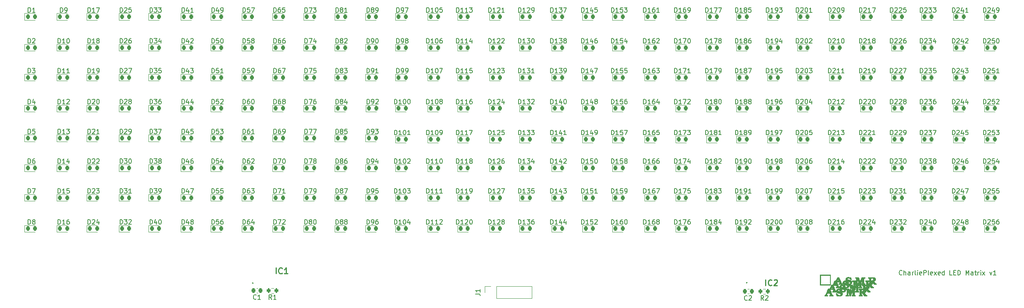
<source format=gto>
G04 #@! TF.GenerationSoftware,KiCad,Pcbnew,6.0.2+dfsg-1~bpo11+1*
G04 #@! TF.CreationDate,2022-09-22T09:54:57-04:00*
G04 #@! TF.ProjectId,led_matrix_8x32,6c65645f-6d61-4747-9269-785f38783332,rev?*
G04 #@! TF.SameCoordinates,Original*
G04 #@! TF.FileFunction,Legend,Top*
G04 #@! TF.FilePolarity,Positive*
%FSLAX46Y46*%
G04 Gerber Fmt 4.6, Leading zero omitted, Abs format (unit mm)*
G04 Created by KiCad (PCBNEW 6.0.2+dfsg-1~bpo11+1) date 2022-09-22 09:54:57*
%MOMM*%
%LPD*%
G01*
G04 APERTURE LIST*
G04 Aperture macros list*
%AMRoundRect*
0 Rectangle with rounded corners*
0 $1 Rounding radius*
0 $2 $3 $4 $5 $6 $7 $8 $9 X,Y pos of 4 corners*
0 Add a 4 corners polygon primitive as box body*
4,1,4,$2,$3,$4,$5,$6,$7,$8,$9,$2,$3,0*
0 Add four circle primitives for the rounded corners*
1,1,$1+$1,$2,$3*
1,1,$1+$1,$4,$5*
1,1,$1+$1,$6,$7*
1,1,$1+$1,$8,$9*
0 Add four rect primitives between the rounded corners*
20,1,$1+$1,$2,$3,$4,$5,0*
20,1,$1+$1,$4,$5,$6,$7,0*
20,1,$1+$1,$6,$7,$8,$9,0*
20,1,$1+$1,$8,$9,$2,$3,0*%
G04 Aperture macros list end*
%ADD10C,0.150000*%
%ADD11C,0.254000*%
%ADD12C,0.010000*%
%ADD13C,0.120000*%
%ADD14C,0.200000*%
%ADD15RoundRect,0.218750X-0.218750X-0.256250X0.218750X-0.256250X0.218750X0.256250X-0.218750X0.256250X0*%
%ADD16R,0.200000X0.850000*%
%ADD17R,0.850000X0.200000*%
%ADD18R,2.500000X2.500000*%
%ADD19RoundRect,0.225000X-0.225000X-0.250000X0.225000X-0.250000X0.225000X0.250000X-0.225000X0.250000X0*%
%ADD20R,1.700000X1.700000*%
%ADD21O,1.700000X1.700000*%
%ADD22RoundRect,0.200000X0.200000X0.275000X-0.200000X0.275000X-0.200000X-0.275000X0.200000X-0.275000X0*%
G04 APERTURE END LIST*
D10*
X225596428Y-130257142D02*
X225548809Y-130304761D01*
X225405952Y-130352380D01*
X225310714Y-130352380D01*
X225167857Y-130304761D01*
X225072619Y-130209523D01*
X225024999Y-130114285D01*
X224977380Y-129923809D01*
X224977380Y-129780952D01*
X225024999Y-129590476D01*
X225072619Y-129495238D01*
X225167857Y-129400000D01*
X225310714Y-129352380D01*
X225405952Y-129352380D01*
X225548809Y-129400000D01*
X225596428Y-129447619D01*
X226024999Y-130352380D02*
X226024999Y-129352380D01*
X226453571Y-130352380D02*
X226453571Y-129828571D01*
X226405952Y-129733333D01*
X226310714Y-129685714D01*
X226167857Y-129685714D01*
X226072619Y-129733333D01*
X226024999Y-129780952D01*
X227358333Y-130352380D02*
X227358333Y-129828571D01*
X227310714Y-129733333D01*
X227215476Y-129685714D01*
X227024999Y-129685714D01*
X226929761Y-129733333D01*
X227358333Y-130304761D02*
X227263095Y-130352380D01*
X227024999Y-130352380D01*
X226929761Y-130304761D01*
X226882142Y-130209523D01*
X226882142Y-130114285D01*
X226929761Y-130019047D01*
X227024999Y-129971428D01*
X227263095Y-129971428D01*
X227358333Y-129923809D01*
X227834523Y-130352380D02*
X227834523Y-129685714D01*
X227834523Y-129876190D02*
X227882142Y-129780952D01*
X227929761Y-129733333D01*
X228024999Y-129685714D01*
X228120238Y-129685714D01*
X228596428Y-130352380D02*
X228501190Y-130304761D01*
X228453571Y-130209523D01*
X228453571Y-129352380D01*
X228977380Y-130352380D02*
X228977380Y-129685714D01*
X228977380Y-129352380D02*
X228929761Y-129400000D01*
X228977380Y-129447619D01*
X229024999Y-129400000D01*
X228977380Y-129352380D01*
X228977380Y-129447619D01*
X229834523Y-130304761D02*
X229739285Y-130352380D01*
X229548809Y-130352380D01*
X229453571Y-130304761D01*
X229405952Y-130209523D01*
X229405952Y-129828571D01*
X229453571Y-129733333D01*
X229548809Y-129685714D01*
X229739285Y-129685714D01*
X229834523Y-129733333D01*
X229882142Y-129828571D01*
X229882142Y-129923809D01*
X229405952Y-130019047D01*
X230310714Y-130352380D02*
X230310714Y-129352380D01*
X230691666Y-129352380D01*
X230786904Y-129400000D01*
X230834523Y-129447619D01*
X230882142Y-129542857D01*
X230882142Y-129685714D01*
X230834523Y-129780952D01*
X230786904Y-129828571D01*
X230691666Y-129876190D01*
X230310714Y-129876190D01*
X231453571Y-130352380D02*
X231358333Y-130304761D01*
X231310714Y-130209523D01*
X231310714Y-129352380D01*
X232215476Y-130304761D02*
X232120238Y-130352380D01*
X231929761Y-130352380D01*
X231834523Y-130304761D01*
X231786904Y-130209523D01*
X231786904Y-129828571D01*
X231834523Y-129733333D01*
X231929761Y-129685714D01*
X232120238Y-129685714D01*
X232215476Y-129733333D01*
X232263095Y-129828571D01*
X232263095Y-129923809D01*
X231786904Y-130019047D01*
X232596428Y-130352380D02*
X233120238Y-129685714D01*
X232596428Y-129685714D02*
X233120238Y-130352380D01*
X233882142Y-130304761D02*
X233786904Y-130352380D01*
X233596428Y-130352380D01*
X233501190Y-130304761D01*
X233453571Y-130209523D01*
X233453571Y-129828571D01*
X233501190Y-129733333D01*
X233596428Y-129685714D01*
X233786904Y-129685714D01*
X233882142Y-129733333D01*
X233929761Y-129828571D01*
X233929761Y-129923809D01*
X233453571Y-130019047D01*
X234786904Y-130352380D02*
X234786904Y-129352380D01*
X234786904Y-130304761D02*
X234691666Y-130352380D01*
X234501190Y-130352380D01*
X234405952Y-130304761D01*
X234358333Y-130257142D01*
X234310714Y-130161904D01*
X234310714Y-129876190D01*
X234358333Y-129780952D01*
X234405952Y-129733333D01*
X234501190Y-129685714D01*
X234691666Y-129685714D01*
X234786904Y-129733333D01*
X236501190Y-130352380D02*
X236024999Y-130352380D01*
X236024999Y-129352380D01*
X236834523Y-129828571D02*
X237167857Y-129828571D01*
X237310714Y-130352380D02*
X236834523Y-130352380D01*
X236834523Y-129352380D01*
X237310714Y-129352380D01*
X237739285Y-130352380D02*
X237739285Y-129352380D01*
X237977380Y-129352380D01*
X238120238Y-129400000D01*
X238215476Y-129495238D01*
X238263095Y-129590476D01*
X238310714Y-129780952D01*
X238310714Y-129923809D01*
X238263095Y-130114285D01*
X238215476Y-130209523D01*
X238120238Y-130304761D01*
X237977380Y-130352380D01*
X237739285Y-130352380D01*
X239501190Y-130352380D02*
X239501190Y-129352380D01*
X239834523Y-130066666D01*
X240167857Y-129352380D01*
X240167857Y-130352380D01*
X241072619Y-130352380D02*
X241072619Y-129828571D01*
X241024999Y-129733333D01*
X240929761Y-129685714D01*
X240739285Y-129685714D01*
X240644047Y-129733333D01*
X241072619Y-130304761D02*
X240977380Y-130352380D01*
X240739285Y-130352380D01*
X240644047Y-130304761D01*
X240596428Y-130209523D01*
X240596428Y-130114285D01*
X240644047Y-130019047D01*
X240739285Y-129971428D01*
X240977380Y-129971428D01*
X241072619Y-129923809D01*
X241405952Y-129685714D02*
X241786904Y-129685714D01*
X241548809Y-129352380D02*
X241548809Y-130209523D01*
X241596428Y-130304761D01*
X241691666Y-130352380D01*
X241786904Y-130352380D01*
X242120238Y-130352380D02*
X242120238Y-129685714D01*
X242120238Y-129876190D02*
X242167857Y-129780952D01*
X242215476Y-129733333D01*
X242310714Y-129685714D01*
X242405952Y-129685714D01*
X242739285Y-130352380D02*
X242739285Y-129685714D01*
X242739285Y-129352380D02*
X242691666Y-129400000D01*
X242739285Y-129447619D01*
X242786904Y-129400000D01*
X242739285Y-129352380D01*
X242739285Y-129447619D01*
X243120238Y-130352380D02*
X243644047Y-129685714D01*
X243120238Y-129685714D02*
X243644047Y-130352380D01*
X244691666Y-129685714D02*
X244929761Y-130352380D01*
X245167857Y-129685714D01*
X246072619Y-130352380D02*
X245501190Y-130352380D01*
X245786904Y-130352380D02*
X245786904Y-129352380D01*
X245691666Y-129495238D01*
X245596428Y-129590476D01*
X245501190Y-129638095D01*
X102285714Y-112522380D02*
X102285714Y-111522380D01*
X102523809Y-111522380D01*
X102666666Y-111570000D01*
X102761904Y-111665238D01*
X102809523Y-111760476D01*
X102857142Y-111950952D01*
X102857142Y-112093809D01*
X102809523Y-112284285D01*
X102761904Y-112379523D01*
X102666666Y-112474761D01*
X102523809Y-112522380D01*
X102285714Y-112522380D01*
X103428571Y-111950952D02*
X103333333Y-111903333D01*
X103285714Y-111855714D01*
X103238095Y-111760476D01*
X103238095Y-111712857D01*
X103285714Y-111617619D01*
X103333333Y-111570000D01*
X103428571Y-111522380D01*
X103619047Y-111522380D01*
X103714285Y-111570000D01*
X103761904Y-111617619D01*
X103809523Y-111712857D01*
X103809523Y-111760476D01*
X103761904Y-111855714D01*
X103714285Y-111903333D01*
X103619047Y-111950952D01*
X103428571Y-111950952D01*
X103333333Y-111998571D01*
X103285714Y-112046190D01*
X103238095Y-112141428D01*
X103238095Y-112331904D01*
X103285714Y-112427142D01*
X103333333Y-112474761D01*
X103428571Y-112522380D01*
X103619047Y-112522380D01*
X103714285Y-112474761D01*
X103761904Y-112427142D01*
X103809523Y-112331904D01*
X103809523Y-112141428D01*
X103761904Y-112046190D01*
X103714285Y-111998571D01*
X103619047Y-111950952D01*
X104142857Y-111522380D02*
X104809523Y-111522380D01*
X104380952Y-112522380D01*
X102285714Y-99522380D02*
X102285714Y-98522380D01*
X102523809Y-98522380D01*
X102666666Y-98570000D01*
X102761904Y-98665238D01*
X102809523Y-98760476D01*
X102857142Y-98950952D01*
X102857142Y-99093809D01*
X102809523Y-99284285D01*
X102761904Y-99379523D01*
X102666666Y-99474761D01*
X102523809Y-99522380D01*
X102285714Y-99522380D01*
X103428571Y-98950952D02*
X103333333Y-98903333D01*
X103285714Y-98855714D01*
X103238095Y-98760476D01*
X103238095Y-98712857D01*
X103285714Y-98617619D01*
X103333333Y-98570000D01*
X103428571Y-98522380D01*
X103619047Y-98522380D01*
X103714285Y-98570000D01*
X103761904Y-98617619D01*
X103809523Y-98712857D01*
X103809523Y-98760476D01*
X103761904Y-98855714D01*
X103714285Y-98903333D01*
X103619047Y-98950952D01*
X103428571Y-98950952D01*
X103333333Y-98998571D01*
X103285714Y-99046190D01*
X103238095Y-99141428D01*
X103238095Y-99331904D01*
X103285714Y-99427142D01*
X103333333Y-99474761D01*
X103428571Y-99522380D01*
X103619047Y-99522380D01*
X103714285Y-99474761D01*
X103761904Y-99427142D01*
X103809523Y-99331904D01*
X103809523Y-99141428D01*
X103761904Y-99046190D01*
X103714285Y-98998571D01*
X103619047Y-98950952D01*
X104714285Y-98522380D02*
X104238095Y-98522380D01*
X104190476Y-98998571D01*
X104238095Y-98950952D01*
X104333333Y-98903333D01*
X104571428Y-98903333D01*
X104666666Y-98950952D01*
X104714285Y-98998571D01*
X104761904Y-99093809D01*
X104761904Y-99331904D01*
X104714285Y-99427142D01*
X104666666Y-99474761D01*
X104571428Y-99522380D01*
X104333333Y-99522380D01*
X104238095Y-99474761D01*
X104190476Y-99427142D01*
X115059523Y-106022380D02*
X115059523Y-105022380D01*
X115297619Y-105022380D01*
X115440476Y-105070000D01*
X115535714Y-105165238D01*
X115583333Y-105260476D01*
X115630952Y-105450952D01*
X115630952Y-105593809D01*
X115583333Y-105784285D01*
X115535714Y-105879523D01*
X115440476Y-105974761D01*
X115297619Y-106022380D01*
X115059523Y-106022380D01*
X116583333Y-106022380D02*
X116011904Y-106022380D01*
X116297619Y-106022380D02*
X116297619Y-105022380D01*
X116202380Y-105165238D01*
X116107142Y-105260476D01*
X116011904Y-105308095D01*
X117202380Y-105022380D02*
X117297619Y-105022380D01*
X117392857Y-105070000D01*
X117440476Y-105117619D01*
X117488095Y-105212857D01*
X117535714Y-105403333D01*
X117535714Y-105641428D01*
X117488095Y-105831904D01*
X117440476Y-105927142D01*
X117392857Y-105974761D01*
X117297619Y-106022380D01*
X117202380Y-106022380D01*
X117107142Y-105974761D01*
X117059523Y-105927142D01*
X117011904Y-105831904D01*
X116964285Y-105641428D01*
X116964285Y-105403333D01*
X117011904Y-105212857D01*
X117059523Y-105117619D01*
X117107142Y-105070000D01*
X117202380Y-105022380D01*
X117916666Y-105117619D02*
X117964285Y-105070000D01*
X118059523Y-105022380D01*
X118297619Y-105022380D01*
X118392857Y-105070000D01*
X118440476Y-105117619D01*
X118488095Y-105212857D01*
X118488095Y-105308095D01*
X118440476Y-105450952D01*
X117869047Y-106022380D01*
X118488095Y-106022380D01*
X155809523Y-119272380D02*
X155809523Y-118272380D01*
X156047619Y-118272380D01*
X156190476Y-118320000D01*
X156285714Y-118415238D01*
X156333333Y-118510476D01*
X156380952Y-118700952D01*
X156380952Y-118843809D01*
X156333333Y-119034285D01*
X156285714Y-119129523D01*
X156190476Y-119224761D01*
X156047619Y-119272380D01*
X155809523Y-119272380D01*
X157333333Y-119272380D02*
X156761904Y-119272380D01*
X157047619Y-119272380D02*
X157047619Y-118272380D01*
X156952380Y-118415238D01*
X156857142Y-118510476D01*
X156761904Y-118558095D01*
X158238095Y-118272380D02*
X157761904Y-118272380D01*
X157714285Y-118748571D01*
X157761904Y-118700952D01*
X157857142Y-118653333D01*
X158095238Y-118653333D01*
X158190476Y-118700952D01*
X158238095Y-118748571D01*
X158285714Y-118843809D01*
X158285714Y-119081904D01*
X158238095Y-119177142D01*
X158190476Y-119224761D01*
X158095238Y-119272380D01*
X157857142Y-119272380D01*
X157761904Y-119224761D01*
X157714285Y-119177142D01*
X158666666Y-118367619D02*
X158714285Y-118320000D01*
X158809523Y-118272380D01*
X159047619Y-118272380D01*
X159142857Y-118320000D01*
X159190476Y-118367619D01*
X159238095Y-118462857D01*
X159238095Y-118558095D01*
X159190476Y-118700952D01*
X158619047Y-119272380D01*
X159238095Y-119272380D01*
X149059523Y-119272380D02*
X149059523Y-118272380D01*
X149297619Y-118272380D01*
X149440476Y-118320000D01*
X149535714Y-118415238D01*
X149583333Y-118510476D01*
X149630952Y-118700952D01*
X149630952Y-118843809D01*
X149583333Y-119034285D01*
X149535714Y-119129523D01*
X149440476Y-119224761D01*
X149297619Y-119272380D01*
X149059523Y-119272380D01*
X150583333Y-119272380D02*
X150011904Y-119272380D01*
X150297619Y-119272380D02*
X150297619Y-118272380D01*
X150202380Y-118415238D01*
X150107142Y-118510476D01*
X150011904Y-118558095D01*
X151440476Y-118605714D02*
X151440476Y-119272380D01*
X151202380Y-118224761D02*
X150964285Y-118939047D01*
X151583333Y-118939047D01*
X152392857Y-118605714D02*
X152392857Y-119272380D01*
X152154761Y-118224761D02*
X151916666Y-118939047D01*
X152535714Y-118939047D01*
X182809523Y-93022380D02*
X182809523Y-92022380D01*
X183047619Y-92022380D01*
X183190476Y-92070000D01*
X183285714Y-92165238D01*
X183333333Y-92260476D01*
X183380952Y-92450952D01*
X183380952Y-92593809D01*
X183333333Y-92784285D01*
X183285714Y-92879523D01*
X183190476Y-92974761D01*
X183047619Y-93022380D01*
X182809523Y-93022380D01*
X184333333Y-93022380D02*
X183761904Y-93022380D01*
X184047619Y-93022380D02*
X184047619Y-92022380D01*
X183952380Y-92165238D01*
X183857142Y-92260476D01*
X183761904Y-92308095D01*
X184904761Y-92450952D02*
X184809523Y-92403333D01*
X184761904Y-92355714D01*
X184714285Y-92260476D01*
X184714285Y-92212857D01*
X184761904Y-92117619D01*
X184809523Y-92070000D01*
X184904761Y-92022380D01*
X185095238Y-92022380D01*
X185190476Y-92070000D01*
X185238095Y-92117619D01*
X185285714Y-92212857D01*
X185285714Y-92260476D01*
X185238095Y-92355714D01*
X185190476Y-92403333D01*
X185095238Y-92450952D01*
X184904761Y-92450952D01*
X184809523Y-92498571D01*
X184761904Y-92546190D01*
X184714285Y-92641428D01*
X184714285Y-92831904D01*
X184761904Y-92927142D01*
X184809523Y-92974761D01*
X184904761Y-93022380D01*
X185095238Y-93022380D01*
X185190476Y-92974761D01*
X185238095Y-92927142D01*
X185285714Y-92831904D01*
X185285714Y-92641428D01*
X185238095Y-92546190D01*
X185190476Y-92498571D01*
X185095238Y-92450952D01*
X185904761Y-92022380D02*
X186000000Y-92022380D01*
X186095238Y-92070000D01*
X186142857Y-92117619D01*
X186190476Y-92212857D01*
X186238095Y-92403333D01*
X186238095Y-92641428D01*
X186190476Y-92831904D01*
X186142857Y-92927142D01*
X186095238Y-92974761D01*
X186000000Y-93022380D01*
X185904761Y-93022380D01*
X185809523Y-92974761D01*
X185761904Y-92927142D01*
X185714285Y-92831904D01*
X185666666Y-92641428D01*
X185666666Y-92403333D01*
X185714285Y-92212857D01*
X185761904Y-92117619D01*
X185809523Y-92070000D01*
X185904761Y-92022380D01*
X48285714Y-106022380D02*
X48285714Y-105022380D01*
X48523809Y-105022380D01*
X48666666Y-105070000D01*
X48761904Y-105165238D01*
X48809523Y-105260476D01*
X48857142Y-105450952D01*
X48857142Y-105593809D01*
X48809523Y-105784285D01*
X48761904Y-105879523D01*
X48666666Y-105974761D01*
X48523809Y-106022380D01*
X48285714Y-106022380D01*
X49238095Y-105117619D02*
X49285714Y-105070000D01*
X49380952Y-105022380D01*
X49619047Y-105022380D01*
X49714285Y-105070000D01*
X49761904Y-105117619D01*
X49809523Y-105212857D01*
X49809523Y-105308095D01*
X49761904Y-105450952D01*
X49190476Y-106022380D01*
X49809523Y-106022380D01*
X50190476Y-105117619D02*
X50238095Y-105070000D01*
X50333333Y-105022380D01*
X50571428Y-105022380D01*
X50666666Y-105070000D01*
X50714285Y-105117619D01*
X50761904Y-105212857D01*
X50761904Y-105308095D01*
X50714285Y-105450952D01*
X50142857Y-106022380D01*
X50761904Y-106022380D01*
X155809523Y-106022380D02*
X155809523Y-105022380D01*
X156047619Y-105022380D01*
X156190476Y-105070000D01*
X156285714Y-105165238D01*
X156333333Y-105260476D01*
X156380952Y-105450952D01*
X156380952Y-105593809D01*
X156333333Y-105784285D01*
X156285714Y-105879523D01*
X156190476Y-105974761D01*
X156047619Y-106022380D01*
X155809523Y-106022380D01*
X157333333Y-106022380D02*
X156761904Y-106022380D01*
X157047619Y-106022380D02*
X157047619Y-105022380D01*
X156952380Y-105165238D01*
X156857142Y-105260476D01*
X156761904Y-105308095D01*
X158238095Y-105022380D02*
X157761904Y-105022380D01*
X157714285Y-105498571D01*
X157761904Y-105450952D01*
X157857142Y-105403333D01*
X158095238Y-105403333D01*
X158190476Y-105450952D01*
X158238095Y-105498571D01*
X158285714Y-105593809D01*
X158285714Y-105831904D01*
X158238095Y-105927142D01*
X158190476Y-105974761D01*
X158095238Y-106022380D01*
X157857142Y-106022380D01*
X157761904Y-105974761D01*
X157714285Y-105927142D01*
X158904761Y-105022380D02*
X159000000Y-105022380D01*
X159095238Y-105070000D01*
X159142857Y-105117619D01*
X159190476Y-105212857D01*
X159238095Y-105403333D01*
X159238095Y-105641428D01*
X159190476Y-105831904D01*
X159142857Y-105927142D01*
X159095238Y-105974761D01*
X159000000Y-106022380D01*
X158904761Y-106022380D01*
X158809523Y-105974761D01*
X158761904Y-105927142D01*
X158714285Y-105831904D01*
X158666666Y-105641428D01*
X158666666Y-105403333D01*
X158714285Y-105212857D01*
X158761904Y-105117619D01*
X158809523Y-105070000D01*
X158904761Y-105022380D01*
X196059523Y-106022380D02*
X196059523Y-105022380D01*
X196297619Y-105022380D01*
X196440476Y-105070000D01*
X196535714Y-105165238D01*
X196583333Y-105260476D01*
X196630952Y-105450952D01*
X196630952Y-105593809D01*
X196583333Y-105784285D01*
X196535714Y-105879523D01*
X196440476Y-105974761D01*
X196297619Y-106022380D01*
X196059523Y-106022380D01*
X197583333Y-106022380D02*
X197011904Y-106022380D01*
X197297619Y-106022380D02*
X197297619Y-105022380D01*
X197202380Y-105165238D01*
X197107142Y-105260476D01*
X197011904Y-105308095D01*
X198059523Y-106022380D02*
X198250000Y-106022380D01*
X198345238Y-105974761D01*
X198392857Y-105927142D01*
X198488095Y-105784285D01*
X198535714Y-105593809D01*
X198535714Y-105212857D01*
X198488095Y-105117619D01*
X198440476Y-105070000D01*
X198345238Y-105022380D01*
X198154761Y-105022380D01*
X198059523Y-105070000D01*
X198011904Y-105117619D01*
X197964285Y-105212857D01*
X197964285Y-105450952D01*
X198011904Y-105546190D01*
X198059523Y-105593809D01*
X198154761Y-105641428D01*
X198345238Y-105641428D01*
X198440476Y-105593809D01*
X198488095Y-105546190D01*
X198535714Y-105450952D01*
X199107142Y-105450952D02*
X199011904Y-105403333D01*
X198964285Y-105355714D01*
X198916666Y-105260476D01*
X198916666Y-105212857D01*
X198964285Y-105117619D01*
X199011904Y-105070000D01*
X199107142Y-105022380D01*
X199297619Y-105022380D01*
X199392857Y-105070000D01*
X199440476Y-105117619D01*
X199488095Y-105212857D01*
X199488095Y-105260476D01*
X199440476Y-105355714D01*
X199392857Y-105403333D01*
X199297619Y-105450952D01*
X199107142Y-105450952D01*
X199011904Y-105498571D01*
X198964285Y-105546190D01*
X198916666Y-105641428D01*
X198916666Y-105831904D01*
X198964285Y-105927142D01*
X199011904Y-105974761D01*
X199107142Y-106022380D01*
X199297619Y-106022380D01*
X199392857Y-105974761D01*
X199440476Y-105927142D01*
X199488095Y-105831904D01*
X199488095Y-105641428D01*
X199440476Y-105546190D01*
X199392857Y-105498571D01*
X199297619Y-105450952D01*
X48285714Y-93022380D02*
X48285714Y-92022380D01*
X48523809Y-92022380D01*
X48666666Y-92070000D01*
X48761904Y-92165238D01*
X48809523Y-92260476D01*
X48857142Y-92450952D01*
X48857142Y-92593809D01*
X48809523Y-92784285D01*
X48761904Y-92879523D01*
X48666666Y-92974761D01*
X48523809Y-93022380D01*
X48285714Y-93022380D01*
X49238095Y-92117619D02*
X49285714Y-92070000D01*
X49380952Y-92022380D01*
X49619047Y-92022380D01*
X49714285Y-92070000D01*
X49761904Y-92117619D01*
X49809523Y-92212857D01*
X49809523Y-92308095D01*
X49761904Y-92450952D01*
X49190476Y-93022380D01*
X49809523Y-93022380D01*
X50428571Y-92022380D02*
X50523809Y-92022380D01*
X50619047Y-92070000D01*
X50666666Y-92117619D01*
X50714285Y-92212857D01*
X50761904Y-92403333D01*
X50761904Y-92641428D01*
X50714285Y-92831904D01*
X50666666Y-92927142D01*
X50619047Y-92974761D01*
X50523809Y-93022380D01*
X50428571Y-93022380D01*
X50333333Y-92974761D01*
X50285714Y-92927142D01*
X50238095Y-92831904D01*
X50190476Y-92641428D01*
X50190476Y-92403333D01*
X50238095Y-92212857D01*
X50285714Y-92117619D01*
X50333333Y-92070000D01*
X50428571Y-92022380D01*
X82035714Y-119272380D02*
X82035714Y-118272380D01*
X82273809Y-118272380D01*
X82416666Y-118320000D01*
X82511904Y-118415238D01*
X82559523Y-118510476D01*
X82607142Y-118700952D01*
X82607142Y-118843809D01*
X82559523Y-119034285D01*
X82511904Y-119129523D01*
X82416666Y-119224761D01*
X82273809Y-119272380D01*
X82035714Y-119272380D01*
X83464285Y-118272380D02*
X83273809Y-118272380D01*
X83178571Y-118320000D01*
X83130952Y-118367619D01*
X83035714Y-118510476D01*
X82988095Y-118700952D01*
X82988095Y-119081904D01*
X83035714Y-119177142D01*
X83083333Y-119224761D01*
X83178571Y-119272380D01*
X83369047Y-119272380D01*
X83464285Y-119224761D01*
X83511904Y-119177142D01*
X83559523Y-119081904D01*
X83559523Y-118843809D01*
X83511904Y-118748571D01*
X83464285Y-118700952D01*
X83369047Y-118653333D01*
X83178571Y-118653333D01*
X83083333Y-118700952D01*
X83035714Y-118748571D01*
X82988095Y-118843809D01*
X84416666Y-118605714D02*
X84416666Y-119272380D01*
X84178571Y-118224761D02*
X83940476Y-118939047D01*
X84559523Y-118939047D01*
X35261904Y-112522380D02*
X35261904Y-111522380D01*
X35500000Y-111522380D01*
X35642857Y-111570000D01*
X35738095Y-111665238D01*
X35785714Y-111760476D01*
X35833333Y-111950952D01*
X35833333Y-112093809D01*
X35785714Y-112284285D01*
X35738095Y-112379523D01*
X35642857Y-112474761D01*
X35500000Y-112522380D01*
X35261904Y-112522380D01*
X36166666Y-111522380D02*
X36833333Y-111522380D01*
X36404761Y-112522380D01*
X209559523Y-119272380D02*
X209559523Y-118272380D01*
X209797619Y-118272380D01*
X209940476Y-118320000D01*
X210035714Y-118415238D01*
X210083333Y-118510476D01*
X210130952Y-118700952D01*
X210130952Y-118843809D01*
X210083333Y-119034285D01*
X210035714Y-119129523D01*
X209940476Y-119224761D01*
X209797619Y-119272380D01*
X209559523Y-119272380D01*
X210511904Y-118367619D02*
X210559523Y-118320000D01*
X210654761Y-118272380D01*
X210892857Y-118272380D01*
X210988095Y-118320000D01*
X211035714Y-118367619D01*
X211083333Y-118462857D01*
X211083333Y-118558095D01*
X211035714Y-118700952D01*
X210464285Y-119272380D01*
X211083333Y-119272380D01*
X212035714Y-119272380D02*
X211464285Y-119272380D01*
X211750000Y-119272380D02*
X211750000Y-118272380D01*
X211654761Y-118415238D01*
X211559523Y-118510476D01*
X211464285Y-118558095D01*
X212892857Y-118272380D02*
X212702380Y-118272380D01*
X212607142Y-118320000D01*
X212559523Y-118367619D01*
X212464285Y-118510476D01*
X212416666Y-118700952D01*
X212416666Y-119081904D01*
X212464285Y-119177142D01*
X212511904Y-119224761D01*
X212607142Y-119272380D01*
X212797619Y-119272380D01*
X212892857Y-119224761D01*
X212940476Y-119177142D01*
X212988095Y-119081904D01*
X212988095Y-118843809D01*
X212940476Y-118748571D01*
X212892857Y-118700952D01*
X212797619Y-118653333D01*
X212607142Y-118653333D01*
X212511904Y-118700952D01*
X212464285Y-118748571D01*
X212416666Y-118843809D01*
D11*
X89260238Y-130074523D02*
X89260238Y-128804523D01*
X90590714Y-129953571D02*
X90530238Y-130014047D01*
X90348809Y-130074523D01*
X90227857Y-130074523D01*
X90046428Y-130014047D01*
X89925476Y-129893095D01*
X89865000Y-129772142D01*
X89804523Y-129530238D01*
X89804523Y-129348809D01*
X89865000Y-129106904D01*
X89925476Y-128985952D01*
X90046428Y-128865000D01*
X90227857Y-128804523D01*
X90348809Y-128804523D01*
X90530238Y-128865000D01*
X90590714Y-128925476D01*
X91800238Y-130074523D02*
X91074523Y-130074523D01*
X91437380Y-130074523D02*
X91437380Y-128804523D01*
X91316428Y-128985952D01*
X91195476Y-129106904D01*
X91074523Y-129167380D01*
D10*
X82035714Y-106022380D02*
X82035714Y-105022380D01*
X82273809Y-105022380D01*
X82416666Y-105070000D01*
X82511904Y-105165238D01*
X82559523Y-105260476D01*
X82607142Y-105450952D01*
X82607142Y-105593809D01*
X82559523Y-105784285D01*
X82511904Y-105879523D01*
X82416666Y-105974761D01*
X82273809Y-106022380D01*
X82035714Y-106022380D01*
X83464285Y-105022380D02*
X83273809Y-105022380D01*
X83178571Y-105070000D01*
X83130952Y-105117619D01*
X83035714Y-105260476D01*
X82988095Y-105450952D01*
X82988095Y-105831904D01*
X83035714Y-105927142D01*
X83083333Y-105974761D01*
X83178571Y-106022380D01*
X83369047Y-106022380D01*
X83464285Y-105974761D01*
X83511904Y-105927142D01*
X83559523Y-105831904D01*
X83559523Y-105593809D01*
X83511904Y-105498571D01*
X83464285Y-105450952D01*
X83369047Y-105403333D01*
X83178571Y-105403333D01*
X83083333Y-105450952D01*
X83035714Y-105498571D01*
X82988095Y-105593809D01*
X83940476Y-105117619D02*
X83988095Y-105070000D01*
X84083333Y-105022380D01*
X84321428Y-105022380D01*
X84416666Y-105070000D01*
X84464285Y-105117619D01*
X84511904Y-105212857D01*
X84511904Y-105308095D01*
X84464285Y-105450952D01*
X83892857Y-106022380D01*
X84511904Y-106022380D01*
X82035714Y-99522380D02*
X82035714Y-98522380D01*
X82273809Y-98522380D01*
X82416666Y-98570000D01*
X82511904Y-98665238D01*
X82559523Y-98760476D01*
X82607142Y-98950952D01*
X82607142Y-99093809D01*
X82559523Y-99284285D01*
X82511904Y-99379523D01*
X82416666Y-99474761D01*
X82273809Y-99522380D01*
X82035714Y-99522380D01*
X83464285Y-98522380D02*
X83273809Y-98522380D01*
X83178571Y-98570000D01*
X83130952Y-98617619D01*
X83035714Y-98760476D01*
X82988095Y-98950952D01*
X82988095Y-99331904D01*
X83035714Y-99427142D01*
X83083333Y-99474761D01*
X83178571Y-99522380D01*
X83369047Y-99522380D01*
X83464285Y-99474761D01*
X83511904Y-99427142D01*
X83559523Y-99331904D01*
X83559523Y-99093809D01*
X83511904Y-98998571D01*
X83464285Y-98950952D01*
X83369047Y-98903333D01*
X83178571Y-98903333D01*
X83083333Y-98950952D01*
X83035714Y-98998571D01*
X82988095Y-99093809D01*
X84511904Y-99522380D02*
X83940476Y-99522380D01*
X84226190Y-99522380D02*
X84226190Y-98522380D01*
X84130952Y-98665238D01*
X84035714Y-98760476D01*
X83940476Y-98808095D01*
X176059523Y-79772380D02*
X176059523Y-78772380D01*
X176297619Y-78772380D01*
X176440476Y-78820000D01*
X176535714Y-78915238D01*
X176583333Y-79010476D01*
X176630952Y-79200952D01*
X176630952Y-79343809D01*
X176583333Y-79534285D01*
X176535714Y-79629523D01*
X176440476Y-79724761D01*
X176297619Y-79772380D01*
X176059523Y-79772380D01*
X177583333Y-79772380D02*
X177011904Y-79772380D01*
X177297619Y-79772380D02*
X177297619Y-78772380D01*
X177202380Y-78915238D01*
X177107142Y-79010476D01*
X177011904Y-79058095D01*
X177916666Y-78772380D02*
X178583333Y-78772380D01*
X178154761Y-79772380D01*
X179154761Y-78772380D02*
X179250000Y-78772380D01*
X179345238Y-78820000D01*
X179392857Y-78867619D01*
X179440476Y-78962857D01*
X179488095Y-79153333D01*
X179488095Y-79391428D01*
X179440476Y-79581904D01*
X179392857Y-79677142D01*
X179345238Y-79724761D01*
X179250000Y-79772380D01*
X179154761Y-79772380D01*
X179059523Y-79724761D01*
X179011904Y-79677142D01*
X178964285Y-79581904D01*
X178916666Y-79391428D01*
X178916666Y-79153333D01*
X178964285Y-78962857D01*
X179011904Y-78867619D01*
X179059523Y-78820000D01*
X179154761Y-78772380D01*
X243309523Y-112522380D02*
X243309523Y-111522380D01*
X243547619Y-111522380D01*
X243690476Y-111570000D01*
X243785714Y-111665238D01*
X243833333Y-111760476D01*
X243880952Y-111950952D01*
X243880952Y-112093809D01*
X243833333Y-112284285D01*
X243785714Y-112379523D01*
X243690476Y-112474761D01*
X243547619Y-112522380D01*
X243309523Y-112522380D01*
X244261904Y-111617619D02*
X244309523Y-111570000D01*
X244404761Y-111522380D01*
X244642857Y-111522380D01*
X244738095Y-111570000D01*
X244785714Y-111617619D01*
X244833333Y-111712857D01*
X244833333Y-111808095D01*
X244785714Y-111950952D01*
X244214285Y-112522380D01*
X244833333Y-112522380D01*
X245738095Y-111522380D02*
X245261904Y-111522380D01*
X245214285Y-111998571D01*
X245261904Y-111950952D01*
X245357142Y-111903333D01*
X245595238Y-111903333D01*
X245690476Y-111950952D01*
X245738095Y-111998571D01*
X245785714Y-112093809D01*
X245785714Y-112331904D01*
X245738095Y-112427142D01*
X245690476Y-112474761D01*
X245595238Y-112522380D01*
X245357142Y-112522380D01*
X245261904Y-112474761D01*
X245214285Y-112427142D01*
X246690476Y-111522380D02*
X246214285Y-111522380D01*
X246166666Y-111998571D01*
X246214285Y-111950952D01*
X246309523Y-111903333D01*
X246547619Y-111903333D01*
X246642857Y-111950952D01*
X246690476Y-111998571D01*
X246738095Y-112093809D01*
X246738095Y-112331904D01*
X246690476Y-112427142D01*
X246642857Y-112474761D01*
X246547619Y-112522380D01*
X246309523Y-112522380D01*
X246214285Y-112474761D01*
X246166666Y-112427142D01*
X88785714Y-86272380D02*
X88785714Y-85272380D01*
X89023809Y-85272380D01*
X89166666Y-85320000D01*
X89261904Y-85415238D01*
X89309523Y-85510476D01*
X89357142Y-85700952D01*
X89357142Y-85843809D01*
X89309523Y-86034285D01*
X89261904Y-86129523D01*
X89166666Y-86224761D01*
X89023809Y-86272380D01*
X88785714Y-86272380D01*
X90214285Y-85272380D02*
X90023809Y-85272380D01*
X89928571Y-85320000D01*
X89880952Y-85367619D01*
X89785714Y-85510476D01*
X89738095Y-85700952D01*
X89738095Y-86081904D01*
X89785714Y-86177142D01*
X89833333Y-86224761D01*
X89928571Y-86272380D01*
X90119047Y-86272380D01*
X90214285Y-86224761D01*
X90261904Y-86177142D01*
X90309523Y-86081904D01*
X90309523Y-85843809D01*
X90261904Y-85748571D01*
X90214285Y-85700952D01*
X90119047Y-85653333D01*
X89928571Y-85653333D01*
X89833333Y-85700952D01*
X89785714Y-85748571D01*
X89738095Y-85843809D01*
X90642857Y-85272380D02*
X91309523Y-85272380D01*
X90880952Y-86272380D01*
X109035714Y-79772380D02*
X109035714Y-78772380D01*
X109273809Y-78772380D01*
X109416666Y-78820000D01*
X109511904Y-78915238D01*
X109559523Y-79010476D01*
X109607142Y-79200952D01*
X109607142Y-79343809D01*
X109559523Y-79534285D01*
X109511904Y-79629523D01*
X109416666Y-79724761D01*
X109273809Y-79772380D01*
X109035714Y-79772380D01*
X110083333Y-79772380D02*
X110273809Y-79772380D01*
X110369047Y-79724761D01*
X110416666Y-79677142D01*
X110511904Y-79534285D01*
X110559523Y-79343809D01*
X110559523Y-78962857D01*
X110511904Y-78867619D01*
X110464285Y-78820000D01*
X110369047Y-78772380D01*
X110178571Y-78772380D01*
X110083333Y-78820000D01*
X110035714Y-78867619D01*
X109988095Y-78962857D01*
X109988095Y-79200952D01*
X110035714Y-79296190D01*
X110083333Y-79343809D01*
X110178571Y-79391428D01*
X110369047Y-79391428D01*
X110464285Y-79343809D01*
X110511904Y-79296190D01*
X110559523Y-79200952D01*
X111178571Y-78772380D02*
X111273809Y-78772380D01*
X111369047Y-78820000D01*
X111416666Y-78867619D01*
X111464285Y-78962857D01*
X111511904Y-79153333D01*
X111511904Y-79391428D01*
X111464285Y-79581904D01*
X111416666Y-79677142D01*
X111369047Y-79724761D01*
X111273809Y-79772380D01*
X111178571Y-79772380D01*
X111083333Y-79724761D01*
X111035714Y-79677142D01*
X110988095Y-79581904D01*
X110940476Y-79391428D01*
X110940476Y-79153333D01*
X110988095Y-78962857D01*
X111035714Y-78867619D01*
X111083333Y-78820000D01*
X111178571Y-78772380D01*
X84933333Y-135582142D02*
X84885714Y-135629761D01*
X84742857Y-135677380D01*
X84647619Y-135677380D01*
X84504761Y-135629761D01*
X84409523Y-135534523D01*
X84361904Y-135439285D01*
X84314285Y-135248809D01*
X84314285Y-135105952D01*
X84361904Y-134915476D01*
X84409523Y-134820238D01*
X84504761Y-134725000D01*
X84647619Y-134677380D01*
X84742857Y-134677380D01*
X84885714Y-134725000D01*
X84933333Y-134772619D01*
X85885714Y-135677380D02*
X85314285Y-135677380D01*
X85600000Y-135677380D02*
X85600000Y-134677380D01*
X85504761Y-134820238D01*
X85409523Y-134915476D01*
X85314285Y-134963095D01*
X109035714Y-106022380D02*
X109035714Y-105022380D01*
X109273809Y-105022380D01*
X109416666Y-105070000D01*
X109511904Y-105165238D01*
X109559523Y-105260476D01*
X109607142Y-105450952D01*
X109607142Y-105593809D01*
X109559523Y-105784285D01*
X109511904Y-105879523D01*
X109416666Y-105974761D01*
X109273809Y-106022380D01*
X109035714Y-106022380D01*
X110083333Y-106022380D02*
X110273809Y-106022380D01*
X110369047Y-105974761D01*
X110416666Y-105927142D01*
X110511904Y-105784285D01*
X110559523Y-105593809D01*
X110559523Y-105212857D01*
X110511904Y-105117619D01*
X110464285Y-105070000D01*
X110369047Y-105022380D01*
X110178571Y-105022380D01*
X110083333Y-105070000D01*
X110035714Y-105117619D01*
X109988095Y-105212857D01*
X109988095Y-105450952D01*
X110035714Y-105546190D01*
X110083333Y-105593809D01*
X110178571Y-105641428D01*
X110369047Y-105641428D01*
X110464285Y-105593809D01*
X110511904Y-105546190D01*
X110559523Y-105450952D01*
X111416666Y-105355714D02*
X111416666Y-106022380D01*
X111178571Y-104974761D02*
X110940476Y-105689047D01*
X111559523Y-105689047D01*
X61785714Y-79772380D02*
X61785714Y-78772380D01*
X62023809Y-78772380D01*
X62166666Y-78820000D01*
X62261904Y-78915238D01*
X62309523Y-79010476D01*
X62357142Y-79200952D01*
X62357142Y-79343809D01*
X62309523Y-79534285D01*
X62261904Y-79629523D01*
X62166666Y-79724761D01*
X62023809Y-79772380D01*
X61785714Y-79772380D01*
X62690476Y-78772380D02*
X63309523Y-78772380D01*
X62976190Y-79153333D01*
X63119047Y-79153333D01*
X63214285Y-79200952D01*
X63261904Y-79248571D01*
X63309523Y-79343809D01*
X63309523Y-79581904D01*
X63261904Y-79677142D01*
X63214285Y-79724761D01*
X63119047Y-79772380D01*
X62833333Y-79772380D01*
X62738095Y-79724761D01*
X62690476Y-79677142D01*
X64166666Y-79105714D02*
X64166666Y-79772380D01*
X63928571Y-78724761D02*
X63690476Y-79439047D01*
X64309523Y-79439047D01*
X102285714Y-86272380D02*
X102285714Y-85272380D01*
X102523809Y-85272380D01*
X102666666Y-85320000D01*
X102761904Y-85415238D01*
X102809523Y-85510476D01*
X102857142Y-85700952D01*
X102857142Y-85843809D01*
X102809523Y-86034285D01*
X102761904Y-86129523D01*
X102666666Y-86224761D01*
X102523809Y-86272380D01*
X102285714Y-86272380D01*
X103428571Y-85700952D02*
X103333333Y-85653333D01*
X103285714Y-85605714D01*
X103238095Y-85510476D01*
X103238095Y-85462857D01*
X103285714Y-85367619D01*
X103333333Y-85320000D01*
X103428571Y-85272380D01*
X103619047Y-85272380D01*
X103714285Y-85320000D01*
X103761904Y-85367619D01*
X103809523Y-85462857D01*
X103809523Y-85510476D01*
X103761904Y-85605714D01*
X103714285Y-85653333D01*
X103619047Y-85700952D01*
X103428571Y-85700952D01*
X103333333Y-85748571D01*
X103285714Y-85796190D01*
X103238095Y-85891428D01*
X103238095Y-86081904D01*
X103285714Y-86177142D01*
X103333333Y-86224761D01*
X103428571Y-86272380D01*
X103619047Y-86272380D01*
X103714285Y-86224761D01*
X103761904Y-86177142D01*
X103809523Y-86081904D01*
X103809523Y-85891428D01*
X103761904Y-85796190D01*
X103714285Y-85748571D01*
X103619047Y-85700952D01*
X104142857Y-85272380D02*
X104761904Y-85272380D01*
X104428571Y-85653333D01*
X104571428Y-85653333D01*
X104666666Y-85700952D01*
X104714285Y-85748571D01*
X104761904Y-85843809D01*
X104761904Y-86081904D01*
X104714285Y-86177142D01*
X104666666Y-86224761D01*
X104571428Y-86272380D01*
X104285714Y-86272380D01*
X104190476Y-86224761D01*
X104142857Y-86177142D01*
X35261904Y-73022380D02*
X35261904Y-72022380D01*
X35500000Y-72022380D01*
X35642857Y-72070000D01*
X35738095Y-72165238D01*
X35785714Y-72260476D01*
X35833333Y-72450952D01*
X35833333Y-72593809D01*
X35785714Y-72784285D01*
X35738095Y-72879523D01*
X35642857Y-72974761D01*
X35500000Y-73022380D01*
X35261904Y-73022380D01*
X36785714Y-73022380D02*
X36214285Y-73022380D01*
X36500000Y-73022380D02*
X36500000Y-72022380D01*
X36404761Y-72165238D01*
X36309523Y-72260476D01*
X36214285Y-72308095D01*
X149059523Y-86272380D02*
X149059523Y-85272380D01*
X149297619Y-85272380D01*
X149440476Y-85320000D01*
X149535714Y-85415238D01*
X149583333Y-85510476D01*
X149630952Y-85700952D01*
X149630952Y-85843809D01*
X149583333Y-86034285D01*
X149535714Y-86129523D01*
X149440476Y-86224761D01*
X149297619Y-86272380D01*
X149059523Y-86272380D01*
X150583333Y-86272380D02*
X150011904Y-86272380D01*
X150297619Y-86272380D02*
X150297619Y-85272380D01*
X150202380Y-85415238D01*
X150107142Y-85510476D01*
X150011904Y-85558095D01*
X150916666Y-85272380D02*
X151535714Y-85272380D01*
X151202380Y-85653333D01*
X151345238Y-85653333D01*
X151440476Y-85700952D01*
X151488095Y-85748571D01*
X151535714Y-85843809D01*
X151535714Y-86081904D01*
X151488095Y-86177142D01*
X151440476Y-86224761D01*
X151345238Y-86272380D01*
X151059523Y-86272380D01*
X150964285Y-86224761D01*
X150916666Y-86177142D01*
X152011904Y-86272380D02*
X152202380Y-86272380D01*
X152297619Y-86224761D01*
X152345238Y-86177142D01*
X152440476Y-86034285D01*
X152488095Y-85843809D01*
X152488095Y-85462857D01*
X152440476Y-85367619D01*
X152392857Y-85320000D01*
X152297619Y-85272380D01*
X152107142Y-85272380D01*
X152011904Y-85320000D01*
X151964285Y-85367619D01*
X151916666Y-85462857D01*
X151916666Y-85700952D01*
X151964285Y-85796190D01*
X152011904Y-85843809D01*
X152107142Y-85891428D01*
X152297619Y-85891428D01*
X152392857Y-85843809D01*
X152440476Y-85796190D01*
X152488095Y-85700952D01*
X202559523Y-93022380D02*
X202559523Y-92022380D01*
X202797619Y-92022380D01*
X202940476Y-92070000D01*
X203035714Y-92165238D01*
X203083333Y-92260476D01*
X203130952Y-92450952D01*
X203130952Y-92593809D01*
X203083333Y-92784285D01*
X203035714Y-92879523D01*
X202940476Y-92974761D01*
X202797619Y-93022380D01*
X202559523Y-93022380D01*
X203511904Y-92117619D02*
X203559523Y-92070000D01*
X203654761Y-92022380D01*
X203892857Y-92022380D01*
X203988095Y-92070000D01*
X204035714Y-92117619D01*
X204083333Y-92212857D01*
X204083333Y-92308095D01*
X204035714Y-92450952D01*
X203464285Y-93022380D01*
X204083333Y-93022380D01*
X204702380Y-92022380D02*
X204797619Y-92022380D01*
X204892857Y-92070000D01*
X204940476Y-92117619D01*
X204988095Y-92212857D01*
X205035714Y-92403333D01*
X205035714Y-92641428D01*
X204988095Y-92831904D01*
X204940476Y-92927142D01*
X204892857Y-92974761D01*
X204797619Y-93022380D01*
X204702380Y-93022380D01*
X204607142Y-92974761D01*
X204559523Y-92927142D01*
X204511904Y-92831904D01*
X204464285Y-92641428D01*
X204464285Y-92403333D01*
X204511904Y-92212857D01*
X204559523Y-92117619D01*
X204607142Y-92070000D01*
X204702380Y-92022380D01*
X205892857Y-92355714D02*
X205892857Y-93022380D01*
X205654761Y-91974761D02*
X205416666Y-92689047D01*
X206035714Y-92689047D01*
X176059523Y-119272380D02*
X176059523Y-118272380D01*
X176297619Y-118272380D01*
X176440476Y-118320000D01*
X176535714Y-118415238D01*
X176583333Y-118510476D01*
X176630952Y-118700952D01*
X176630952Y-118843809D01*
X176583333Y-119034285D01*
X176535714Y-119129523D01*
X176440476Y-119224761D01*
X176297619Y-119272380D01*
X176059523Y-119272380D01*
X177583333Y-119272380D02*
X177011904Y-119272380D01*
X177297619Y-119272380D02*
X177297619Y-118272380D01*
X177202380Y-118415238D01*
X177107142Y-118510476D01*
X177011904Y-118558095D01*
X177916666Y-118272380D02*
X178583333Y-118272380D01*
X178154761Y-119272380D01*
X179392857Y-118272380D02*
X179202380Y-118272380D01*
X179107142Y-118320000D01*
X179059523Y-118367619D01*
X178964285Y-118510476D01*
X178916666Y-118700952D01*
X178916666Y-119081904D01*
X178964285Y-119177142D01*
X179011904Y-119224761D01*
X179107142Y-119272380D01*
X179297619Y-119272380D01*
X179392857Y-119224761D01*
X179440476Y-119177142D01*
X179488095Y-119081904D01*
X179488095Y-118843809D01*
X179440476Y-118748571D01*
X179392857Y-118700952D01*
X179297619Y-118653333D01*
X179107142Y-118653333D01*
X179011904Y-118700952D01*
X178964285Y-118748571D01*
X178916666Y-118843809D01*
X236559523Y-112522380D02*
X236559523Y-111522380D01*
X236797619Y-111522380D01*
X236940476Y-111570000D01*
X237035714Y-111665238D01*
X237083333Y-111760476D01*
X237130952Y-111950952D01*
X237130952Y-112093809D01*
X237083333Y-112284285D01*
X237035714Y-112379523D01*
X236940476Y-112474761D01*
X236797619Y-112522380D01*
X236559523Y-112522380D01*
X237511904Y-111617619D02*
X237559523Y-111570000D01*
X237654761Y-111522380D01*
X237892857Y-111522380D01*
X237988095Y-111570000D01*
X238035714Y-111617619D01*
X238083333Y-111712857D01*
X238083333Y-111808095D01*
X238035714Y-111950952D01*
X237464285Y-112522380D01*
X238083333Y-112522380D01*
X238940476Y-111855714D02*
X238940476Y-112522380D01*
X238702380Y-111474761D02*
X238464285Y-112189047D01*
X239083333Y-112189047D01*
X239369047Y-111522380D02*
X240035714Y-111522380D01*
X239607142Y-112522380D01*
X202559523Y-86272380D02*
X202559523Y-85272380D01*
X202797619Y-85272380D01*
X202940476Y-85320000D01*
X203035714Y-85415238D01*
X203083333Y-85510476D01*
X203130952Y-85700952D01*
X203130952Y-85843809D01*
X203083333Y-86034285D01*
X203035714Y-86129523D01*
X202940476Y-86224761D01*
X202797619Y-86272380D01*
X202559523Y-86272380D01*
X203511904Y-85367619D02*
X203559523Y-85320000D01*
X203654761Y-85272380D01*
X203892857Y-85272380D01*
X203988095Y-85320000D01*
X204035714Y-85367619D01*
X204083333Y-85462857D01*
X204083333Y-85558095D01*
X204035714Y-85700952D01*
X203464285Y-86272380D01*
X204083333Y-86272380D01*
X204702380Y-85272380D02*
X204797619Y-85272380D01*
X204892857Y-85320000D01*
X204940476Y-85367619D01*
X204988095Y-85462857D01*
X205035714Y-85653333D01*
X205035714Y-85891428D01*
X204988095Y-86081904D01*
X204940476Y-86177142D01*
X204892857Y-86224761D01*
X204797619Y-86272380D01*
X204702380Y-86272380D01*
X204607142Y-86224761D01*
X204559523Y-86177142D01*
X204511904Y-86081904D01*
X204464285Y-85891428D01*
X204464285Y-85653333D01*
X204511904Y-85462857D01*
X204559523Y-85367619D01*
X204607142Y-85320000D01*
X204702380Y-85272380D01*
X205369047Y-85272380D02*
X205988095Y-85272380D01*
X205654761Y-85653333D01*
X205797619Y-85653333D01*
X205892857Y-85700952D01*
X205940476Y-85748571D01*
X205988095Y-85843809D01*
X205988095Y-86081904D01*
X205940476Y-86177142D01*
X205892857Y-86224761D01*
X205797619Y-86272380D01*
X205511904Y-86272380D01*
X205416666Y-86224761D01*
X205369047Y-86177142D01*
X68785714Y-93022380D02*
X68785714Y-92022380D01*
X69023809Y-92022380D01*
X69166666Y-92070000D01*
X69261904Y-92165238D01*
X69309523Y-92260476D01*
X69357142Y-92450952D01*
X69357142Y-92593809D01*
X69309523Y-92784285D01*
X69261904Y-92879523D01*
X69166666Y-92974761D01*
X69023809Y-93022380D01*
X68785714Y-93022380D01*
X70214285Y-92355714D02*
X70214285Y-93022380D01*
X69976190Y-91974761D02*
X69738095Y-92689047D01*
X70357142Y-92689047D01*
X71166666Y-92355714D02*
X71166666Y-93022380D01*
X70928571Y-91974761D02*
X70690476Y-92689047D01*
X71309523Y-92689047D01*
X61785714Y-73022380D02*
X61785714Y-72022380D01*
X62023809Y-72022380D01*
X62166666Y-72070000D01*
X62261904Y-72165238D01*
X62309523Y-72260476D01*
X62357142Y-72450952D01*
X62357142Y-72593809D01*
X62309523Y-72784285D01*
X62261904Y-72879523D01*
X62166666Y-72974761D01*
X62023809Y-73022380D01*
X61785714Y-73022380D01*
X62690476Y-72022380D02*
X63309523Y-72022380D01*
X62976190Y-72403333D01*
X63119047Y-72403333D01*
X63214285Y-72450952D01*
X63261904Y-72498571D01*
X63309523Y-72593809D01*
X63309523Y-72831904D01*
X63261904Y-72927142D01*
X63214285Y-72974761D01*
X63119047Y-73022380D01*
X62833333Y-73022380D01*
X62738095Y-72974761D01*
X62690476Y-72927142D01*
X63642857Y-72022380D02*
X64261904Y-72022380D01*
X63928571Y-72403333D01*
X64071428Y-72403333D01*
X64166666Y-72450952D01*
X64214285Y-72498571D01*
X64261904Y-72593809D01*
X64261904Y-72831904D01*
X64214285Y-72927142D01*
X64166666Y-72974761D01*
X64071428Y-73022380D01*
X63785714Y-73022380D01*
X63690476Y-72974761D01*
X63642857Y-72927142D01*
X88785714Y-93022380D02*
X88785714Y-92022380D01*
X89023809Y-92022380D01*
X89166666Y-92070000D01*
X89261904Y-92165238D01*
X89309523Y-92260476D01*
X89357142Y-92450952D01*
X89357142Y-92593809D01*
X89309523Y-92784285D01*
X89261904Y-92879523D01*
X89166666Y-92974761D01*
X89023809Y-93022380D01*
X88785714Y-93022380D01*
X90214285Y-92022380D02*
X90023809Y-92022380D01*
X89928571Y-92070000D01*
X89880952Y-92117619D01*
X89785714Y-92260476D01*
X89738095Y-92450952D01*
X89738095Y-92831904D01*
X89785714Y-92927142D01*
X89833333Y-92974761D01*
X89928571Y-93022380D01*
X90119047Y-93022380D01*
X90214285Y-92974761D01*
X90261904Y-92927142D01*
X90309523Y-92831904D01*
X90309523Y-92593809D01*
X90261904Y-92498571D01*
X90214285Y-92450952D01*
X90119047Y-92403333D01*
X89928571Y-92403333D01*
X89833333Y-92450952D01*
X89785714Y-92498571D01*
X89738095Y-92593809D01*
X90880952Y-92450952D02*
X90785714Y-92403333D01*
X90738095Y-92355714D01*
X90690476Y-92260476D01*
X90690476Y-92212857D01*
X90738095Y-92117619D01*
X90785714Y-92070000D01*
X90880952Y-92022380D01*
X91071428Y-92022380D01*
X91166666Y-92070000D01*
X91214285Y-92117619D01*
X91261904Y-92212857D01*
X91261904Y-92260476D01*
X91214285Y-92355714D01*
X91166666Y-92403333D01*
X91071428Y-92450952D01*
X90880952Y-92450952D01*
X90785714Y-92498571D01*
X90738095Y-92546190D01*
X90690476Y-92641428D01*
X90690476Y-92831904D01*
X90738095Y-92927142D01*
X90785714Y-92974761D01*
X90880952Y-93022380D01*
X91071428Y-93022380D01*
X91166666Y-92974761D01*
X91214285Y-92927142D01*
X91261904Y-92831904D01*
X91261904Y-92641428D01*
X91214285Y-92546190D01*
X91166666Y-92498571D01*
X91071428Y-92450952D01*
X122059523Y-73022380D02*
X122059523Y-72022380D01*
X122297619Y-72022380D01*
X122440476Y-72070000D01*
X122535714Y-72165238D01*
X122583333Y-72260476D01*
X122630952Y-72450952D01*
X122630952Y-72593809D01*
X122583333Y-72784285D01*
X122535714Y-72879523D01*
X122440476Y-72974761D01*
X122297619Y-73022380D01*
X122059523Y-73022380D01*
X123583333Y-73022380D02*
X123011904Y-73022380D01*
X123297619Y-73022380D02*
X123297619Y-72022380D01*
X123202380Y-72165238D01*
X123107142Y-72260476D01*
X123011904Y-72308095D01*
X124202380Y-72022380D02*
X124297619Y-72022380D01*
X124392857Y-72070000D01*
X124440476Y-72117619D01*
X124488095Y-72212857D01*
X124535714Y-72403333D01*
X124535714Y-72641428D01*
X124488095Y-72831904D01*
X124440476Y-72927142D01*
X124392857Y-72974761D01*
X124297619Y-73022380D01*
X124202380Y-73022380D01*
X124107142Y-72974761D01*
X124059523Y-72927142D01*
X124011904Y-72831904D01*
X123964285Y-72641428D01*
X123964285Y-72403333D01*
X124011904Y-72212857D01*
X124059523Y-72117619D01*
X124107142Y-72070000D01*
X124202380Y-72022380D01*
X125440476Y-72022380D02*
X124964285Y-72022380D01*
X124916666Y-72498571D01*
X124964285Y-72450952D01*
X125059523Y-72403333D01*
X125297619Y-72403333D01*
X125392857Y-72450952D01*
X125440476Y-72498571D01*
X125488095Y-72593809D01*
X125488095Y-72831904D01*
X125440476Y-72927142D01*
X125392857Y-72974761D01*
X125297619Y-73022380D01*
X125059523Y-73022380D01*
X124964285Y-72974761D01*
X124916666Y-72927142D01*
X189309523Y-119272380D02*
X189309523Y-118272380D01*
X189547619Y-118272380D01*
X189690476Y-118320000D01*
X189785714Y-118415238D01*
X189833333Y-118510476D01*
X189880952Y-118700952D01*
X189880952Y-118843809D01*
X189833333Y-119034285D01*
X189785714Y-119129523D01*
X189690476Y-119224761D01*
X189547619Y-119272380D01*
X189309523Y-119272380D01*
X190833333Y-119272380D02*
X190261904Y-119272380D01*
X190547619Y-119272380D02*
X190547619Y-118272380D01*
X190452380Y-118415238D01*
X190357142Y-118510476D01*
X190261904Y-118558095D01*
X191309523Y-119272380D02*
X191500000Y-119272380D01*
X191595238Y-119224761D01*
X191642857Y-119177142D01*
X191738095Y-119034285D01*
X191785714Y-118843809D01*
X191785714Y-118462857D01*
X191738095Y-118367619D01*
X191690476Y-118320000D01*
X191595238Y-118272380D01*
X191404761Y-118272380D01*
X191309523Y-118320000D01*
X191261904Y-118367619D01*
X191214285Y-118462857D01*
X191214285Y-118700952D01*
X191261904Y-118796190D01*
X191309523Y-118843809D01*
X191404761Y-118891428D01*
X191595238Y-118891428D01*
X191690476Y-118843809D01*
X191738095Y-118796190D01*
X191785714Y-118700952D01*
X192166666Y-118367619D02*
X192214285Y-118320000D01*
X192309523Y-118272380D01*
X192547619Y-118272380D01*
X192642857Y-118320000D01*
X192690476Y-118367619D01*
X192738095Y-118462857D01*
X192738095Y-118558095D01*
X192690476Y-118700952D01*
X192119047Y-119272380D01*
X192738095Y-119272380D01*
X135559523Y-79772380D02*
X135559523Y-78772380D01*
X135797619Y-78772380D01*
X135940476Y-78820000D01*
X136035714Y-78915238D01*
X136083333Y-79010476D01*
X136130952Y-79200952D01*
X136130952Y-79343809D01*
X136083333Y-79534285D01*
X136035714Y-79629523D01*
X135940476Y-79724761D01*
X135797619Y-79772380D01*
X135559523Y-79772380D01*
X137083333Y-79772380D02*
X136511904Y-79772380D01*
X136797619Y-79772380D02*
X136797619Y-78772380D01*
X136702380Y-78915238D01*
X136607142Y-79010476D01*
X136511904Y-79058095D01*
X137464285Y-78867619D02*
X137511904Y-78820000D01*
X137607142Y-78772380D01*
X137845238Y-78772380D01*
X137940476Y-78820000D01*
X137988095Y-78867619D01*
X138035714Y-78962857D01*
X138035714Y-79058095D01*
X137988095Y-79200952D01*
X137416666Y-79772380D01*
X138035714Y-79772380D01*
X138416666Y-78867619D02*
X138464285Y-78820000D01*
X138559523Y-78772380D01*
X138797619Y-78772380D01*
X138892857Y-78820000D01*
X138940476Y-78867619D01*
X138988095Y-78962857D01*
X138988095Y-79058095D01*
X138940476Y-79200952D01*
X138369047Y-79772380D01*
X138988095Y-79772380D01*
X109035714Y-86272380D02*
X109035714Y-85272380D01*
X109273809Y-85272380D01*
X109416666Y-85320000D01*
X109511904Y-85415238D01*
X109559523Y-85510476D01*
X109607142Y-85700952D01*
X109607142Y-85843809D01*
X109559523Y-86034285D01*
X109511904Y-86129523D01*
X109416666Y-86224761D01*
X109273809Y-86272380D01*
X109035714Y-86272380D01*
X110083333Y-86272380D02*
X110273809Y-86272380D01*
X110369047Y-86224761D01*
X110416666Y-86177142D01*
X110511904Y-86034285D01*
X110559523Y-85843809D01*
X110559523Y-85462857D01*
X110511904Y-85367619D01*
X110464285Y-85320000D01*
X110369047Y-85272380D01*
X110178571Y-85272380D01*
X110083333Y-85320000D01*
X110035714Y-85367619D01*
X109988095Y-85462857D01*
X109988095Y-85700952D01*
X110035714Y-85796190D01*
X110083333Y-85843809D01*
X110178571Y-85891428D01*
X110369047Y-85891428D01*
X110464285Y-85843809D01*
X110511904Y-85796190D01*
X110559523Y-85700952D01*
X111511904Y-86272380D02*
X110940476Y-86272380D01*
X111226190Y-86272380D02*
X111226190Y-85272380D01*
X111130952Y-85415238D01*
X111035714Y-85510476D01*
X110940476Y-85558095D01*
X61785714Y-106022380D02*
X61785714Y-105022380D01*
X62023809Y-105022380D01*
X62166666Y-105070000D01*
X62261904Y-105165238D01*
X62309523Y-105260476D01*
X62357142Y-105450952D01*
X62357142Y-105593809D01*
X62309523Y-105784285D01*
X62261904Y-105879523D01*
X62166666Y-105974761D01*
X62023809Y-106022380D01*
X61785714Y-106022380D01*
X62690476Y-105022380D02*
X63309523Y-105022380D01*
X62976190Y-105403333D01*
X63119047Y-105403333D01*
X63214285Y-105450952D01*
X63261904Y-105498571D01*
X63309523Y-105593809D01*
X63309523Y-105831904D01*
X63261904Y-105927142D01*
X63214285Y-105974761D01*
X63119047Y-106022380D01*
X62833333Y-106022380D01*
X62738095Y-105974761D01*
X62690476Y-105927142D01*
X63880952Y-105450952D02*
X63785714Y-105403333D01*
X63738095Y-105355714D01*
X63690476Y-105260476D01*
X63690476Y-105212857D01*
X63738095Y-105117619D01*
X63785714Y-105070000D01*
X63880952Y-105022380D01*
X64071428Y-105022380D01*
X64166666Y-105070000D01*
X64214285Y-105117619D01*
X64261904Y-105212857D01*
X64261904Y-105260476D01*
X64214285Y-105355714D01*
X64166666Y-105403333D01*
X64071428Y-105450952D01*
X63880952Y-105450952D01*
X63785714Y-105498571D01*
X63738095Y-105546190D01*
X63690476Y-105641428D01*
X63690476Y-105831904D01*
X63738095Y-105927142D01*
X63785714Y-105974761D01*
X63880952Y-106022380D01*
X64071428Y-106022380D01*
X64166666Y-105974761D01*
X64214285Y-105927142D01*
X64261904Y-105831904D01*
X64261904Y-105641428D01*
X64214285Y-105546190D01*
X64166666Y-105498571D01*
X64071428Y-105450952D01*
X115059523Y-119272380D02*
X115059523Y-118272380D01*
X115297619Y-118272380D01*
X115440476Y-118320000D01*
X115535714Y-118415238D01*
X115583333Y-118510476D01*
X115630952Y-118700952D01*
X115630952Y-118843809D01*
X115583333Y-119034285D01*
X115535714Y-119129523D01*
X115440476Y-119224761D01*
X115297619Y-119272380D01*
X115059523Y-119272380D01*
X116583333Y-119272380D02*
X116011904Y-119272380D01*
X116297619Y-119272380D02*
X116297619Y-118272380D01*
X116202380Y-118415238D01*
X116107142Y-118510476D01*
X116011904Y-118558095D01*
X117202380Y-118272380D02*
X117297619Y-118272380D01*
X117392857Y-118320000D01*
X117440476Y-118367619D01*
X117488095Y-118462857D01*
X117535714Y-118653333D01*
X117535714Y-118891428D01*
X117488095Y-119081904D01*
X117440476Y-119177142D01*
X117392857Y-119224761D01*
X117297619Y-119272380D01*
X117202380Y-119272380D01*
X117107142Y-119224761D01*
X117059523Y-119177142D01*
X117011904Y-119081904D01*
X116964285Y-118891428D01*
X116964285Y-118653333D01*
X117011904Y-118462857D01*
X117059523Y-118367619D01*
X117107142Y-118320000D01*
X117202380Y-118272380D01*
X118392857Y-118605714D02*
X118392857Y-119272380D01*
X118154761Y-118224761D02*
X117916666Y-118939047D01*
X118535714Y-118939047D01*
X189309523Y-106022380D02*
X189309523Y-105022380D01*
X189547619Y-105022380D01*
X189690476Y-105070000D01*
X189785714Y-105165238D01*
X189833333Y-105260476D01*
X189880952Y-105450952D01*
X189880952Y-105593809D01*
X189833333Y-105784285D01*
X189785714Y-105879523D01*
X189690476Y-105974761D01*
X189547619Y-106022380D01*
X189309523Y-106022380D01*
X190833333Y-106022380D02*
X190261904Y-106022380D01*
X190547619Y-106022380D02*
X190547619Y-105022380D01*
X190452380Y-105165238D01*
X190357142Y-105260476D01*
X190261904Y-105308095D01*
X191309523Y-106022380D02*
X191500000Y-106022380D01*
X191595238Y-105974761D01*
X191642857Y-105927142D01*
X191738095Y-105784285D01*
X191785714Y-105593809D01*
X191785714Y-105212857D01*
X191738095Y-105117619D01*
X191690476Y-105070000D01*
X191595238Y-105022380D01*
X191404761Y-105022380D01*
X191309523Y-105070000D01*
X191261904Y-105117619D01*
X191214285Y-105212857D01*
X191214285Y-105450952D01*
X191261904Y-105546190D01*
X191309523Y-105593809D01*
X191404761Y-105641428D01*
X191595238Y-105641428D01*
X191690476Y-105593809D01*
X191738095Y-105546190D01*
X191785714Y-105450952D01*
X192404761Y-105022380D02*
X192500000Y-105022380D01*
X192595238Y-105070000D01*
X192642857Y-105117619D01*
X192690476Y-105212857D01*
X192738095Y-105403333D01*
X192738095Y-105641428D01*
X192690476Y-105831904D01*
X192642857Y-105927142D01*
X192595238Y-105974761D01*
X192500000Y-106022380D01*
X192404761Y-106022380D01*
X192309523Y-105974761D01*
X192261904Y-105927142D01*
X192214285Y-105831904D01*
X192166666Y-105641428D01*
X192166666Y-105403333D01*
X192214285Y-105212857D01*
X192261904Y-105117619D01*
X192309523Y-105070000D01*
X192404761Y-105022380D01*
X68785714Y-79772380D02*
X68785714Y-78772380D01*
X69023809Y-78772380D01*
X69166666Y-78820000D01*
X69261904Y-78915238D01*
X69309523Y-79010476D01*
X69357142Y-79200952D01*
X69357142Y-79343809D01*
X69309523Y-79534285D01*
X69261904Y-79629523D01*
X69166666Y-79724761D01*
X69023809Y-79772380D01*
X68785714Y-79772380D01*
X70214285Y-79105714D02*
X70214285Y-79772380D01*
X69976190Y-78724761D02*
X69738095Y-79439047D01*
X70357142Y-79439047D01*
X70690476Y-78867619D02*
X70738095Y-78820000D01*
X70833333Y-78772380D01*
X71071428Y-78772380D01*
X71166666Y-78820000D01*
X71214285Y-78867619D01*
X71261904Y-78962857D01*
X71261904Y-79058095D01*
X71214285Y-79200952D01*
X70642857Y-79772380D01*
X71261904Y-79772380D01*
X135559523Y-93022380D02*
X135559523Y-92022380D01*
X135797619Y-92022380D01*
X135940476Y-92070000D01*
X136035714Y-92165238D01*
X136083333Y-92260476D01*
X136130952Y-92450952D01*
X136130952Y-92593809D01*
X136083333Y-92784285D01*
X136035714Y-92879523D01*
X135940476Y-92974761D01*
X135797619Y-93022380D01*
X135559523Y-93022380D01*
X137083333Y-93022380D02*
X136511904Y-93022380D01*
X136797619Y-93022380D02*
X136797619Y-92022380D01*
X136702380Y-92165238D01*
X136607142Y-92260476D01*
X136511904Y-92308095D01*
X137464285Y-92117619D02*
X137511904Y-92070000D01*
X137607142Y-92022380D01*
X137845238Y-92022380D01*
X137940476Y-92070000D01*
X137988095Y-92117619D01*
X138035714Y-92212857D01*
X138035714Y-92308095D01*
X137988095Y-92450952D01*
X137416666Y-93022380D01*
X138035714Y-93022380D01*
X138892857Y-92355714D02*
X138892857Y-93022380D01*
X138654761Y-91974761D02*
X138416666Y-92689047D01*
X139035714Y-92689047D01*
X82035714Y-86272380D02*
X82035714Y-85272380D01*
X82273809Y-85272380D01*
X82416666Y-85320000D01*
X82511904Y-85415238D01*
X82559523Y-85510476D01*
X82607142Y-85700952D01*
X82607142Y-85843809D01*
X82559523Y-86034285D01*
X82511904Y-86129523D01*
X82416666Y-86224761D01*
X82273809Y-86272380D01*
X82035714Y-86272380D01*
X83511904Y-85272380D02*
X83035714Y-85272380D01*
X82988095Y-85748571D01*
X83035714Y-85700952D01*
X83130952Y-85653333D01*
X83369047Y-85653333D01*
X83464285Y-85700952D01*
X83511904Y-85748571D01*
X83559523Y-85843809D01*
X83559523Y-86081904D01*
X83511904Y-86177142D01*
X83464285Y-86224761D01*
X83369047Y-86272380D01*
X83130952Y-86272380D01*
X83035714Y-86224761D01*
X82988095Y-86177142D01*
X84035714Y-86272380D02*
X84226190Y-86272380D01*
X84321428Y-86224761D01*
X84369047Y-86177142D01*
X84464285Y-86034285D01*
X84511904Y-85843809D01*
X84511904Y-85462857D01*
X84464285Y-85367619D01*
X84416666Y-85320000D01*
X84321428Y-85272380D01*
X84130952Y-85272380D01*
X84035714Y-85320000D01*
X83988095Y-85367619D01*
X83940476Y-85462857D01*
X83940476Y-85700952D01*
X83988095Y-85796190D01*
X84035714Y-85843809D01*
X84130952Y-85891428D01*
X84321428Y-85891428D01*
X84416666Y-85843809D01*
X84464285Y-85796190D01*
X84511904Y-85700952D01*
X35261904Y-93022380D02*
X35261904Y-92022380D01*
X35500000Y-92022380D01*
X35642857Y-92070000D01*
X35738095Y-92165238D01*
X35785714Y-92260476D01*
X35833333Y-92450952D01*
X35833333Y-92593809D01*
X35785714Y-92784285D01*
X35738095Y-92879523D01*
X35642857Y-92974761D01*
X35500000Y-93022380D01*
X35261904Y-93022380D01*
X36690476Y-92355714D02*
X36690476Y-93022380D01*
X36452380Y-91974761D02*
X36214285Y-92689047D01*
X36833333Y-92689047D01*
X243309523Y-99772380D02*
X243309523Y-98772380D01*
X243547619Y-98772380D01*
X243690476Y-98820000D01*
X243785714Y-98915238D01*
X243833333Y-99010476D01*
X243880952Y-99200952D01*
X243880952Y-99343809D01*
X243833333Y-99534285D01*
X243785714Y-99629523D01*
X243690476Y-99724761D01*
X243547619Y-99772380D01*
X243309523Y-99772380D01*
X244261904Y-98867619D02*
X244309523Y-98820000D01*
X244404761Y-98772380D01*
X244642857Y-98772380D01*
X244738095Y-98820000D01*
X244785714Y-98867619D01*
X244833333Y-98962857D01*
X244833333Y-99058095D01*
X244785714Y-99200952D01*
X244214285Y-99772380D01*
X244833333Y-99772380D01*
X245738095Y-98772380D02*
X245261904Y-98772380D01*
X245214285Y-99248571D01*
X245261904Y-99200952D01*
X245357142Y-99153333D01*
X245595238Y-99153333D01*
X245690476Y-99200952D01*
X245738095Y-99248571D01*
X245785714Y-99343809D01*
X245785714Y-99581904D01*
X245738095Y-99677142D01*
X245690476Y-99724761D01*
X245595238Y-99772380D01*
X245357142Y-99772380D01*
X245261904Y-99724761D01*
X245214285Y-99677142D01*
X246119047Y-98772380D02*
X246738095Y-98772380D01*
X246404761Y-99153333D01*
X246547619Y-99153333D01*
X246642857Y-99200952D01*
X246690476Y-99248571D01*
X246738095Y-99343809D01*
X246738095Y-99581904D01*
X246690476Y-99677142D01*
X246642857Y-99724761D01*
X246547619Y-99772380D01*
X246261904Y-99772380D01*
X246166666Y-99724761D01*
X246119047Y-99677142D01*
X122059523Y-106022380D02*
X122059523Y-105022380D01*
X122297619Y-105022380D01*
X122440476Y-105070000D01*
X122535714Y-105165238D01*
X122583333Y-105260476D01*
X122630952Y-105450952D01*
X122630952Y-105593809D01*
X122583333Y-105784285D01*
X122535714Y-105879523D01*
X122440476Y-105974761D01*
X122297619Y-106022380D01*
X122059523Y-106022380D01*
X123583333Y-106022380D02*
X123011904Y-106022380D01*
X123297619Y-106022380D02*
X123297619Y-105022380D01*
X123202380Y-105165238D01*
X123107142Y-105260476D01*
X123011904Y-105308095D01*
X124535714Y-106022380D02*
X123964285Y-106022380D01*
X124250000Y-106022380D02*
X124250000Y-105022380D01*
X124154761Y-105165238D01*
X124059523Y-105260476D01*
X123964285Y-105308095D01*
X125154761Y-105022380D02*
X125250000Y-105022380D01*
X125345238Y-105070000D01*
X125392857Y-105117619D01*
X125440476Y-105212857D01*
X125488095Y-105403333D01*
X125488095Y-105641428D01*
X125440476Y-105831904D01*
X125392857Y-105927142D01*
X125345238Y-105974761D01*
X125250000Y-106022380D01*
X125154761Y-106022380D01*
X125059523Y-105974761D01*
X125011904Y-105927142D01*
X124964285Y-105831904D01*
X124916666Y-105641428D01*
X124916666Y-105403333D01*
X124964285Y-105212857D01*
X125011904Y-105117619D01*
X125059523Y-105070000D01*
X125154761Y-105022380D01*
X155809523Y-112522380D02*
X155809523Y-111522380D01*
X156047619Y-111522380D01*
X156190476Y-111570000D01*
X156285714Y-111665238D01*
X156333333Y-111760476D01*
X156380952Y-111950952D01*
X156380952Y-112093809D01*
X156333333Y-112284285D01*
X156285714Y-112379523D01*
X156190476Y-112474761D01*
X156047619Y-112522380D01*
X155809523Y-112522380D01*
X157333333Y-112522380D02*
X156761904Y-112522380D01*
X157047619Y-112522380D02*
X157047619Y-111522380D01*
X156952380Y-111665238D01*
X156857142Y-111760476D01*
X156761904Y-111808095D01*
X158238095Y-111522380D02*
X157761904Y-111522380D01*
X157714285Y-111998571D01*
X157761904Y-111950952D01*
X157857142Y-111903333D01*
X158095238Y-111903333D01*
X158190476Y-111950952D01*
X158238095Y-111998571D01*
X158285714Y-112093809D01*
X158285714Y-112331904D01*
X158238095Y-112427142D01*
X158190476Y-112474761D01*
X158095238Y-112522380D01*
X157857142Y-112522380D01*
X157761904Y-112474761D01*
X157714285Y-112427142D01*
X159238095Y-112522380D02*
X158666666Y-112522380D01*
X158952380Y-112522380D02*
X158952380Y-111522380D01*
X158857142Y-111665238D01*
X158761904Y-111760476D01*
X158666666Y-111808095D01*
X209559523Y-86272380D02*
X209559523Y-85272380D01*
X209797619Y-85272380D01*
X209940476Y-85320000D01*
X210035714Y-85415238D01*
X210083333Y-85510476D01*
X210130952Y-85700952D01*
X210130952Y-85843809D01*
X210083333Y-86034285D01*
X210035714Y-86129523D01*
X209940476Y-86224761D01*
X209797619Y-86272380D01*
X209559523Y-86272380D01*
X210511904Y-85367619D02*
X210559523Y-85320000D01*
X210654761Y-85272380D01*
X210892857Y-85272380D01*
X210988095Y-85320000D01*
X211035714Y-85367619D01*
X211083333Y-85462857D01*
X211083333Y-85558095D01*
X211035714Y-85700952D01*
X210464285Y-86272380D01*
X211083333Y-86272380D01*
X212035714Y-86272380D02*
X211464285Y-86272380D01*
X211750000Y-86272380D02*
X211750000Y-85272380D01*
X211654761Y-85415238D01*
X211559523Y-85510476D01*
X211464285Y-85558095D01*
X212988095Y-86272380D02*
X212416666Y-86272380D01*
X212702380Y-86272380D02*
X212702380Y-85272380D01*
X212607142Y-85415238D01*
X212511904Y-85510476D01*
X212416666Y-85558095D01*
X196059523Y-112522380D02*
X196059523Y-111522380D01*
X196297619Y-111522380D01*
X196440476Y-111570000D01*
X196535714Y-111665238D01*
X196583333Y-111760476D01*
X196630952Y-111950952D01*
X196630952Y-112093809D01*
X196583333Y-112284285D01*
X196535714Y-112379523D01*
X196440476Y-112474761D01*
X196297619Y-112522380D01*
X196059523Y-112522380D01*
X197583333Y-112522380D02*
X197011904Y-112522380D01*
X197297619Y-112522380D02*
X197297619Y-111522380D01*
X197202380Y-111665238D01*
X197107142Y-111760476D01*
X197011904Y-111808095D01*
X198059523Y-112522380D02*
X198250000Y-112522380D01*
X198345238Y-112474761D01*
X198392857Y-112427142D01*
X198488095Y-112284285D01*
X198535714Y-112093809D01*
X198535714Y-111712857D01*
X198488095Y-111617619D01*
X198440476Y-111570000D01*
X198345238Y-111522380D01*
X198154761Y-111522380D01*
X198059523Y-111570000D01*
X198011904Y-111617619D01*
X197964285Y-111712857D01*
X197964285Y-111950952D01*
X198011904Y-112046190D01*
X198059523Y-112093809D01*
X198154761Y-112141428D01*
X198345238Y-112141428D01*
X198440476Y-112093809D01*
X198488095Y-112046190D01*
X198535714Y-111950952D01*
X199011904Y-112522380D02*
X199202380Y-112522380D01*
X199297619Y-112474761D01*
X199345238Y-112427142D01*
X199440476Y-112284285D01*
X199488095Y-112093809D01*
X199488095Y-111712857D01*
X199440476Y-111617619D01*
X199392857Y-111570000D01*
X199297619Y-111522380D01*
X199107142Y-111522380D01*
X199011904Y-111570000D01*
X198964285Y-111617619D01*
X198916666Y-111712857D01*
X198916666Y-111950952D01*
X198964285Y-112046190D01*
X199011904Y-112093809D01*
X199107142Y-112141428D01*
X199297619Y-112141428D01*
X199392857Y-112093809D01*
X199440476Y-112046190D01*
X199488095Y-111950952D01*
X243309523Y-79772380D02*
X243309523Y-78772380D01*
X243547619Y-78772380D01*
X243690476Y-78820000D01*
X243785714Y-78915238D01*
X243833333Y-79010476D01*
X243880952Y-79200952D01*
X243880952Y-79343809D01*
X243833333Y-79534285D01*
X243785714Y-79629523D01*
X243690476Y-79724761D01*
X243547619Y-79772380D01*
X243309523Y-79772380D01*
X244261904Y-78867619D02*
X244309523Y-78820000D01*
X244404761Y-78772380D01*
X244642857Y-78772380D01*
X244738095Y-78820000D01*
X244785714Y-78867619D01*
X244833333Y-78962857D01*
X244833333Y-79058095D01*
X244785714Y-79200952D01*
X244214285Y-79772380D01*
X244833333Y-79772380D01*
X245738095Y-78772380D02*
X245261904Y-78772380D01*
X245214285Y-79248571D01*
X245261904Y-79200952D01*
X245357142Y-79153333D01*
X245595238Y-79153333D01*
X245690476Y-79200952D01*
X245738095Y-79248571D01*
X245785714Y-79343809D01*
X245785714Y-79581904D01*
X245738095Y-79677142D01*
X245690476Y-79724761D01*
X245595238Y-79772380D01*
X245357142Y-79772380D01*
X245261904Y-79724761D01*
X245214285Y-79677142D01*
X246404761Y-78772380D02*
X246500000Y-78772380D01*
X246595238Y-78820000D01*
X246642857Y-78867619D01*
X246690476Y-78962857D01*
X246738095Y-79153333D01*
X246738095Y-79391428D01*
X246690476Y-79581904D01*
X246642857Y-79677142D01*
X246595238Y-79724761D01*
X246500000Y-79772380D01*
X246404761Y-79772380D01*
X246309523Y-79724761D01*
X246261904Y-79677142D01*
X246214285Y-79581904D01*
X246166666Y-79391428D01*
X246166666Y-79153333D01*
X246214285Y-78962857D01*
X246261904Y-78867619D01*
X246309523Y-78820000D01*
X246404761Y-78772380D01*
X82035714Y-79772380D02*
X82035714Y-78772380D01*
X82273809Y-78772380D01*
X82416666Y-78820000D01*
X82511904Y-78915238D01*
X82559523Y-79010476D01*
X82607142Y-79200952D01*
X82607142Y-79343809D01*
X82559523Y-79534285D01*
X82511904Y-79629523D01*
X82416666Y-79724761D01*
X82273809Y-79772380D01*
X82035714Y-79772380D01*
X83511904Y-78772380D02*
X83035714Y-78772380D01*
X82988095Y-79248571D01*
X83035714Y-79200952D01*
X83130952Y-79153333D01*
X83369047Y-79153333D01*
X83464285Y-79200952D01*
X83511904Y-79248571D01*
X83559523Y-79343809D01*
X83559523Y-79581904D01*
X83511904Y-79677142D01*
X83464285Y-79724761D01*
X83369047Y-79772380D01*
X83130952Y-79772380D01*
X83035714Y-79724761D01*
X82988095Y-79677142D01*
X84130952Y-79200952D02*
X84035714Y-79153333D01*
X83988095Y-79105714D01*
X83940476Y-79010476D01*
X83940476Y-78962857D01*
X83988095Y-78867619D01*
X84035714Y-78820000D01*
X84130952Y-78772380D01*
X84321428Y-78772380D01*
X84416666Y-78820000D01*
X84464285Y-78867619D01*
X84511904Y-78962857D01*
X84511904Y-79010476D01*
X84464285Y-79105714D01*
X84416666Y-79153333D01*
X84321428Y-79200952D01*
X84130952Y-79200952D01*
X84035714Y-79248571D01*
X83988095Y-79296190D01*
X83940476Y-79391428D01*
X83940476Y-79581904D01*
X83988095Y-79677142D01*
X84035714Y-79724761D01*
X84130952Y-79772380D01*
X84321428Y-79772380D01*
X84416666Y-79724761D01*
X84464285Y-79677142D01*
X84511904Y-79581904D01*
X84511904Y-79391428D01*
X84464285Y-79296190D01*
X84416666Y-79248571D01*
X84321428Y-79200952D01*
X48285714Y-79772380D02*
X48285714Y-78772380D01*
X48523809Y-78772380D01*
X48666666Y-78820000D01*
X48761904Y-78915238D01*
X48809523Y-79010476D01*
X48857142Y-79200952D01*
X48857142Y-79343809D01*
X48809523Y-79534285D01*
X48761904Y-79629523D01*
X48666666Y-79724761D01*
X48523809Y-79772380D01*
X48285714Y-79772380D01*
X49809523Y-79772380D02*
X49238095Y-79772380D01*
X49523809Y-79772380D02*
X49523809Y-78772380D01*
X49428571Y-78915238D01*
X49333333Y-79010476D01*
X49238095Y-79058095D01*
X50380952Y-79200952D02*
X50285714Y-79153333D01*
X50238095Y-79105714D01*
X50190476Y-79010476D01*
X50190476Y-78962857D01*
X50238095Y-78867619D01*
X50285714Y-78820000D01*
X50380952Y-78772380D01*
X50571428Y-78772380D01*
X50666666Y-78820000D01*
X50714285Y-78867619D01*
X50761904Y-78962857D01*
X50761904Y-79010476D01*
X50714285Y-79105714D01*
X50666666Y-79153333D01*
X50571428Y-79200952D01*
X50380952Y-79200952D01*
X50285714Y-79248571D01*
X50238095Y-79296190D01*
X50190476Y-79391428D01*
X50190476Y-79581904D01*
X50238095Y-79677142D01*
X50285714Y-79724761D01*
X50380952Y-79772380D01*
X50571428Y-79772380D01*
X50666666Y-79724761D01*
X50714285Y-79677142D01*
X50761904Y-79581904D01*
X50761904Y-79391428D01*
X50714285Y-79296190D01*
X50666666Y-79248571D01*
X50571428Y-79200952D01*
X229559523Y-86272380D02*
X229559523Y-85272380D01*
X229797619Y-85272380D01*
X229940476Y-85320000D01*
X230035714Y-85415238D01*
X230083333Y-85510476D01*
X230130952Y-85700952D01*
X230130952Y-85843809D01*
X230083333Y-86034285D01*
X230035714Y-86129523D01*
X229940476Y-86224761D01*
X229797619Y-86272380D01*
X229559523Y-86272380D01*
X230511904Y-85367619D02*
X230559523Y-85320000D01*
X230654761Y-85272380D01*
X230892857Y-85272380D01*
X230988095Y-85320000D01*
X231035714Y-85367619D01*
X231083333Y-85462857D01*
X231083333Y-85558095D01*
X231035714Y-85700952D01*
X230464285Y-86272380D01*
X231083333Y-86272380D01*
X231416666Y-85272380D02*
X232035714Y-85272380D01*
X231702380Y-85653333D01*
X231845238Y-85653333D01*
X231940476Y-85700952D01*
X231988095Y-85748571D01*
X232035714Y-85843809D01*
X232035714Y-86081904D01*
X231988095Y-86177142D01*
X231940476Y-86224761D01*
X231845238Y-86272380D01*
X231559523Y-86272380D01*
X231464285Y-86224761D01*
X231416666Y-86177142D01*
X232940476Y-85272380D02*
X232464285Y-85272380D01*
X232416666Y-85748571D01*
X232464285Y-85700952D01*
X232559523Y-85653333D01*
X232797619Y-85653333D01*
X232892857Y-85700952D01*
X232940476Y-85748571D01*
X232988095Y-85843809D01*
X232988095Y-86081904D01*
X232940476Y-86177142D01*
X232892857Y-86224761D01*
X232797619Y-86272380D01*
X232559523Y-86272380D01*
X232464285Y-86224761D01*
X232416666Y-86177142D01*
X176059523Y-73022380D02*
X176059523Y-72022380D01*
X176297619Y-72022380D01*
X176440476Y-72070000D01*
X176535714Y-72165238D01*
X176583333Y-72260476D01*
X176630952Y-72450952D01*
X176630952Y-72593809D01*
X176583333Y-72784285D01*
X176535714Y-72879523D01*
X176440476Y-72974761D01*
X176297619Y-73022380D01*
X176059523Y-73022380D01*
X177583333Y-73022380D02*
X177011904Y-73022380D01*
X177297619Y-73022380D02*
X177297619Y-72022380D01*
X177202380Y-72165238D01*
X177107142Y-72260476D01*
X177011904Y-72308095D01*
X178440476Y-72022380D02*
X178250000Y-72022380D01*
X178154761Y-72070000D01*
X178107142Y-72117619D01*
X178011904Y-72260476D01*
X177964285Y-72450952D01*
X177964285Y-72831904D01*
X178011904Y-72927142D01*
X178059523Y-72974761D01*
X178154761Y-73022380D01*
X178345238Y-73022380D01*
X178440476Y-72974761D01*
X178488095Y-72927142D01*
X178535714Y-72831904D01*
X178535714Y-72593809D01*
X178488095Y-72498571D01*
X178440476Y-72450952D01*
X178345238Y-72403333D01*
X178154761Y-72403333D01*
X178059523Y-72450952D01*
X178011904Y-72498571D01*
X177964285Y-72593809D01*
X179011904Y-73022380D02*
X179202380Y-73022380D01*
X179297619Y-72974761D01*
X179345238Y-72927142D01*
X179440476Y-72784285D01*
X179488095Y-72593809D01*
X179488095Y-72212857D01*
X179440476Y-72117619D01*
X179392857Y-72070000D01*
X179297619Y-72022380D01*
X179107142Y-72022380D01*
X179011904Y-72070000D01*
X178964285Y-72117619D01*
X178916666Y-72212857D01*
X178916666Y-72450952D01*
X178964285Y-72546190D01*
X179011904Y-72593809D01*
X179107142Y-72641428D01*
X179297619Y-72641428D01*
X179392857Y-72593809D01*
X179440476Y-72546190D01*
X179488095Y-72450952D01*
X128559523Y-86272380D02*
X128559523Y-85272380D01*
X128797619Y-85272380D01*
X128940476Y-85320000D01*
X129035714Y-85415238D01*
X129083333Y-85510476D01*
X129130952Y-85700952D01*
X129130952Y-85843809D01*
X129083333Y-86034285D01*
X129035714Y-86129523D01*
X128940476Y-86224761D01*
X128797619Y-86272380D01*
X128559523Y-86272380D01*
X130083333Y-86272380D02*
X129511904Y-86272380D01*
X129797619Y-86272380D02*
X129797619Y-85272380D01*
X129702380Y-85415238D01*
X129607142Y-85510476D01*
X129511904Y-85558095D01*
X131035714Y-86272380D02*
X130464285Y-86272380D01*
X130750000Y-86272380D02*
X130750000Y-85272380D01*
X130654761Y-85415238D01*
X130559523Y-85510476D01*
X130464285Y-85558095D01*
X131940476Y-85272380D02*
X131464285Y-85272380D01*
X131416666Y-85748571D01*
X131464285Y-85700952D01*
X131559523Y-85653333D01*
X131797619Y-85653333D01*
X131892857Y-85700952D01*
X131940476Y-85748571D01*
X131988095Y-85843809D01*
X131988095Y-86081904D01*
X131940476Y-86177142D01*
X131892857Y-86224761D01*
X131797619Y-86272380D01*
X131559523Y-86272380D01*
X131464285Y-86224761D01*
X131416666Y-86177142D01*
X75285714Y-86272380D02*
X75285714Y-85272380D01*
X75523809Y-85272380D01*
X75666666Y-85320000D01*
X75761904Y-85415238D01*
X75809523Y-85510476D01*
X75857142Y-85700952D01*
X75857142Y-85843809D01*
X75809523Y-86034285D01*
X75761904Y-86129523D01*
X75666666Y-86224761D01*
X75523809Y-86272380D01*
X75285714Y-86272380D01*
X76761904Y-85272380D02*
X76285714Y-85272380D01*
X76238095Y-85748571D01*
X76285714Y-85700952D01*
X76380952Y-85653333D01*
X76619047Y-85653333D01*
X76714285Y-85700952D01*
X76761904Y-85748571D01*
X76809523Y-85843809D01*
X76809523Y-86081904D01*
X76761904Y-86177142D01*
X76714285Y-86224761D01*
X76619047Y-86272380D01*
X76380952Y-86272380D01*
X76285714Y-86224761D01*
X76238095Y-86177142D01*
X77761904Y-86272380D02*
X77190476Y-86272380D01*
X77476190Y-86272380D02*
X77476190Y-85272380D01*
X77380952Y-85415238D01*
X77285714Y-85510476D01*
X77190476Y-85558095D01*
X176059523Y-86272380D02*
X176059523Y-85272380D01*
X176297619Y-85272380D01*
X176440476Y-85320000D01*
X176535714Y-85415238D01*
X176583333Y-85510476D01*
X176630952Y-85700952D01*
X176630952Y-85843809D01*
X176583333Y-86034285D01*
X176535714Y-86129523D01*
X176440476Y-86224761D01*
X176297619Y-86272380D01*
X176059523Y-86272380D01*
X177583333Y-86272380D02*
X177011904Y-86272380D01*
X177297619Y-86272380D02*
X177297619Y-85272380D01*
X177202380Y-85415238D01*
X177107142Y-85510476D01*
X177011904Y-85558095D01*
X177916666Y-85272380D02*
X178583333Y-85272380D01*
X178154761Y-86272380D01*
X179488095Y-86272380D02*
X178916666Y-86272380D01*
X179202380Y-86272380D02*
X179202380Y-85272380D01*
X179107142Y-85415238D01*
X179011904Y-85510476D01*
X178916666Y-85558095D01*
X236559523Y-93022380D02*
X236559523Y-92022380D01*
X236797619Y-92022380D01*
X236940476Y-92070000D01*
X237035714Y-92165238D01*
X237083333Y-92260476D01*
X237130952Y-92450952D01*
X237130952Y-92593809D01*
X237083333Y-92784285D01*
X237035714Y-92879523D01*
X236940476Y-92974761D01*
X236797619Y-93022380D01*
X236559523Y-93022380D01*
X237511904Y-92117619D02*
X237559523Y-92070000D01*
X237654761Y-92022380D01*
X237892857Y-92022380D01*
X237988095Y-92070000D01*
X238035714Y-92117619D01*
X238083333Y-92212857D01*
X238083333Y-92308095D01*
X238035714Y-92450952D01*
X237464285Y-93022380D01*
X238083333Y-93022380D01*
X238940476Y-92355714D02*
X238940476Y-93022380D01*
X238702380Y-91974761D02*
X238464285Y-92689047D01*
X239083333Y-92689047D01*
X239892857Y-92355714D02*
X239892857Y-93022380D01*
X239654761Y-91974761D02*
X239416666Y-92689047D01*
X240035714Y-92689047D01*
X229559523Y-79772380D02*
X229559523Y-78772380D01*
X229797619Y-78772380D01*
X229940476Y-78820000D01*
X230035714Y-78915238D01*
X230083333Y-79010476D01*
X230130952Y-79200952D01*
X230130952Y-79343809D01*
X230083333Y-79534285D01*
X230035714Y-79629523D01*
X229940476Y-79724761D01*
X229797619Y-79772380D01*
X229559523Y-79772380D01*
X230511904Y-78867619D02*
X230559523Y-78820000D01*
X230654761Y-78772380D01*
X230892857Y-78772380D01*
X230988095Y-78820000D01*
X231035714Y-78867619D01*
X231083333Y-78962857D01*
X231083333Y-79058095D01*
X231035714Y-79200952D01*
X230464285Y-79772380D01*
X231083333Y-79772380D01*
X231416666Y-78772380D02*
X232035714Y-78772380D01*
X231702380Y-79153333D01*
X231845238Y-79153333D01*
X231940476Y-79200952D01*
X231988095Y-79248571D01*
X232035714Y-79343809D01*
X232035714Y-79581904D01*
X231988095Y-79677142D01*
X231940476Y-79724761D01*
X231845238Y-79772380D01*
X231559523Y-79772380D01*
X231464285Y-79724761D01*
X231416666Y-79677142D01*
X232892857Y-79105714D02*
X232892857Y-79772380D01*
X232654761Y-78724761D02*
X232416666Y-79439047D01*
X233035714Y-79439047D01*
X155809523Y-79772380D02*
X155809523Y-78772380D01*
X156047619Y-78772380D01*
X156190476Y-78820000D01*
X156285714Y-78915238D01*
X156333333Y-79010476D01*
X156380952Y-79200952D01*
X156380952Y-79343809D01*
X156333333Y-79534285D01*
X156285714Y-79629523D01*
X156190476Y-79724761D01*
X156047619Y-79772380D01*
X155809523Y-79772380D01*
X157333333Y-79772380D02*
X156761904Y-79772380D01*
X157047619Y-79772380D02*
X157047619Y-78772380D01*
X156952380Y-78915238D01*
X156857142Y-79010476D01*
X156761904Y-79058095D01*
X158190476Y-79105714D02*
X158190476Y-79772380D01*
X157952380Y-78724761D02*
X157714285Y-79439047D01*
X158333333Y-79439047D01*
X159142857Y-78772380D02*
X158952380Y-78772380D01*
X158857142Y-78820000D01*
X158809523Y-78867619D01*
X158714285Y-79010476D01*
X158666666Y-79200952D01*
X158666666Y-79581904D01*
X158714285Y-79677142D01*
X158761904Y-79724761D01*
X158857142Y-79772380D01*
X159047619Y-79772380D01*
X159142857Y-79724761D01*
X159190476Y-79677142D01*
X159238095Y-79581904D01*
X159238095Y-79343809D01*
X159190476Y-79248571D01*
X159142857Y-79200952D01*
X159047619Y-79153333D01*
X158857142Y-79153333D01*
X158761904Y-79200952D01*
X158714285Y-79248571D01*
X158666666Y-79343809D01*
X115059523Y-93022380D02*
X115059523Y-92022380D01*
X115297619Y-92022380D01*
X115440476Y-92070000D01*
X115535714Y-92165238D01*
X115583333Y-92260476D01*
X115630952Y-92450952D01*
X115630952Y-92593809D01*
X115583333Y-92784285D01*
X115535714Y-92879523D01*
X115440476Y-92974761D01*
X115297619Y-93022380D01*
X115059523Y-93022380D01*
X116583333Y-93022380D02*
X116011904Y-93022380D01*
X116297619Y-93022380D02*
X116297619Y-92022380D01*
X116202380Y-92165238D01*
X116107142Y-92260476D01*
X116011904Y-92308095D01*
X117202380Y-92022380D02*
X117297619Y-92022380D01*
X117392857Y-92070000D01*
X117440476Y-92117619D01*
X117488095Y-92212857D01*
X117535714Y-92403333D01*
X117535714Y-92641428D01*
X117488095Y-92831904D01*
X117440476Y-92927142D01*
X117392857Y-92974761D01*
X117297619Y-93022380D01*
X117202380Y-93022380D01*
X117107142Y-92974761D01*
X117059523Y-92927142D01*
X117011904Y-92831904D01*
X116964285Y-92641428D01*
X116964285Y-92403333D01*
X117011904Y-92212857D01*
X117059523Y-92117619D01*
X117107142Y-92070000D01*
X117202380Y-92022380D01*
X118154761Y-92022380D02*
X118250000Y-92022380D01*
X118345238Y-92070000D01*
X118392857Y-92117619D01*
X118440476Y-92212857D01*
X118488095Y-92403333D01*
X118488095Y-92641428D01*
X118440476Y-92831904D01*
X118392857Y-92927142D01*
X118345238Y-92974761D01*
X118250000Y-93022380D01*
X118154761Y-93022380D01*
X118059523Y-92974761D01*
X118011904Y-92927142D01*
X117964285Y-92831904D01*
X117916666Y-92641428D01*
X117916666Y-92403333D01*
X117964285Y-92212857D01*
X118011904Y-92117619D01*
X118059523Y-92070000D01*
X118154761Y-92022380D01*
X196059523Y-79772380D02*
X196059523Y-78772380D01*
X196297619Y-78772380D01*
X196440476Y-78820000D01*
X196535714Y-78915238D01*
X196583333Y-79010476D01*
X196630952Y-79200952D01*
X196630952Y-79343809D01*
X196583333Y-79534285D01*
X196535714Y-79629523D01*
X196440476Y-79724761D01*
X196297619Y-79772380D01*
X196059523Y-79772380D01*
X197583333Y-79772380D02*
X197011904Y-79772380D01*
X197297619Y-79772380D02*
X197297619Y-78772380D01*
X197202380Y-78915238D01*
X197107142Y-79010476D01*
X197011904Y-79058095D01*
X198059523Y-79772380D02*
X198250000Y-79772380D01*
X198345238Y-79724761D01*
X198392857Y-79677142D01*
X198488095Y-79534285D01*
X198535714Y-79343809D01*
X198535714Y-78962857D01*
X198488095Y-78867619D01*
X198440476Y-78820000D01*
X198345238Y-78772380D01*
X198154761Y-78772380D01*
X198059523Y-78820000D01*
X198011904Y-78867619D01*
X197964285Y-78962857D01*
X197964285Y-79200952D01*
X198011904Y-79296190D01*
X198059523Y-79343809D01*
X198154761Y-79391428D01*
X198345238Y-79391428D01*
X198440476Y-79343809D01*
X198488095Y-79296190D01*
X198535714Y-79200952D01*
X199392857Y-79105714D02*
X199392857Y-79772380D01*
X199154761Y-78724761D02*
X198916666Y-79439047D01*
X199535714Y-79439047D01*
X223059523Y-119272380D02*
X223059523Y-118272380D01*
X223297619Y-118272380D01*
X223440476Y-118320000D01*
X223535714Y-118415238D01*
X223583333Y-118510476D01*
X223630952Y-118700952D01*
X223630952Y-118843809D01*
X223583333Y-119034285D01*
X223535714Y-119129523D01*
X223440476Y-119224761D01*
X223297619Y-119272380D01*
X223059523Y-119272380D01*
X224011904Y-118367619D02*
X224059523Y-118320000D01*
X224154761Y-118272380D01*
X224392857Y-118272380D01*
X224488095Y-118320000D01*
X224535714Y-118367619D01*
X224583333Y-118462857D01*
X224583333Y-118558095D01*
X224535714Y-118700952D01*
X223964285Y-119272380D01*
X224583333Y-119272380D01*
X224916666Y-118272380D02*
X225535714Y-118272380D01*
X225202380Y-118653333D01*
X225345238Y-118653333D01*
X225440476Y-118700952D01*
X225488095Y-118748571D01*
X225535714Y-118843809D01*
X225535714Y-119081904D01*
X225488095Y-119177142D01*
X225440476Y-119224761D01*
X225345238Y-119272380D01*
X225059523Y-119272380D01*
X224964285Y-119224761D01*
X224916666Y-119177142D01*
X225916666Y-118367619D02*
X225964285Y-118320000D01*
X226059523Y-118272380D01*
X226297619Y-118272380D01*
X226392857Y-118320000D01*
X226440476Y-118367619D01*
X226488095Y-118462857D01*
X226488095Y-118558095D01*
X226440476Y-118700952D01*
X225869047Y-119272380D01*
X226488095Y-119272380D01*
X202559523Y-119272380D02*
X202559523Y-118272380D01*
X202797619Y-118272380D01*
X202940476Y-118320000D01*
X203035714Y-118415238D01*
X203083333Y-118510476D01*
X203130952Y-118700952D01*
X203130952Y-118843809D01*
X203083333Y-119034285D01*
X203035714Y-119129523D01*
X202940476Y-119224761D01*
X202797619Y-119272380D01*
X202559523Y-119272380D01*
X203511904Y-118367619D02*
X203559523Y-118320000D01*
X203654761Y-118272380D01*
X203892857Y-118272380D01*
X203988095Y-118320000D01*
X204035714Y-118367619D01*
X204083333Y-118462857D01*
X204083333Y-118558095D01*
X204035714Y-118700952D01*
X203464285Y-119272380D01*
X204083333Y-119272380D01*
X204702380Y-118272380D02*
X204797619Y-118272380D01*
X204892857Y-118320000D01*
X204940476Y-118367619D01*
X204988095Y-118462857D01*
X205035714Y-118653333D01*
X205035714Y-118891428D01*
X204988095Y-119081904D01*
X204940476Y-119177142D01*
X204892857Y-119224761D01*
X204797619Y-119272380D01*
X204702380Y-119272380D01*
X204607142Y-119224761D01*
X204559523Y-119177142D01*
X204511904Y-119081904D01*
X204464285Y-118891428D01*
X204464285Y-118653333D01*
X204511904Y-118462857D01*
X204559523Y-118367619D01*
X204607142Y-118320000D01*
X204702380Y-118272380D01*
X205607142Y-118700952D02*
X205511904Y-118653333D01*
X205464285Y-118605714D01*
X205416666Y-118510476D01*
X205416666Y-118462857D01*
X205464285Y-118367619D01*
X205511904Y-118320000D01*
X205607142Y-118272380D01*
X205797619Y-118272380D01*
X205892857Y-118320000D01*
X205940476Y-118367619D01*
X205988095Y-118462857D01*
X205988095Y-118510476D01*
X205940476Y-118605714D01*
X205892857Y-118653333D01*
X205797619Y-118700952D01*
X205607142Y-118700952D01*
X205511904Y-118748571D01*
X205464285Y-118796190D01*
X205416666Y-118891428D01*
X205416666Y-119081904D01*
X205464285Y-119177142D01*
X205511904Y-119224761D01*
X205607142Y-119272380D01*
X205797619Y-119272380D01*
X205892857Y-119224761D01*
X205940476Y-119177142D01*
X205988095Y-119081904D01*
X205988095Y-118891428D01*
X205940476Y-118796190D01*
X205892857Y-118748571D01*
X205797619Y-118700952D01*
X122059523Y-86272380D02*
X122059523Y-85272380D01*
X122297619Y-85272380D01*
X122440476Y-85320000D01*
X122535714Y-85415238D01*
X122583333Y-85510476D01*
X122630952Y-85700952D01*
X122630952Y-85843809D01*
X122583333Y-86034285D01*
X122535714Y-86129523D01*
X122440476Y-86224761D01*
X122297619Y-86272380D01*
X122059523Y-86272380D01*
X123583333Y-86272380D02*
X123011904Y-86272380D01*
X123297619Y-86272380D02*
X123297619Y-85272380D01*
X123202380Y-85415238D01*
X123107142Y-85510476D01*
X123011904Y-85558095D01*
X124202380Y-85272380D02*
X124297619Y-85272380D01*
X124392857Y-85320000D01*
X124440476Y-85367619D01*
X124488095Y-85462857D01*
X124535714Y-85653333D01*
X124535714Y-85891428D01*
X124488095Y-86081904D01*
X124440476Y-86177142D01*
X124392857Y-86224761D01*
X124297619Y-86272380D01*
X124202380Y-86272380D01*
X124107142Y-86224761D01*
X124059523Y-86177142D01*
X124011904Y-86081904D01*
X123964285Y-85891428D01*
X123964285Y-85653333D01*
X124011904Y-85462857D01*
X124059523Y-85367619D01*
X124107142Y-85320000D01*
X124202380Y-85272380D01*
X124869047Y-85272380D02*
X125535714Y-85272380D01*
X125107142Y-86272380D01*
X229559523Y-99772380D02*
X229559523Y-98772380D01*
X229797619Y-98772380D01*
X229940476Y-98820000D01*
X230035714Y-98915238D01*
X230083333Y-99010476D01*
X230130952Y-99200952D01*
X230130952Y-99343809D01*
X230083333Y-99534285D01*
X230035714Y-99629523D01*
X229940476Y-99724761D01*
X229797619Y-99772380D01*
X229559523Y-99772380D01*
X230511904Y-98867619D02*
X230559523Y-98820000D01*
X230654761Y-98772380D01*
X230892857Y-98772380D01*
X230988095Y-98820000D01*
X231035714Y-98867619D01*
X231083333Y-98962857D01*
X231083333Y-99058095D01*
X231035714Y-99200952D01*
X230464285Y-99772380D01*
X231083333Y-99772380D01*
X231416666Y-98772380D02*
X232035714Y-98772380D01*
X231702380Y-99153333D01*
X231845238Y-99153333D01*
X231940476Y-99200952D01*
X231988095Y-99248571D01*
X232035714Y-99343809D01*
X232035714Y-99581904D01*
X231988095Y-99677142D01*
X231940476Y-99724761D01*
X231845238Y-99772380D01*
X231559523Y-99772380D01*
X231464285Y-99724761D01*
X231416666Y-99677142D01*
X232369047Y-98772380D02*
X233035714Y-98772380D01*
X232607142Y-99772380D01*
X236559523Y-73022380D02*
X236559523Y-72022380D01*
X236797619Y-72022380D01*
X236940476Y-72070000D01*
X237035714Y-72165238D01*
X237083333Y-72260476D01*
X237130952Y-72450952D01*
X237130952Y-72593809D01*
X237083333Y-72784285D01*
X237035714Y-72879523D01*
X236940476Y-72974761D01*
X236797619Y-73022380D01*
X236559523Y-73022380D01*
X237511904Y-72117619D02*
X237559523Y-72070000D01*
X237654761Y-72022380D01*
X237892857Y-72022380D01*
X237988095Y-72070000D01*
X238035714Y-72117619D01*
X238083333Y-72212857D01*
X238083333Y-72308095D01*
X238035714Y-72450952D01*
X237464285Y-73022380D01*
X238083333Y-73022380D01*
X238940476Y-72355714D02*
X238940476Y-73022380D01*
X238702380Y-71974761D02*
X238464285Y-72689047D01*
X239083333Y-72689047D01*
X239988095Y-73022380D02*
X239416666Y-73022380D01*
X239702380Y-73022380D02*
X239702380Y-72022380D01*
X239607142Y-72165238D01*
X239511904Y-72260476D01*
X239416666Y-72308095D01*
X169309523Y-99772380D02*
X169309523Y-98772380D01*
X169547619Y-98772380D01*
X169690476Y-98820000D01*
X169785714Y-98915238D01*
X169833333Y-99010476D01*
X169880952Y-99200952D01*
X169880952Y-99343809D01*
X169833333Y-99534285D01*
X169785714Y-99629523D01*
X169690476Y-99724761D01*
X169547619Y-99772380D01*
X169309523Y-99772380D01*
X170833333Y-99772380D02*
X170261904Y-99772380D01*
X170547619Y-99772380D02*
X170547619Y-98772380D01*
X170452380Y-98915238D01*
X170357142Y-99010476D01*
X170261904Y-99058095D01*
X171690476Y-98772380D02*
X171500000Y-98772380D01*
X171404761Y-98820000D01*
X171357142Y-98867619D01*
X171261904Y-99010476D01*
X171214285Y-99200952D01*
X171214285Y-99581904D01*
X171261904Y-99677142D01*
X171309523Y-99724761D01*
X171404761Y-99772380D01*
X171595238Y-99772380D01*
X171690476Y-99724761D01*
X171738095Y-99677142D01*
X171785714Y-99581904D01*
X171785714Y-99343809D01*
X171738095Y-99248571D01*
X171690476Y-99200952D01*
X171595238Y-99153333D01*
X171404761Y-99153333D01*
X171309523Y-99200952D01*
X171261904Y-99248571D01*
X171214285Y-99343809D01*
X172690476Y-98772380D02*
X172214285Y-98772380D01*
X172166666Y-99248571D01*
X172214285Y-99200952D01*
X172309523Y-99153333D01*
X172547619Y-99153333D01*
X172642857Y-99200952D01*
X172690476Y-99248571D01*
X172738095Y-99343809D01*
X172738095Y-99581904D01*
X172690476Y-99677142D01*
X172642857Y-99724761D01*
X172547619Y-99772380D01*
X172309523Y-99772380D01*
X172214285Y-99724761D01*
X172166666Y-99677142D01*
X55285714Y-79772380D02*
X55285714Y-78772380D01*
X55523809Y-78772380D01*
X55666666Y-78820000D01*
X55761904Y-78915238D01*
X55809523Y-79010476D01*
X55857142Y-79200952D01*
X55857142Y-79343809D01*
X55809523Y-79534285D01*
X55761904Y-79629523D01*
X55666666Y-79724761D01*
X55523809Y-79772380D01*
X55285714Y-79772380D01*
X56238095Y-78867619D02*
X56285714Y-78820000D01*
X56380952Y-78772380D01*
X56619047Y-78772380D01*
X56714285Y-78820000D01*
X56761904Y-78867619D01*
X56809523Y-78962857D01*
X56809523Y-79058095D01*
X56761904Y-79200952D01*
X56190476Y-79772380D01*
X56809523Y-79772380D01*
X57666666Y-78772380D02*
X57476190Y-78772380D01*
X57380952Y-78820000D01*
X57333333Y-78867619D01*
X57238095Y-79010476D01*
X57190476Y-79200952D01*
X57190476Y-79581904D01*
X57238095Y-79677142D01*
X57285714Y-79724761D01*
X57380952Y-79772380D01*
X57571428Y-79772380D01*
X57666666Y-79724761D01*
X57714285Y-79677142D01*
X57761904Y-79581904D01*
X57761904Y-79343809D01*
X57714285Y-79248571D01*
X57666666Y-79200952D01*
X57571428Y-79153333D01*
X57380952Y-79153333D01*
X57285714Y-79200952D01*
X57238095Y-79248571D01*
X57190476Y-79343809D01*
X35261904Y-79772380D02*
X35261904Y-78772380D01*
X35500000Y-78772380D01*
X35642857Y-78820000D01*
X35738095Y-78915238D01*
X35785714Y-79010476D01*
X35833333Y-79200952D01*
X35833333Y-79343809D01*
X35785714Y-79534285D01*
X35738095Y-79629523D01*
X35642857Y-79724761D01*
X35500000Y-79772380D01*
X35261904Y-79772380D01*
X36214285Y-78867619D02*
X36261904Y-78820000D01*
X36357142Y-78772380D01*
X36595238Y-78772380D01*
X36690476Y-78820000D01*
X36738095Y-78867619D01*
X36785714Y-78962857D01*
X36785714Y-79058095D01*
X36738095Y-79200952D01*
X36166666Y-79772380D01*
X36785714Y-79772380D01*
X142059523Y-79772380D02*
X142059523Y-78772380D01*
X142297619Y-78772380D01*
X142440476Y-78820000D01*
X142535714Y-78915238D01*
X142583333Y-79010476D01*
X142630952Y-79200952D01*
X142630952Y-79343809D01*
X142583333Y-79534285D01*
X142535714Y-79629523D01*
X142440476Y-79724761D01*
X142297619Y-79772380D01*
X142059523Y-79772380D01*
X143583333Y-79772380D02*
X143011904Y-79772380D01*
X143297619Y-79772380D02*
X143297619Y-78772380D01*
X143202380Y-78915238D01*
X143107142Y-79010476D01*
X143011904Y-79058095D01*
X143916666Y-78772380D02*
X144535714Y-78772380D01*
X144202380Y-79153333D01*
X144345238Y-79153333D01*
X144440476Y-79200952D01*
X144488095Y-79248571D01*
X144535714Y-79343809D01*
X144535714Y-79581904D01*
X144488095Y-79677142D01*
X144440476Y-79724761D01*
X144345238Y-79772380D01*
X144059523Y-79772380D01*
X143964285Y-79724761D01*
X143916666Y-79677142D01*
X145154761Y-78772380D02*
X145250000Y-78772380D01*
X145345238Y-78820000D01*
X145392857Y-78867619D01*
X145440476Y-78962857D01*
X145488095Y-79153333D01*
X145488095Y-79391428D01*
X145440476Y-79581904D01*
X145392857Y-79677142D01*
X145345238Y-79724761D01*
X145250000Y-79772380D01*
X145154761Y-79772380D01*
X145059523Y-79724761D01*
X145011904Y-79677142D01*
X144964285Y-79581904D01*
X144916666Y-79391428D01*
X144916666Y-79153333D01*
X144964285Y-78962857D01*
X145011904Y-78867619D01*
X145059523Y-78820000D01*
X145154761Y-78772380D01*
X95535714Y-106022380D02*
X95535714Y-105022380D01*
X95773809Y-105022380D01*
X95916666Y-105070000D01*
X96011904Y-105165238D01*
X96059523Y-105260476D01*
X96107142Y-105450952D01*
X96107142Y-105593809D01*
X96059523Y-105784285D01*
X96011904Y-105879523D01*
X95916666Y-105974761D01*
X95773809Y-106022380D01*
X95535714Y-106022380D01*
X96440476Y-105022380D02*
X97107142Y-105022380D01*
X96678571Y-106022380D01*
X97630952Y-105450952D02*
X97535714Y-105403333D01*
X97488095Y-105355714D01*
X97440476Y-105260476D01*
X97440476Y-105212857D01*
X97488095Y-105117619D01*
X97535714Y-105070000D01*
X97630952Y-105022380D01*
X97821428Y-105022380D01*
X97916666Y-105070000D01*
X97964285Y-105117619D01*
X98011904Y-105212857D01*
X98011904Y-105260476D01*
X97964285Y-105355714D01*
X97916666Y-105403333D01*
X97821428Y-105450952D01*
X97630952Y-105450952D01*
X97535714Y-105498571D01*
X97488095Y-105546190D01*
X97440476Y-105641428D01*
X97440476Y-105831904D01*
X97488095Y-105927142D01*
X97535714Y-105974761D01*
X97630952Y-106022380D01*
X97821428Y-106022380D01*
X97916666Y-105974761D01*
X97964285Y-105927142D01*
X98011904Y-105831904D01*
X98011904Y-105641428D01*
X97964285Y-105546190D01*
X97916666Y-105498571D01*
X97821428Y-105450952D01*
X236559523Y-86272380D02*
X236559523Y-85272380D01*
X236797619Y-85272380D01*
X236940476Y-85320000D01*
X237035714Y-85415238D01*
X237083333Y-85510476D01*
X237130952Y-85700952D01*
X237130952Y-85843809D01*
X237083333Y-86034285D01*
X237035714Y-86129523D01*
X236940476Y-86224761D01*
X236797619Y-86272380D01*
X236559523Y-86272380D01*
X237511904Y-85367619D02*
X237559523Y-85320000D01*
X237654761Y-85272380D01*
X237892857Y-85272380D01*
X237988095Y-85320000D01*
X238035714Y-85367619D01*
X238083333Y-85462857D01*
X238083333Y-85558095D01*
X238035714Y-85700952D01*
X237464285Y-86272380D01*
X238083333Y-86272380D01*
X238940476Y-85605714D02*
X238940476Y-86272380D01*
X238702380Y-85224761D02*
X238464285Y-85939047D01*
X239083333Y-85939047D01*
X239369047Y-85272380D02*
X239988095Y-85272380D01*
X239654761Y-85653333D01*
X239797619Y-85653333D01*
X239892857Y-85700952D01*
X239940476Y-85748571D01*
X239988095Y-85843809D01*
X239988095Y-86081904D01*
X239940476Y-86177142D01*
X239892857Y-86224761D01*
X239797619Y-86272380D01*
X239511904Y-86272380D01*
X239416666Y-86224761D01*
X239369047Y-86177142D01*
X128559523Y-73022380D02*
X128559523Y-72022380D01*
X128797619Y-72022380D01*
X128940476Y-72070000D01*
X129035714Y-72165238D01*
X129083333Y-72260476D01*
X129130952Y-72450952D01*
X129130952Y-72593809D01*
X129083333Y-72784285D01*
X129035714Y-72879523D01*
X128940476Y-72974761D01*
X128797619Y-73022380D01*
X128559523Y-73022380D01*
X130083333Y-73022380D02*
X129511904Y-73022380D01*
X129797619Y-73022380D02*
X129797619Y-72022380D01*
X129702380Y-72165238D01*
X129607142Y-72260476D01*
X129511904Y-72308095D01*
X131035714Y-73022380D02*
X130464285Y-73022380D01*
X130750000Y-73022380D02*
X130750000Y-72022380D01*
X130654761Y-72165238D01*
X130559523Y-72260476D01*
X130464285Y-72308095D01*
X131369047Y-72022380D02*
X131988095Y-72022380D01*
X131654761Y-72403333D01*
X131797619Y-72403333D01*
X131892857Y-72450952D01*
X131940476Y-72498571D01*
X131988095Y-72593809D01*
X131988095Y-72831904D01*
X131940476Y-72927142D01*
X131892857Y-72974761D01*
X131797619Y-73022380D01*
X131511904Y-73022380D01*
X131416666Y-72974761D01*
X131369047Y-72927142D01*
X41785714Y-93022380D02*
X41785714Y-92022380D01*
X42023809Y-92022380D01*
X42166666Y-92070000D01*
X42261904Y-92165238D01*
X42309523Y-92260476D01*
X42357142Y-92450952D01*
X42357142Y-92593809D01*
X42309523Y-92784285D01*
X42261904Y-92879523D01*
X42166666Y-92974761D01*
X42023809Y-93022380D01*
X41785714Y-93022380D01*
X43309523Y-93022380D02*
X42738095Y-93022380D01*
X43023809Y-93022380D02*
X43023809Y-92022380D01*
X42928571Y-92165238D01*
X42833333Y-92260476D01*
X42738095Y-92308095D01*
X43690476Y-92117619D02*
X43738095Y-92070000D01*
X43833333Y-92022380D01*
X44071428Y-92022380D01*
X44166666Y-92070000D01*
X44214285Y-92117619D01*
X44261904Y-92212857D01*
X44261904Y-92308095D01*
X44214285Y-92450952D01*
X43642857Y-93022380D01*
X44261904Y-93022380D01*
X142059523Y-106022380D02*
X142059523Y-105022380D01*
X142297619Y-105022380D01*
X142440476Y-105070000D01*
X142535714Y-105165238D01*
X142583333Y-105260476D01*
X142630952Y-105450952D01*
X142630952Y-105593809D01*
X142583333Y-105784285D01*
X142535714Y-105879523D01*
X142440476Y-105974761D01*
X142297619Y-106022380D01*
X142059523Y-106022380D01*
X143583333Y-106022380D02*
X143011904Y-106022380D01*
X143297619Y-106022380D02*
X143297619Y-105022380D01*
X143202380Y-105165238D01*
X143107142Y-105260476D01*
X143011904Y-105308095D01*
X143916666Y-105022380D02*
X144535714Y-105022380D01*
X144202380Y-105403333D01*
X144345238Y-105403333D01*
X144440476Y-105450952D01*
X144488095Y-105498571D01*
X144535714Y-105593809D01*
X144535714Y-105831904D01*
X144488095Y-105927142D01*
X144440476Y-105974761D01*
X144345238Y-106022380D01*
X144059523Y-106022380D01*
X143964285Y-105974761D01*
X143916666Y-105927142D01*
X145392857Y-105355714D02*
X145392857Y-106022380D01*
X145154761Y-104974761D02*
X144916666Y-105689047D01*
X145535714Y-105689047D01*
X142059523Y-119272380D02*
X142059523Y-118272380D01*
X142297619Y-118272380D01*
X142440476Y-118320000D01*
X142535714Y-118415238D01*
X142583333Y-118510476D01*
X142630952Y-118700952D01*
X142630952Y-118843809D01*
X142583333Y-119034285D01*
X142535714Y-119129523D01*
X142440476Y-119224761D01*
X142297619Y-119272380D01*
X142059523Y-119272380D01*
X143583333Y-119272380D02*
X143011904Y-119272380D01*
X143297619Y-119272380D02*
X143297619Y-118272380D01*
X143202380Y-118415238D01*
X143107142Y-118510476D01*
X143011904Y-118558095D01*
X143916666Y-118272380D02*
X144535714Y-118272380D01*
X144202380Y-118653333D01*
X144345238Y-118653333D01*
X144440476Y-118700952D01*
X144488095Y-118748571D01*
X144535714Y-118843809D01*
X144535714Y-119081904D01*
X144488095Y-119177142D01*
X144440476Y-119224761D01*
X144345238Y-119272380D01*
X144059523Y-119272380D01*
X143964285Y-119224761D01*
X143916666Y-119177142D01*
X145392857Y-118272380D02*
X145202380Y-118272380D01*
X145107142Y-118320000D01*
X145059523Y-118367619D01*
X144964285Y-118510476D01*
X144916666Y-118700952D01*
X144916666Y-119081904D01*
X144964285Y-119177142D01*
X145011904Y-119224761D01*
X145107142Y-119272380D01*
X145297619Y-119272380D01*
X145392857Y-119224761D01*
X145440476Y-119177142D01*
X145488095Y-119081904D01*
X145488095Y-118843809D01*
X145440476Y-118748571D01*
X145392857Y-118700952D01*
X145297619Y-118653333D01*
X145107142Y-118653333D01*
X145011904Y-118700952D01*
X144964285Y-118748571D01*
X144916666Y-118843809D01*
X216309523Y-119272380D02*
X216309523Y-118272380D01*
X216547619Y-118272380D01*
X216690476Y-118320000D01*
X216785714Y-118415238D01*
X216833333Y-118510476D01*
X216880952Y-118700952D01*
X216880952Y-118843809D01*
X216833333Y-119034285D01*
X216785714Y-119129523D01*
X216690476Y-119224761D01*
X216547619Y-119272380D01*
X216309523Y-119272380D01*
X217261904Y-118367619D02*
X217309523Y-118320000D01*
X217404761Y-118272380D01*
X217642857Y-118272380D01*
X217738095Y-118320000D01*
X217785714Y-118367619D01*
X217833333Y-118462857D01*
X217833333Y-118558095D01*
X217785714Y-118700952D01*
X217214285Y-119272380D01*
X217833333Y-119272380D01*
X218214285Y-118367619D02*
X218261904Y-118320000D01*
X218357142Y-118272380D01*
X218595238Y-118272380D01*
X218690476Y-118320000D01*
X218738095Y-118367619D01*
X218785714Y-118462857D01*
X218785714Y-118558095D01*
X218738095Y-118700952D01*
X218166666Y-119272380D01*
X218785714Y-119272380D01*
X219642857Y-118605714D02*
X219642857Y-119272380D01*
X219404761Y-118224761D02*
X219166666Y-118939047D01*
X219785714Y-118939047D01*
X162309523Y-73022380D02*
X162309523Y-72022380D01*
X162547619Y-72022380D01*
X162690476Y-72070000D01*
X162785714Y-72165238D01*
X162833333Y-72260476D01*
X162880952Y-72450952D01*
X162880952Y-72593809D01*
X162833333Y-72784285D01*
X162785714Y-72879523D01*
X162690476Y-72974761D01*
X162547619Y-73022380D01*
X162309523Y-73022380D01*
X163833333Y-73022380D02*
X163261904Y-73022380D01*
X163547619Y-73022380D02*
X163547619Y-72022380D01*
X163452380Y-72165238D01*
X163357142Y-72260476D01*
X163261904Y-72308095D01*
X164738095Y-72022380D02*
X164261904Y-72022380D01*
X164214285Y-72498571D01*
X164261904Y-72450952D01*
X164357142Y-72403333D01*
X164595238Y-72403333D01*
X164690476Y-72450952D01*
X164738095Y-72498571D01*
X164785714Y-72593809D01*
X164785714Y-72831904D01*
X164738095Y-72927142D01*
X164690476Y-72974761D01*
X164595238Y-73022380D01*
X164357142Y-73022380D01*
X164261904Y-72974761D01*
X164214285Y-72927142D01*
X165119047Y-72022380D02*
X165738095Y-72022380D01*
X165404761Y-72403333D01*
X165547619Y-72403333D01*
X165642857Y-72450952D01*
X165690476Y-72498571D01*
X165738095Y-72593809D01*
X165738095Y-72831904D01*
X165690476Y-72927142D01*
X165642857Y-72974761D01*
X165547619Y-73022380D01*
X165261904Y-73022380D01*
X165166666Y-72974761D01*
X165119047Y-72927142D01*
X202559523Y-99772380D02*
X202559523Y-98772380D01*
X202797619Y-98772380D01*
X202940476Y-98820000D01*
X203035714Y-98915238D01*
X203083333Y-99010476D01*
X203130952Y-99200952D01*
X203130952Y-99343809D01*
X203083333Y-99534285D01*
X203035714Y-99629523D01*
X202940476Y-99724761D01*
X202797619Y-99772380D01*
X202559523Y-99772380D01*
X203511904Y-98867619D02*
X203559523Y-98820000D01*
X203654761Y-98772380D01*
X203892857Y-98772380D01*
X203988095Y-98820000D01*
X204035714Y-98867619D01*
X204083333Y-98962857D01*
X204083333Y-99058095D01*
X204035714Y-99200952D01*
X203464285Y-99772380D01*
X204083333Y-99772380D01*
X204702380Y-98772380D02*
X204797619Y-98772380D01*
X204892857Y-98820000D01*
X204940476Y-98867619D01*
X204988095Y-98962857D01*
X205035714Y-99153333D01*
X205035714Y-99391428D01*
X204988095Y-99581904D01*
X204940476Y-99677142D01*
X204892857Y-99724761D01*
X204797619Y-99772380D01*
X204702380Y-99772380D01*
X204607142Y-99724761D01*
X204559523Y-99677142D01*
X204511904Y-99581904D01*
X204464285Y-99391428D01*
X204464285Y-99153333D01*
X204511904Y-98962857D01*
X204559523Y-98867619D01*
X204607142Y-98820000D01*
X204702380Y-98772380D01*
X205940476Y-98772380D02*
X205464285Y-98772380D01*
X205416666Y-99248571D01*
X205464285Y-99200952D01*
X205559523Y-99153333D01*
X205797619Y-99153333D01*
X205892857Y-99200952D01*
X205940476Y-99248571D01*
X205988095Y-99343809D01*
X205988095Y-99581904D01*
X205940476Y-99677142D01*
X205892857Y-99724761D01*
X205797619Y-99772380D01*
X205559523Y-99772380D01*
X205464285Y-99724761D01*
X205416666Y-99677142D01*
X223059523Y-73022380D02*
X223059523Y-72022380D01*
X223297619Y-72022380D01*
X223440476Y-72070000D01*
X223535714Y-72165238D01*
X223583333Y-72260476D01*
X223630952Y-72450952D01*
X223630952Y-72593809D01*
X223583333Y-72784285D01*
X223535714Y-72879523D01*
X223440476Y-72974761D01*
X223297619Y-73022380D01*
X223059523Y-73022380D01*
X224011904Y-72117619D02*
X224059523Y-72070000D01*
X224154761Y-72022380D01*
X224392857Y-72022380D01*
X224488095Y-72070000D01*
X224535714Y-72117619D01*
X224583333Y-72212857D01*
X224583333Y-72308095D01*
X224535714Y-72450952D01*
X223964285Y-73022380D01*
X224583333Y-73022380D01*
X224964285Y-72117619D02*
X225011904Y-72070000D01*
X225107142Y-72022380D01*
X225345238Y-72022380D01*
X225440476Y-72070000D01*
X225488095Y-72117619D01*
X225535714Y-72212857D01*
X225535714Y-72308095D01*
X225488095Y-72450952D01*
X224916666Y-73022380D01*
X225535714Y-73022380D01*
X226440476Y-72022380D02*
X225964285Y-72022380D01*
X225916666Y-72498571D01*
X225964285Y-72450952D01*
X226059523Y-72403333D01*
X226297619Y-72403333D01*
X226392857Y-72450952D01*
X226440476Y-72498571D01*
X226488095Y-72593809D01*
X226488095Y-72831904D01*
X226440476Y-72927142D01*
X226392857Y-72974761D01*
X226297619Y-73022380D01*
X226059523Y-73022380D01*
X225964285Y-72974761D01*
X225916666Y-72927142D01*
X176059523Y-99772380D02*
X176059523Y-98772380D01*
X176297619Y-98772380D01*
X176440476Y-98820000D01*
X176535714Y-98915238D01*
X176583333Y-99010476D01*
X176630952Y-99200952D01*
X176630952Y-99343809D01*
X176583333Y-99534285D01*
X176535714Y-99629523D01*
X176440476Y-99724761D01*
X176297619Y-99772380D01*
X176059523Y-99772380D01*
X177583333Y-99772380D02*
X177011904Y-99772380D01*
X177297619Y-99772380D02*
X177297619Y-98772380D01*
X177202380Y-98915238D01*
X177107142Y-99010476D01*
X177011904Y-99058095D01*
X177916666Y-98772380D02*
X178583333Y-98772380D01*
X178154761Y-99772380D01*
X178869047Y-98772380D02*
X179488095Y-98772380D01*
X179154761Y-99153333D01*
X179297619Y-99153333D01*
X179392857Y-99200952D01*
X179440476Y-99248571D01*
X179488095Y-99343809D01*
X179488095Y-99581904D01*
X179440476Y-99677142D01*
X179392857Y-99724761D01*
X179297619Y-99772380D01*
X179011904Y-99772380D01*
X178916666Y-99724761D01*
X178869047Y-99677142D01*
X149059523Y-93022380D02*
X149059523Y-92022380D01*
X149297619Y-92022380D01*
X149440476Y-92070000D01*
X149535714Y-92165238D01*
X149583333Y-92260476D01*
X149630952Y-92450952D01*
X149630952Y-92593809D01*
X149583333Y-92784285D01*
X149535714Y-92879523D01*
X149440476Y-92974761D01*
X149297619Y-93022380D01*
X149059523Y-93022380D01*
X150583333Y-93022380D02*
X150011904Y-93022380D01*
X150297619Y-93022380D02*
X150297619Y-92022380D01*
X150202380Y-92165238D01*
X150107142Y-92260476D01*
X150011904Y-92308095D01*
X151440476Y-92355714D02*
X151440476Y-93022380D01*
X151202380Y-91974761D02*
X150964285Y-92689047D01*
X151583333Y-92689047D01*
X152154761Y-92022380D02*
X152250000Y-92022380D01*
X152345238Y-92070000D01*
X152392857Y-92117619D01*
X152440476Y-92212857D01*
X152488095Y-92403333D01*
X152488095Y-92641428D01*
X152440476Y-92831904D01*
X152392857Y-92927142D01*
X152345238Y-92974761D01*
X152250000Y-93022380D01*
X152154761Y-93022380D01*
X152059523Y-92974761D01*
X152011904Y-92927142D01*
X151964285Y-92831904D01*
X151916666Y-92641428D01*
X151916666Y-92403333D01*
X151964285Y-92212857D01*
X152011904Y-92117619D01*
X152059523Y-92070000D01*
X152154761Y-92022380D01*
X243309523Y-73022380D02*
X243309523Y-72022380D01*
X243547619Y-72022380D01*
X243690476Y-72070000D01*
X243785714Y-72165238D01*
X243833333Y-72260476D01*
X243880952Y-72450952D01*
X243880952Y-72593809D01*
X243833333Y-72784285D01*
X243785714Y-72879523D01*
X243690476Y-72974761D01*
X243547619Y-73022380D01*
X243309523Y-73022380D01*
X244261904Y-72117619D02*
X244309523Y-72070000D01*
X244404761Y-72022380D01*
X244642857Y-72022380D01*
X244738095Y-72070000D01*
X244785714Y-72117619D01*
X244833333Y-72212857D01*
X244833333Y-72308095D01*
X244785714Y-72450952D01*
X244214285Y-73022380D01*
X244833333Y-73022380D01*
X245690476Y-72355714D02*
X245690476Y-73022380D01*
X245452380Y-71974761D02*
X245214285Y-72689047D01*
X245833333Y-72689047D01*
X246261904Y-73022380D02*
X246452380Y-73022380D01*
X246547619Y-72974761D01*
X246595238Y-72927142D01*
X246690476Y-72784285D01*
X246738095Y-72593809D01*
X246738095Y-72212857D01*
X246690476Y-72117619D01*
X246642857Y-72070000D01*
X246547619Y-72022380D01*
X246357142Y-72022380D01*
X246261904Y-72070000D01*
X246214285Y-72117619D01*
X246166666Y-72212857D01*
X246166666Y-72450952D01*
X246214285Y-72546190D01*
X246261904Y-72593809D01*
X246357142Y-72641428D01*
X246547619Y-72641428D01*
X246642857Y-72593809D01*
X246690476Y-72546190D01*
X246738095Y-72450952D01*
X182809523Y-86272380D02*
X182809523Y-85272380D01*
X183047619Y-85272380D01*
X183190476Y-85320000D01*
X183285714Y-85415238D01*
X183333333Y-85510476D01*
X183380952Y-85700952D01*
X183380952Y-85843809D01*
X183333333Y-86034285D01*
X183285714Y-86129523D01*
X183190476Y-86224761D01*
X183047619Y-86272380D01*
X182809523Y-86272380D01*
X184333333Y-86272380D02*
X183761904Y-86272380D01*
X184047619Y-86272380D02*
X184047619Y-85272380D01*
X183952380Y-85415238D01*
X183857142Y-85510476D01*
X183761904Y-85558095D01*
X184666666Y-85272380D02*
X185333333Y-85272380D01*
X184904761Y-86272380D01*
X185761904Y-86272380D02*
X185952380Y-86272380D01*
X186047619Y-86224761D01*
X186095238Y-86177142D01*
X186190476Y-86034285D01*
X186238095Y-85843809D01*
X186238095Y-85462857D01*
X186190476Y-85367619D01*
X186142857Y-85320000D01*
X186047619Y-85272380D01*
X185857142Y-85272380D01*
X185761904Y-85320000D01*
X185714285Y-85367619D01*
X185666666Y-85462857D01*
X185666666Y-85700952D01*
X185714285Y-85796190D01*
X185761904Y-85843809D01*
X185857142Y-85891428D01*
X186047619Y-85891428D01*
X186142857Y-85843809D01*
X186190476Y-85796190D01*
X186238095Y-85700952D01*
X128559523Y-79772380D02*
X128559523Y-78772380D01*
X128797619Y-78772380D01*
X128940476Y-78820000D01*
X129035714Y-78915238D01*
X129083333Y-79010476D01*
X129130952Y-79200952D01*
X129130952Y-79343809D01*
X129083333Y-79534285D01*
X129035714Y-79629523D01*
X128940476Y-79724761D01*
X128797619Y-79772380D01*
X128559523Y-79772380D01*
X130083333Y-79772380D02*
X129511904Y-79772380D01*
X129797619Y-79772380D02*
X129797619Y-78772380D01*
X129702380Y-78915238D01*
X129607142Y-79010476D01*
X129511904Y-79058095D01*
X131035714Y-79772380D02*
X130464285Y-79772380D01*
X130750000Y-79772380D02*
X130750000Y-78772380D01*
X130654761Y-78915238D01*
X130559523Y-79010476D01*
X130464285Y-79058095D01*
X131892857Y-79105714D02*
X131892857Y-79772380D01*
X131654761Y-78724761D02*
X131416666Y-79439047D01*
X132035714Y-79439047D01*
X55285714Y-106022380D02*
X55285714Y-105022380D01*
X55523809Y-105022380D01*
X55666666Y-105070000D01*
X55761904Y-105165238D01*
X55809523Y-105260476D01*
X55857142Y-105450952D01*
X55857142Y-105593809D01*
X55809523Y-105784285D01*
X55761904Y-105879523D01*
X55666666Y-105974761D01*
X55523809Y-106022380D01*
X55285714Y-106022380D01*
X56190476Y-105022380D02*
X56809523Y-105022380D01*
X56476190Y-105403333D01*
X56619047Y-105403333D01*
X56714285Y-105450952D01*
X56761904Y-105498571D01*
X56809523Y-105593809D01*
X56809523Y-105831904D01*
X56761904Y-105927142D01*
X56714285Y-105974761D01*
X56619047Y-106022380D01*
X56333333Y-106022380D01*
X56238095Y-105974761D01*
X56190476Y-105927142D01*
X57428571Y-105022380D02*
X57523809Y-105022380D01*
X57619047Y-105070000D01*
X57666666Y-105117619D01*
X57714285Y-105212857D01*
X57761904Y-105403333D01*
X57761904Y-105641428D01*
X57714285Y-105831904D01*
X57666666Y-105927142D01*
X57619047Y-105974761D01*
X57523809Y-106022380D01*
X57428571Y-106022380D01*
X57333333Y-105974761D01*
X57285714Y-105927142D01*
X57238095Y-105831904D01*
X57190476Y-105641428D01*
X57190476Y-105403333D01*
X57238095Y-105212857D01*
X57285714Y-105117619D01*
X57333333Y-105070000D01*
X57428571Y-105022380D01*
X35261904Y-99522380D02*
X35261904Y-98522380D01*
X35500000Y-98522380D01*
X35642857Y-98570000D01*
X35738095Y-98665238D01*
X35785714Y-98760476D01*
X35833333Y-98950952D01*
X35833333Y-99093809D01*
X35785714Y-99284285D01*
X35738095Y-99379523D01*
X35642857Y-99474761D01*
X35500000Y-99522380D01*
X35261904Y-99522380D01*
X36738095Y-98522380D02*
X36261904Y-98522380D01*
X36214285Y-98998571D01*
X36261904Y-98950952D01*
X36357142Y-98903333D01*
X36595238Y-98903333D01*
X36690476Y-98950952D01*
X36738095Y-98998571D01*
X36785714Y-99093809D01*
X36785714Y-99331904D01*
X36738095Y-99427142D01*
X36690476Y-99474761D01*
X36595238Y-99522380D01*
X36357142Y-99522380D01*
X36261904Y-99474761D01*
X36214285Y-99427142D01*
X182809523Y-119272380D02*
X182809523Y-118272380D01*
X183047619Y-118272380D01*
X183190476Y-118320000D01*
X183285714Y-118415238D01*
X183333333Y-118510476D01*
X183380952Y-118700952D01*
X183380952Y-118843809D01*
X183333333Y-119034285D01*
X183285714Y-119129523D01*
X183190476Y-119224761D01*
X183047619Y-119272380D01*
X182809523Y-119272380D01*
X184333333Y-119272380D02*
X183761904Y-119272380D01*
X184047619Y-119272380D02*
X184047619Y-118272380D01*
X183952380Y-118415238D01*
X183857142Y-118510476D01*
X183761904Y-118558095D01*
X184904761Y-118700952D02*
X184809523Y-118653333D01*
X184761904Y-118605714D01*
X184714285Y-118510476D01*
X184714285Y-118462857D01*
X184761904Y-118367619D01*
X184809523Y-118320000D01*
X184904761Y-118272380D01*
X185095238Y-118272380D01*
X185190476Y-118320000D01*
X185238095Y-118367619D01*
X185285714Y-118462857D01*
X185285714Y-118510476D01*
X185238095Y-118605714D01*
X185190476Y-118653333D01*
X185095238Y-118700952D01*
X184904761Y-118700952D01*
X184809523Y-118748571D01*
X184761904Y-118796190D01*
X184714285Y-118891428D01*
X184714285Y-119081904D01*
X184761904Y-119177142D01*
X184809523Y-119224761D01*
X184904761Y-119272380D01*
X185095238Y-119272380D01*
X185190476Y-119224761D01*
X185238095Y-119177142D01*
X185285714Y-119081904D01*
X185285714Y-118891428D01*
X185238095Y-118796190D01*
X185190476Y-118748571D01*
X185095238Y-118700952D01*
X186142857Y-118605714D02*
X186142857Y-119272380D01*
X185904761Y-118224761D02*
X185666666Y-118939047D01*
X186285714Y-118939047D01*
X75285714Y-119272380D02*
X75285714Y-118272380D01*
X75523809Y-118272380D01*
X75666666Y-118320000D01*
X75761904Y-118415238D01*
X75809523Y-118510476D01*
X75857142Y-118700952D01*
X75857142Y-118843809D01*
X75809523Y-119034285D01*
X75761904Y-119129523D01*
X75666666Y-119224761D01*
X75523809Y-119272380D01*
X75285714Y-119272380D01*
X76761904Y-118272380D02*
X76285714Y-118272380D01*
X76238095Y-118748571D01*
X76285714Y-118700952D01*
X76380952Y-118653333D01*
X76619047Y-118653333D01*
X76714285Y-118700952D01*
X76761904Y-118748571D01*
X76809523Y-118843809D01*
X76809523Y-119081904D01*
X76761904Y-119177142D01*
X76714285Y-119224761D01*
X76619047Y-119272380D01*
X76380952Y-119272380D01*
X76285714Y-119224761D01*
X76238095Y-119177142D01*
X77666666Y-118272380D02*
X77476190Y-118272380D01*
X77380952Y-118320000D01*
X77333333Y-118367619D01*
X77238095Y-118510476D01*
X77190476Y-118700952D01*
X77190476Y-119081904D01*
X77238095Y-119177142D01*
X77285714Y-119224761D01*
X77380952Y-119272380D01*
X77571428Y-119272380D01*
X77666666Y-119224761D01*
X77714285Y-119177142D01*
X77761904Y-119081904D01*
X77761904Y-118843809D01*
X77714285Y-118748571D01*
X77666666Y-118700952D01*
X77571428Y-118653333D01*
X77380952Y-118653333D01*
X77285714Y-118700952D01*
X77238095Y-118748571D01*
X77190476Y-118843809D01*
X243309523Y-86272380D02*
X243309523Y-85272380D01*
X243547619Y-85272380D01*
X243690476Y-85320000D01*
X243785714Y-85415238D01*
X243833333Y-85510476D01*
X243880952Y-85700952D01*
X243880952Y-85843809D01*
X243833333Y-86034285D01*
X243785714Y-86129523D01*
X243690476Y-86224761D01*
X243547619Y-86272380D01*
X243309523Y-86272380D01*
X244261904Y-85367619D02*
X244309523Y-85320000D01*
X244404761Y-85272380D01*
X244642857Y-85272380D01*
X244738095Y-85320000D01*
X244785714Y-85367619D01*
X244833333Y-85462857D01*
X244833333Y-85558095D01*
X244785714Y-85700952D01*
X244214285Y-86272380D01*
X244833333Y-86272380D01*
X245738095Y-85272380D02*
X245261904Y-85272380D01*
X245214285Y-85748571D01*
X245261904Y-85700952D01*
X245357142Y-85653333D01*
X245595238Y-85653333D01*
X245690476Y-85700952D01*
X245738095Y-85748571D01*
X245785714Y-85843809D01*
X245785714Y-86081904D01*
X245738095Y-86177142D01*
X245690476Y-86224761D01*
X245595238Y-86272380D01*
X245357142Y-86272380D01*
X245261904Y-86224761D01*
X245214285Y-86177142D01*
X246738095Y-86272380D02*
X246166666Y-86272380D01*
X246452380Y-86272380D02*
X246452380Y-85272380D01*
X246357142Y-85415238D01*
X246261904Y-85510476D01*
X246166666Y-85558095D01*
X135559523Y-99772380D02*
X135559523Y-98772380D01*
X135797619Y-98772380D01*
X135940476Y-98820000D01*
X136035714Y-98915238D01*
X136083333Y-99010476D01*
X136130952Y-99200952D01*
X136130952Y-99343809D01*
X136083333Y-99534285D01*
X136035714Y-99629523D01*
X135940476Y-99724761D01*
X135797619Y-99772380D01*
X135559523Y-99772380D01*
X137083333Y-99772380D02*
X136511904Y-99772380D01*
X136797619Y-99772380D02*
X136797619Y-98772380D01*
X136702380Y-98915238D01*
X136607142Y-99010476D01*
X136511904Y-99058095D01*
X137464285Y-98867619D02*
X137511904Y-98820000D01*
X137607142Y-98772380D01*
X137845238Y-98772380D01*
X137940476Y-98820000D01*
X137988095Y-98867619D01*
X138035714Y-98962857D01*
X138035714Y-99058095D01*
X137988095Y-99200952D01*
X137416666Y-99772380D01*
X138035714Y-99772380D01*
X138940476Y-98772380D02*
X138464285Y-98772380D01*
X138416666Y-99248571D01*
X138464285Y-99200952D01*
X138559523Y-99153333D01*
X138797619Y-99153333D01*
X138892857Y-99200952D01*
X138940476Y-99248571D01*
X138988095Y-99343809D01*
X138988095Y-99581904D01*
X138940476Y-99677142D01*
X138892857Y-99724761D01*
X138797619Y-99772380D01*
X138559523Y-99772380D01*
X138464285Y-99724761D01*
X138416666Y-99677142D01*
X176059523Y-106022380D02*
X176059523Y-105022380D01*
X176297619Y-105022380D01*
X176440476Y-105070000D01*
X176535714Y-105165238D01*
X176583333Y-105260476D01*
X176630952Y-105450952D01*
X176630952Y-105593809D01*
X176583333Y-105784285D01*
X176535714Y-105879523D01*
X176440476Y-105974761D01*
X176297619Y-106022380D01*
X176059523Y-106022380D01*
X177583333Y-106022380D02*
X177011904Y-106022380D01*
X177297619Y-106022380D02*
X177297619Y-105022380D01*
X177202380Y-105165238D01*
X177107142Y-105260476D01*
X177011904Y-105308095D01*
X177916666Y-105022380D02*
X178583333Y-105022380D01*
X178154761Y-106022380D01*
X179392857Y-105355714D02*
X179392857Y-106022380D01*
X179154761Y-104974761D02*
X178916666Y-105689047D01*
X179535714Y-105689047D01*
X75285714Y-112522380D02*
X75285714Y-111522380D01*
X75523809Y-111522380D01*
X75666666Y-111570000D01*
X75761904Y-111665238D01*
X75809523Y-111760476D01*
X75857142Y-111950952D01*
X75857142Y-112093809D01*
X75809523Y-112284285D01*
X75761904Y-112379523D01*
X75666666Y-112474761D01*
X75523809Y-112522380D01*
X75285714Y-112522380D01*
X76761904Y-111522380D02*
X76285714Y-111522380D01*
X76238095Y-111998571D01*
X76285714Y-111950952D01*
X76380952Y-111903333D01*
X76619047Y-111903333D01*
X76714285Y-111950952D01*
X76761904Y-111998571D01*
X76809523Y-112093809D01*
X76809523Y-112331904D01*
X76761904Y-112427142D01*
X76714285Y-112474761D01*
X76619047Y-112522380D01*
X76380952Y-112522380D01*
X76285714Y-112474761D01*
X76238095Y-112427142D01*
X77714285Y-111522380D02*
X77238095Y-111522380D01*
X77190476Y-111998571D01*
X77238095Y-111950952D01*
X77333333Y-111903333D01*
X77571428Y-111903333D01*
X77666666Y-111950952D01*
X77714285Y-111998571D01*
X77761904Y-112093809D01*
X77761904Y-112331904D01*
X77714285Y-112427142D01*
X77666666Y-112474761D01*
X77571428Y-112522380D01*
X77333333Y-112522380D01*
X77238095Y-112474761D01*
X77190476Y-112427142D01*
X155809523Y-93022380D02*
X155809523Y-92022380D01*
X156047619Y-92022380D01*
X156190476Y-92070000D01*
X156285714Y-92165238D01*
X156333333Y-92260476D01*
X156380952Y-92450952D01*
X156380952Y-92593809D01*
X156333333Y-92784285D01*
X156285714Y-92879523D01*
X156190476Y-92974761D01*
X156047619Y-93022380D01*
X155809523Y-93022380D01*
X157333333Y-93022380D02*
X156761904Y-93022380D01*
X157047619Y-93022380D02*
X157047619Y-92022380D01*
X156952380Y-92165238D01*
X156857142Y-92260476D01*
X156761904Y-92308095D01*
X158190476Y-92355714D02*
X158190476Y-93022380D01*
X157952380Y-91974761D02*
X157714285Y-92689047D01*
X158333333Y-92689047D01*
X158857142Y-92450952D02*
X158761904Y-92403333D01*
X158714285Y-92355714D01*
X158666666Y-92260476D01*
X158666666Y-92212857D01*
X158714285Y-92117619D01*
X158761904Y-92070000D01*
X158857142Y-92022380D01*
X159047619Y-92022380D01*
X159142857Y-92070000D01*
X159190476Y-92117619D01*
X159238095Y-92212857D01*
X159238095Y-92260476D01*
X159190476Y-92355714D01*
X159142857Y-92403333D01*
X159047619Y-92450952D01*
X158857142Y-92450952D01*
X158761904Y-92498571D01*
X158714285Y-92546190D01*
X158666666Y-92641428D01*
X158666666Y-92831904D01*
X158714285Y-92927142D01*
X158761904Y-92974761D01*
X158857142Y-93022380D01*
X159047619Y-93022380D01*
X159142857Y-92974761D01*
X159190476Y-92927142D01*
X159238095Y-92831904D01*
X159238095Y-92641428D01*
X159190476Y-92546190D01*
X159142857Y-92498571D01*
X159047619Y-92450952D01*
X216309523Y-79772380D02*
X216309523Y-78772380D01*
X216547619Y-78772380D01*
X216690476Y-78820000D01*
X216785714Y-78915238D01*
X216833333Y-79010476D01*
X216880952Y-79200952D01*
X216880952Y-79343809D01*
X216833333Y-79534285D01*
X216785714Y-79629523D01*
X216690476Y-79724761D01*
X216547619Y-79772380D01*
X216309523Y-79772380D01*
X217261904Y-78867619D02*
X217309523Y-78820000D01*
X217404761Y-78772380D01*
X217642857Y-78772380D01*
X217738095Y-78820000D01*
X217785714Y-78867619D01*
X217833333Y-78962857D01*
X217833333Y-79058095D01*
X217785714Y-79200952D01*
X217214285Y-79772380D01*
X217833333Y-79772380D01*
X218785714Y-79772380D02*
X218214285Y-79772380D01*
X218500000Y-79772380D02*
X218500000Y-78772380D01*
X218404761Y-78915238D01*
X218309523Y-79010476D01*
X218214285Y-79058095D01*
X219357142Y-79200952D02*
X219261904Y-79153333D01*
X219214285Y-79105714D01*
X219166666Y-79010476D01*
X219166666Y-78962857D01*
X219214285Y-78867619D01*
X219261904Y-78820000D01*
X219357142Y-78772380D01*
X219547619Y-78772380D01*
X219642857Y-78820000D01*
X219690476Y-78867619D01*
X219738095Y-78962857D01*
X219738095Y-79010476D01*
X219690476Y-79105714D01*
X219642857Y-79153333D01*
X219547619Y-79200952D01*
X219357142Y-79200952D01*
X219261904Y-79248571D01*
X219214285Y-79296190D01*
X219166666Y-79391428D01*
X219166666Y-79581904D01*
X219214285Y-79677142D01*
X219261904Y-79724761D01*
X219357142Y-79772380D01*
X219547619Y-79772380D01*
X219642857Y-79724761D01*
X219690476Y-79677142D01*
X219738095Y-79581904D01*
X219738095Y-79391428D01*
X219690476Y-79296190D01*
X219642857Y-79248571D01*
X219547619Y-79200952D01*
X68785714Y-106022380D02*
X68785714Y-105022380D01*
X69023809Y-105022380D01*
X69166666Y-105070000D01*
X69261904Y-105165238D01*
X69309523Y-105260476D01*
X69357142Y-105450952D01*
X69357142Y-105593809D01*
X69309523Y-105784285D01*
X69261904Y-105879523D01*
X69166666Y-105974761D01*
X69023809Y-106022380D01*
X68785714Y-106022380D01*
X70214285Y-105355714D02*
X70214285Y-106022380D01*
X69976190Y-104974761D02*
X69738095Y-105689047D01*
X70357142Y-105689047D01*
X71166666Y-105022380D02*
X70976190Y-105022380D01*
X70880952Y-105070000D01*
X70833333Y-105117619D01*
X70738095Y-105260476D01*
X70690476Y-105450952D01*
X70690476Y-105831904D01*
X70738095Y-105927142D01*
X70785714Y-105974761D01*
X70880952Y-106022380D01*
X71071428Y-106022380D01*
X71166666Y-105974761D01*
X71214285Y-105927142D01*
X71261904Y-105831904D01*
X71261904Y-105593809D01*
X71214285Y-105498571D01*
X71166666Y-105450952D01*
X71071428Y-105403333D01*
X70880952Y-105403333D01*
X70785714Y-105450952D01*
X70738095Y-105498571D01*
X70690476Y-105593809D01*
X115535714Y-86272380D02*
X115535714Y-85272380D01*
X115773809Y-85272380D01*
X115916666Y-85320000D01*
X116011904Y-85415238D01*
X116059523Y-85510476D01*
X116107142Y-85700952D01*
X116107142Y-85843809D01*
X116059523Y-86034285D01*
X116011904Y-86129523D01*
X115916666Y-86224761D01*
X115773809Y-86272380D01*
X115535714Y-86272380D01*
X116583333Y-86272380D02*
X116773809Y-86272380D01*
X116869047Y-86224761D01*
X116916666Y-86177142D01*
X117011904Y-86034285D01*
X117059523Y-85843809D01*
X117059523Y-85462857D01*
X117011904Y-85367619D01*
X116964285Y-85320000D01*
X116869047Y-85272380D01*
X116678571Y-85272380D01*
X116583333Y-85320000D01*
X116535714Y-85367619D01*
X116488095Y-85462857D01*
X116488095Y-85700952D01*
X116535714Y-85796190D01*
X116583333Y-85843809D01*
X116678571Y-85891428D01*
X116869047Y-85891428D01*
X116964285Y-85843809D01*
X117011904Y-85796190D01*
X117059523Y-85700952D01*
X117535714Y-86272380D02*
X117726190Y-86272380D01*
X117821428Y-86224761D01*
X117869047Y-86177142D01*
X117964285Y-86034285D01*
X118011904Y-85843809D01*
X118011904Y-85462857D01*
X117964285Y-85367619D01*
X117916666Y-85320000D01*
X117821428Y-85272380D01*
X117630952Y-85272380D01*
X117535714Y-85320000D01*
X117488095Y-85367619D01*
X117440476Y-85462857D01*
X117440476Y-85700952D01*
X117488095Y-85796190D01*
X117535714Y-85843809D01*
X117630952Y-85891428D01*
X117821428Y-85891428D01*
X117916666Y-85843809D01*
X117964285Y-85796190D01*
X118011904Y-85700952D01*
X169309523Y-79772380D02*
X169309523Y-78772380D01*
X169547619Y-78772380D01*
X169690476Y-78820000D01*
X169785714Y-78915238D01*
X169833333Y-79010476D01*
X169880952Y-79200952D01*
X169880952Y-79343809D01*
X169833333Y-79534285D01*
X169785714Y-79629523D01*
X169690476Y-79724761D01*
X169547619Y-79772380D01*
X169309523Y-79772380D01*
X170833333Y-79772380D02*
X170261904Y-79772380D01*
X170547619Y-79772380D02*
X170547619Y-78772380D01*
X170452380Y-78915238D01*
X170357142Y-79010476D01*
X170261904Y-79058095D01*
X171690476Y-78772380D02*
X171500000Y-78772380D01*
X171404761Y-78820000D01*
X171357142Y-78867619D01*
X171261904Y-79010476D01*
X171214285Y-79200952D01*
X171214285Y-79581904D01*
X171261904Y-79677142D01*
X171309523Y-79724761D01*
X171404761Y-79772380D01*
X171595238Y-79772380D01*
X171690476Y-79724761D01*
X171738095Y-79677142D01*
X171785714Y-79581904D01*
X171785714Y-79343809D01*
X171738095Y-79248571D01*
X171690476Y-79200952D01*
X171595238Y-79153333D01*
X171404761Y-79153333D01*
X171309523Y-79200952D01*
X171261904Y-79248571D01*
X171214285Y-79343809D01*
X172166666Y-78867619D02*
X172214285Y-78820000D01*
X172309523Y-78772380D01*
X172547619Y-78772380D01*
X172642857Y-78820000D01*
X172690476Y-78867619D01*
X172738095Y-78962857D01*
X172738095Y-79058095D01*
X172690476Y-79200952D01*
X172119047Y-79772380D01*
X172738095Y-79772380D01*
X202559523Y-106022380D02*
X202559523Y-105022380D01*
X202797619Y-105022380D01*
X202940476Y-105070000D01*
X203035714Y-105165238D01*
X203083333Y-105260476D01*
X203130952Y-105450952D01*
X203130952Y-105593809D01*
X203083333Y-105784285D01*
X203035714Y-105879523D01*
X202940476Y-105974761D01*
X202797619Y-106022380D01*
X202559523Y-106022380D01*
X203511904Y-105117619D02*
X203559523Y-105070000D01*
X203654761Y-105022380D01*
X203892857Y-105022380D01*
X203988095Y-105070000D01*
X204035714Y-105117619D01*
X204083333Y-105212857D01*
X204083333Y-105308095D01*
X204035714Y-105450952D01*
X203464285Y-106022380D01*
X204083333Y-106022380D01*
X204702380Y-105022380D02*
X204797619Y-105022380D01*
X204892857Y-105070000D01*
X204940476Y-105117619D01*
X204988095Y-105212857D01*
X205035714Y-105403333D01*
X205035714Y-105641428D01*
X204988095Y-105831904D01*
X204940476Y-105927142D01*
X204892857Y-105974761D01*
X204797619Y-106022380D01*
X204702380Y-106022380D01*
X204607142Y-105974761D01*
X204559523Y-105927142D01*
X204511904Y-105831904D01*
X204464285Y-105641428D01*
X204464285Y-105403333D01*
X204511904Y-105212857D01*
X204559523Y-105117619D01*
X204607142Y-105070000D01*
X204702380Y-105022380D01*
X205892857Y-105022380D02*
X205702380Y-105022380D01*
X205607142Y-105070000D01*
X205559523Y-105117619D01*
X205464285Y-105260476D01*
X205416666Y-105450952D01*
X205416666Y-105831904D01*
X205464285Y-105927142D01*
X205511904Y-105974761D01*
X205607142Y-106022380D01*
X205797619Y-106022380D01*
X205892857Y-105974761D01*
X205940476Y-105927142D01*
X205988095Y-105831904D01*
X205988095Y-105593809D01*
X205940476Y-105498571D01*
X205892857Y-105450952D01*
X205797619Y-105403333D01*
X205607142Y-105403333D01*
X205511904Y-105450952D01*
X205464285Y-105498571D01*
X205416666Y-105593809D01*
X243309523Y-93022380D02*
X243309523Y-92022380D01*
X243547619Y-92022380D01*
X243690476Y-92070000D01*
X243785714Y-92165238D01*
X243833333Y-92260476D01*
X243880952Y-92450952D01*
X243880952Y-92593809D01*
X243833333Y-92784285D01*
X243785714Y-92879523D01*
X243690476Y-92974761D01*
X243547619Y-93022380D01*
X243309523Y-93022380D01*
X244261904Y-92117619D02*
X244309523Y-92070000D01*
X244404761Y-92022380D01*
X244642857Y-92022380D01*
X244738095Y-92070000D01*
X244785714Y-92117619D01*
X244833333Y-92212857D01*
X244833333Y-92308095D01*
X244785714Y-92450952D01*
X244214285Y-93022380D01*
X244833333Y-93022380D01*
X245738095Y-92022380D02*
X245261904Y-92022380D01*
X245214285Y-92498571D01*
X245261904Y-92450952D01*
X245357142Y-92403333D01*
X245595238Y-92403333D01*
X245690476Y-92450952D01*
X245738095Y-92498571D01*
X245785714Y-92593809D01*
X245785714Y-92831904D01*
X245738095Y-92927142D01*
X245690476Y-92974761D01*
X245595238Y-93022380D01*
X245357142Y-93022380D01*
X245261904Y-92974761D01*
X245214285Y-92927142D01*
X246166666Y-92117619D02*
X246214285Y-92070000D01*
X246309523Y-92022380D01*
X246547619Y-92022380D01*
X246642857Y-92070000D01*
X246690476Y-92117619D01*
X246738095Y-92212857D01*
X246738095Y-92308095D01*
X246690476Y-92450952D01*
X246119047Y-93022380D01*
X246738095Y-93022380D01*
X109035714Y-73022380D02*
X109035714Y-72022380D01*
X109273809Y-72022380D01*
X109416666Y-72070000D01*
X109511904Y-72165238D01*
X109559523Y-72260476D01*
X109607142Y-72450952D01*
X109607142Y-72593809D01*
X109559523Y-72784285D01*
X109511904Y-72879523D01*
X109416666Y-72974761D01*
X109273809Y-73022380D01*
X109035714Y-73022380D01*
X110178571Y-72450952D02*
X110083333Y-72403333D01*
X110035714Y-72355714D01*
X109988095Y-72260476D01*
X109988095Y-72212857D01*
X110035714Y-72117619D01*
X110083333Y-72070000D01*
X110178571Y-72022380D01*
X110369047Y-72022380D01*
X110464285Y-72070000D01*
X110511904Y-72117619D01*
X110559523Y-72212857D01*
X110559523Y-72260476D01*
X110511904Y-72355714D01*
X110464285Y-72403333D01*
X110369047Y-72450952D01*
X110178571Y-72450952D01*
X110083333Y-72498571D01*
X110035714Y-72546190D01*
X109988095Y-72641428D01*
X109988095Y-72831904D01*
X110035714Y-72927142D01*
X110083333Y-72974761D01*
X110178571Y-73022380D01*
X110369047Y-73022380D01*
X110464285Y-72974761D01*
X110511904Y-72927142D01*
X110559523Y-72831904D01*
X110559523Y-72641428D01*
X110511904Y-72546190D01*
X110464285Y-72498571D01*
X110369047Y-72450952D01*
X111035714Y-73022380D02*
X111226190Y-73022380D01*
X111321428Y-72974761D01*
X111369047Y-72927142D01*
X111464285Y-72784285D01*
X111511904Y-72593809D01*
X111511904Y-72212857D01*
X111464285Y-72117619D01*
X111416666Y-72070000D01*
X111321428Y-72022380D01*
X111130952Y-72022380D01*
X111035714Y-72070000D01*
X110988095Y-72117619D01*
X110940476Y-72212857D01*
X110940476Y-72450952D01*
X110988095Y-72546190D01*
X111035714Y-72593809D01*
X111130952Y-72641428D01*
X111321428Y-72641428D01*
X111416666Y-72593809D01*
X111464285Y-72546190D01*
X111511904Y-72450952D01*
X236559523Y-119272380D02*
X236559523Y-118272380D01*
X236797619Y-118272380D01*
X236940476Y-118320000D01*
X237035714Y-118415238D01*
X237083333Y-118510476D01*
X237130952Y-118700952D01*
X237130952Y-118843809D01*
X237083333Y-119034285D01*
X237035714Y-119129523D01*
X236940476Y-119224761D01*
X236797619Y-119272380D01*
X236559523Y-119272380D01*
X237511904Y-118367619D02*
X237559523Y-118320000D01*
X237654761Y-118272380D01*
X237892857Y-118272380D01*
X237988095Y-118320000D01*
X238035714Y-118367619D01*
X238083333Y-118462857D01*
X238083333Y-118558095D01*
X238035714Y-118700952D01*
X237464285Y-119272380D01*
X238083333Y-119272380D01*
X238940476Y-118605714D02*
X238940476Y-119272380D01*
X238702380Y-118224761D02*
X238464285Y-118939047D01*
X239083333Y-118939047D01*
X239607142Y-118700952D02*
X239511904Y-118653333D01*
X239464285Y-118605714D01*
X239416666Y-118510476D01*
X239416666Y-118462857D01*
X239464285Y-118367619D01*
X239511904Y-118320000D01*
X239607142Y-118272380D01*
X239797619Y-118272380D01*
X239892857Y-118320000D01*
X239940476Y-118367619D01*
X239988095Y-118462857D01*
X239988095Y-118510476D01*
X239940476Y-118605714D01*
X239892857Y-118653333D01*
X239797619Y-118700952D01*
X239607142Y-118700952D01*
X239511904Y-118748571D01*
X239464285Y-118796190D01*
X239416666Y-118891428D01*
X239416666Y-119081904D01*
X239464285Y-119177142D01*
X239511904Y-119224761D01*
X239607142Y-119272380D01*
X239797619Y-119272380D01*
X239892857Y-119224761D01*
X239940476Y-119177142D01*
X239988095Y-119081904D01*
X239988095Y-118891428D01*
X239940476Y-118796190D01*
X239892857Y-118748571D01*
X239797619Y-118700952D01*
X191883333Y-135807142D02*
X191835714Y-135854761D01*
X191692857Y-135902380D01*
X191597619Y-135902380D01*
X191454761Y-135854761D01*
X191359523Y-135759523D01*
X191311904Y-135664285D01*
X191264285Y-135473809D01*
X191264285Y-135330952D01*
X191311904Y-135140476D01*
X191359523Y-135045238D01*
X191454761Y-134950000D01*
X191597619Y-134902380D01*
X191692857Y-134902380D01*
X191835714Y-134950000D01*
X191883333Y-134997619D01*
X192264285Y-134997619D02*
X192311904Y-134950000D01*
X192407142Y-134902380D01*
X192645238Y-134902380D01*
X192740476Y-134950000D01*
X192788095Y-134997619D01*
X192835714Y-135092857D01*
X192835714Y-135188095D01*
X192788095Y-135330952D01*
X192216666Y-135902380D01*
X192835714Y-135902380D01*
X128559523Y-112522380D02*
X128559523Y-111522380D01*
X128797619Y-111522380D01*
X128940476Y-111570000D01*
X129035714Y-111665238D01*
X129083333Y-111760476D01*
X129130952Y-111950952D01*
X129130952Y-112093809D01*
X129083333Y-112284285D01*
X129035714Y-112379523D01*
X128940476Y-112474761D01*
X128797619Y-112522380D01*
X128559523Y-112522380D01*
X130083333Y-112522380D02*
X129511904Y-112522380D01*
X129797619Y-112522380D02*
X129797619Y-111522380D01*
X129702380Y-111665238D01*
X129607142Y-111760476D01*
X129511904Y-111808095D01*
X131035714Y-112522380D02*
X130464285Y-112522380D01*
X130750000Y-112522380D02*
X130750000Y-111522380D01*
X130654761Y-111665238D01*
X130559523Y-111760476D01*
X130464285Y-111808095D01*
X131511904Y-112522380D02*
X131702380Y-112522380D01*
X131797619Y-112474761D01*
X131845238Y-112427142D01*
X131940476Y-112284285D01*
X131988095Y-112093809D01*
X131988095Y-111712857D01*
X131940476Y-111617619D01*
X131892857Y-111570000D01*
X131797619Y-111522380D01*
X131607142Y-111522380D01*
X131511904Y-111570000D01*
X131464285Y-111617619D01*
X131416666Y-111712857D01*
X131416666Y-111950952D01*
X131464285Y-112046190D01*
X131511904Y-112093809D01*
X131607142Y-112141428D01*
X131797619Y-112141428D01*
X131892857Y-112093809D01*
X131940476Y-112046190D01*
X131988095Y-111950952D01*
X189309523Y-112522380D02*
X189309523Y-111522380D01*
X189547619Y-111522380D01*
X189690476Y-111570000D01*
X189785714Y-111665238D01*
X189833333Y-111760476D01*
X189880952Y-111950952D01*
X189880952Y-112093809D01*
X189833333Y-112284285D01*
X189785714Y-112379523D01*
X189690476Y-112474761D01*
X189547619Y-112522380D01*
X189309523Y-112522380D01*
X190833333Y-112522380D02*
X190261904Y-112522380D01*
X190547619Y-112522380D02*
X190547619Y-111522380D01*
X190452380Y-111665238D01*
X190357142Y-111760476D01*
X190261904Y-111808095D01*
X191309523Y-112522380D02*
X191500000Y-112522380D01*
X191595238Y-112474761D01*
X191642857Y-112427142D01*
X191738095Y-112284285D01*
X191785714Y-112093809D01*
X191785714Y-111712857D01*
X191738095Y-111617619D01*
X191690476Y-111570000D01*
X191595238Y-111522380D01*
X191404761Y-111522380D01*
X191309523Y-111570000D01*
X191261904Y-111617619D01*
X191214285Y-111712857D01*
X191214285Y-111950952D01*
X191261904Y-112046190D01*
X191309523Y-112093809D01*
X191404761Y-112141428D01*
X191595238Y-112141428D01*
X191690476Y-112093809D01*
X191738095Y-112046190D01*
X191785714Y-111950952D01*
X192738095Y-112522380D02*
X192166666Y-112522380D01*
X192452380Y-112522380D02*
X192452380Y-111522380D01*
X192357142Y-111665238D01*
X192261904Y-111760476D01*
X192166666Y-111808095D01*
X128559523Y-99772380D02*
X128559523Y-98772380D01*
X128797619Y-98772380D01*
X128940476Y-98820000D01*
X129035714Y-98915238D01*
X129083333Y-99010476D01*
X129130952Y-99200952D01*
X129130952Y-99343809D01*
X129083333Y-99534285D01*
X129035714Y-99629523D01*
X128940476Y-99724761D01*
X128797619Y-99772380D01*
X128559523Y-99772380D01*
X130083333Y-99772380D02*
X129511904Y-99772380D01*
X129797619Y-99772380D02*
X129797619Y-98772380D01*
X129702380Y-98915238D01*
X129607142Y-99010476D01*
X129511904Y-99058095D01*
X131035714Y-99772380D02*
X130464285Y-99772380D01*
X130750000Y-99772380D02*
X130750000Y-98772380D01*
X130654761Y-98915238D01*
X130559523Y-99010476D01*
X130464285Y-99058095D01*
X131369047Y-98772380D02*
X132035714Y-98772380D01*
X131607142Y-99772380D01*
X182809523Y-79772380D02*
X182809523Y-78772380D01*
X183047619Y-78772380D01*
X183190476Y-78820000D01*
X183285714Y-78915238D01*
X183333333Y-79010476D01*
X183380952Y-79200952D01*
X183380952Y-79343809D01*
X183333333Y-79534285D01*
X183285714Y-79629523D01*
X183190476Y-79724761D01*
X183047619Y-79772380D01*
X182809523Y-79772380D01*
X184333333Y-79772380D02*
X183761904Y-79772380D01*
X184047619Y-79772380D02*
X184047619Y-78772380D01*
X183952380Y-78915238D01*
X183857142Y-79010476D01*
X183761904Y-79058095D01*
X184666666Y-78772380D02*
X185333333Y-78772380D01*
X184904761Y-79772380D01*
X185857142Y-79200952D02*
X185761904Y-79153333D01*
X185714285Y-79105714D01*
X185666666Y-79010476D01*
X185666666Y-78962857D01*
X185714285Y-78867619D01*
X185761904Y-78820000D01*
X185857142Y-78772380D01*
X186047619Y-78772380D01*
X186142857Y-78820000D01*
X186190476Y-78867619D01*
X186238095Y-78962857D01*
X186238095Y-79010476D01*
X186190476Y-79105714D01*
X186142857Y-79153333D01*
X186047619Y-79200952D01*
X185857142Y-79200952D01*
X185761904Y-79248571D01*
X185714285Y-79296190D01*
X185666666Y-79391428D01*
X185666666Y-79581904D01*
X185714285Y-79677142D01*
X185761904Y-79724761D01*
X185857142Y-79772380D01*
X186047619Y-79772380D01*
X186142857Y-79724761D01*
X186190476Y-79677142D01*
X186238095Y-79581904D01*
X186238095Y-79391428D01*
X186190476Y-79296190D01*
X186142857Y-79248571D01*
X186047619Y-79200952D01*
X162309523Y-112522380D02*
X162309523Y-111522380D01*
X162547619Y-111522380D01*
X162690476Y-111570000D01*
X162785714Y-111665238D01*
X162833333Y-111760476D01*
X162880952Y-111950952D01*
X162880952Y-112093809D01*
X162833333Y-112284285D01*
X162785714Y-112379523D01*
X162690476Y-112474761D01*
X162547619Y-112522380D01*
X162309523Y-112522380D01*
X163833333Y-112522380D02*
X163261904Y-112522380D01*
X163547619Y-112522380D02*
X163547619Y-111522380D01*
X163452380Y-111665238D01*
X163357142Y-111760476D01*
X163261904Y-111808095D01*
X164738095Y-111522380D02*
X164261904Y-111522380D01*
X164214285Y-111998571D01*
X164261904Y-111950952D01*
X164357142Y-111903333D01*
X164595238Y-111903333D01*
X164690476Y-111950952D01*
X164738095Y-111998571D01*
X164785714Y-112093809D01*
X164785714Y-112331904D01*
X164738095Y-112427142D01*
X164690476Y-112474761D01*
X164595238Y-112522380D01*
X164357142Y-112522380D01*
X164261904Y-112474761D01*
X164214285Y-112427142D01*
X165261904Y-112522380D02*
X165452380Y-112522380D01*
X165547619Y-112474761D01*
X165595238Y-112427142D01*
X165690476Y-112284285D01*
X165738095Y-112093809D01*
X165738095Y-111712857D01*
X165690476Y-111617619D01*
X165642857Y-111570000D01*
X165547619Y-111522380D01*
X165357142Y-111522380D01*
X165261904Y-111570000D01*
X165214285Y-111617619D01*
X165166666Y-111712857D01*
X165166666Y-111950952D01*
X165214285Y-112046190D01*
X165261904Y-112093809D01*
X165357142Y-112141428D01*
X165547619Y-112141428D01*
X165642857Y-112093809D01*
X165690476Y-112046190D01*
X165738095Y-111950952D01*
X75285714Y-73022380D02*
X75285714Y-72022380D01*
X75523809Y-72022380D01*
X75666666Y-72070000D01*
X75761904Y-72165238D01*
X75809523Y-72260476D01*
X75857142Y-72450952D01*
X75857142Y-72593809D01*
X75809523Y-72784285D01*
X75761904Y-72879523D01*
X75666666Y-72974761D01*
X75523809Y-73022380D01*
X75285714Y-73022380D01*
X76714285Y-72355714D02*
X76714285Y-73022380D01*
X76476190Y-71974761D02*
X76238095Y-72689047D01*
X76857142Y-72689047D01*
X77285714Y-73022380D02*
X77476190Y-73022380D01*
X77571428Y-72974761D01*
X77619047Y-72927142D01*
X77714285Y-72784285D01*
X77761904Y-72593809D01*
X77761904Y-72212857D01*
X77714285Y-72117619D01*
X77666666Y-72070000D01*
X77571428Y-72022380D01*
X77380952Y-72022380D01*
X77285714Y-72070000D01*
X77238095Y-72117619D01*
X77190476Y-72212857D01*
X77190476Y-72450952D01*
X77238095Y-72546190D01*
X77285714Y-72593809D01*
X77380952Y-72641428D01*
X77571428Y-72641428D01*
X77666666Y-72593809D01*
X77714285Y-72546190D01*
X77761904Y-72450952D01*
X182809523Y-99772380D02*
X182809523Y-98772380D01*
X183047619Y-98772380D01*
X183190476Y-98820000D01*
X183285714Y-98915238D01*
X183333333Y-99010476D01*
X183380952Y-99200952D01*
X183380952Y-99343809D01*
X183333333Y-99534285D01*
X183285714Y-99629523D01*
X183190476Y-99724761D01*
X183047619Y-99772380D01*
X182809523Y-99772380D01*
X184333333Y-99772380D02*
X183761904Y-99772380D01*
X184047619Y-99772380D02*
X184047619Y-98772380D01*
X183952380Y-98915238D01*
X183857142Y-99010476D01*
X183761904Y-99058095D01*
X184904761Y-99200952D02*
X184809523Y-99153333D01*
X184761904Y-99105714D01*
X184714285Y-99010476D01*
X184714285Y-98962857D01*
X184761904Y-98867619D01*
X184809523Y-98820000D01*
X184904761Y-98772380D01*
X185095238Y-98772380D01*
X185190476Y-98820000D01*
X185238095Y-98867619D01*
X185285714Y-98962857D01*
X185285714Y-99010476D01*
X185238095Y-99105714D01*
X185190476Y-99153333D01*
X185095238Y-99200952D01*
X184904761Y-99200952D01*
X184809523Y-99248571D01*
X184761904Y-99296190D01*
X184714285Y-99391428D01*
X184714285Y-99581904D01*
X184761904Y-99677142D01*
X184809523Y-99724761D01*
X184904761Y-99772380D01*
X185095238Y-99772380D01*
X185190476Y-99724761D01*
X185238095Y-99677142D01*
X185285714Y-99581904D01*
X185285714Y-99391428D01*
X185238095Y-99296190D01*
X185190476Y-99248571D01*
X185095238Y-99200952D01*
X186238095Y-99772380D02*
X185666666Y-99772380D01*
X185952380Y-99772380D02*
X185952380Y-98772380D01*
X185857142Y-98915238D01*
X185761904Y-99010476D01*
X185666666Y-99058095D01*
X223059523Y-93022380D02*
X223059523Y-92022380D01*
X223297619Y-92022380D01*
X223440476Y-92070000D01*
X223535714Y-92165238D01*
X223583333Y-92260476D01*
X223630952Y-92450952D01*
X223630952Y-92593809D01*
X223583333Y-92784285D01*
X223535714Y-92879523D01*
X223440476Y-92974761D01*
X223297619Y-93022380D01*
X223059523Y-93022380D01*
X224011904Y-92117619D02*
X224059523Y-92070000D01*
X224154761Y-92022380D01*
X224392857Y-92022380D01*
X224488095Y-92070000D01*
X224535714Y-92117619D01*
X224583333Y-92212857D01*
X224583333Y-92308095D01*
X224535714Y-92450952D01*
X223964285Y-93022380D01*
X224583333Y-93022380D01*
X224964285Y-92117619D02*
X225011904Y-92070000D01*
X225107142Y-92022380D01*
X225345238Y-92022380D01*
X225440476Y-92070000D01*
X225488095Y-92117619D01*
X225535714Y-92212857D01*
X225535714Y-92308095D01*
X225488095Y-92450952D01*
X224916666Y-93022380D01*
X225535714Y-93022380D01*
X226107142Y-92450952D02*
X226011904Y-92403333D01*
X225964285Y-92355714D01*
X225916666Y-92260476D01*
X225916666Y-92212857D01*
X225964285Y-92117619D01*
X226011904Y-92070000D01*
X226107142Y-92022380D01*
X226297619Y-92022380D01*
X226392857Y-92070000D01*
X226440476Y-92117619D01*
X226488095Y-92212857D01*
X226488095Y-92260476D01*
X226440476Y-92355714D01*
X226392857Y-92403333D01*
X226297619Y-92450952D01*
X226107142Y-92450952D01*
X226011904Y-92498571D01*
X225964285Y-92546190D01*
X225916666Y-92641428D01*
X225916666Y-92831904D01*
X225964285Y-92927142D01*
X226011904Y-92974761D01*
X226107142Y-93022380D01*
X226297619Y-93022380D01*
X226392857Y-92974761D01*
X226440476Y-92927142D01*
X226488095Y-92831904D01*
X226488095Y-92641428D01*
X226440476Y-92546190D01*
X226392857Y-92498571D01*
X226297619Y-92450952D01*
X209559523Y-99772380D02*
X209559523Y-98772380D01*
X209797619Y-98772380D01*
X209940476Y-98820000D01*
X210035714Y-98915238D01*
X210083333Y-99010476D01*
X210130952Y-99200952D01*
X210130952Y-99343809D01*
X210083333Y-99534285D01*
X210035714Y-99629523D01*
X209940476Y-99724761D01*
X209797619Y-99772380D01*
X209559523Y-99772380D01*
X210511904Y-98867619D02*
X210559523Y-98820000D01*
X210654761Y-98772380D01*
X210892857Y-98772380D01*
X210988095Y-98820000D01*
X211035714Y-98867619D01*
X211083333Y-98962857D01*
X211083333Y-99058095D01*
X211035714Y-99200952D01*
X210464285Y-99772380D01*
X211083333Y-99772380D01*
X212035714Y-99772380D02*
X211464285Y-99772380D01*
X211750000Y-99772380D02*
X211750000Y-98772380D01*
X211654761Y-98915238D01*
X211559523Y-99010476D01*
X211464285Y-99058095D01*
X212369047Y-98772380D02*
X212988095Y-98772380D01*
X212654761Y-99153333D01*
X212797619Y-99153333D01*
X212892857Y-99200952D01*
X212940476Y-99248571D01*
X212988095Y-99343809D01*
X212988095Y-99581904D01*
X212940476Y-99677142D01*
X212892857Y-99724761D01*
X212797619Y-99772380D01*
X212511904Y-99772380D01*
X212416666Y-99724761D01*
X212369047Y-99677142D01*
X82035714Y-112522380D02*
X82035714Y-111522380D01*
X82273809Y-111522380D01*
X82416666Y-111570000D01*
X82511904Y-111665238D01*
X82559523Y-111760476D01*
X82607142Y-111950952D01*
X82607142Y-112093809D01*
X82559523Y-112284285D01*
X82511904Y-112379523D01*
X82416666Y-112474761D01*
X82273809Y-112522380D01*
X82035714Y-112522380D01*
X83464285Y-111522380D02*
X83273809Y-111522380D01*
X83178571Y-111570000D01*
X83130952Y-111617619D01*
X83035714Y-111760476D01*
X82988095Y-111950952D01*
X82988095Y-112331904D01*
X83035714Y-112427142D01*
X83083333Y-112474761D01*
X83178571Y-112522380D01*
X83369047Y-112522380D01*
X83464285Y-112474761D01*
X83511904Y-112427142D01*
X83559523Y-112331904D01*
X83559523Y-112093809D01*
X83511904Y-111998571D01*
X83464285Y-111950952D01*
X83369047Y-111903333D01*
X83178571Y-111903333D01*
X83083333Y-111950952D01*
X83035714Y-111998571D01*
X82988095Y-112093809D01*
X83892857Y-111522380D02*
X84511904Y-111522380D01*
X84178571Y-111903333D01*
X84321428Y-111903333D01*
X84416666Y-111950952D01*
X84464285Y-111998571D01*
X84511904Y-112093809D01*
X84511904Y-112331904D01*
X84464285Y-112427142D01*
X84416666Y-112474761D01*
X84321428Y-112522380D01*
X84035714Y-112522380D01*
X83940476Y-112474761D01*
X83892857Y-112427142D01*
X223059523Y-106022380D02*
X223059523Y-105022380D01*
X223297619Y-105022380D01*
X223440476Y-105070000D01*
X223535714Y-105165238D01*
X223583333Y-105260476D01*
X223630952Y-105450952D01*
X223630952Y-105593809D01*
X223583333Y-105784285D01*
X223535714Y-105879523D01*
X223440476Y-105974761D01*
X223297619Y-106022380D01*
X223059523Y-106022380D01*
X224011904Y-105117619D02*
X224059523Y-105070000D01*
X224154761Y-105022380D01*
X224392857Y-105022380D01*
X224488095Y-105070000D01*
X224535714Y-105117619D01*
X224583333Y-105212857D01*
X224583333Y-105308095D01*
X224535714Y-105450952D01*
X223964285Y-106022380D01*
X224583333Y-106022380D01*
X224916666Y-105022380D02*
X225535714Y-105022380D01*
X225202380Y-105403333D01*
X225345238Y-105403333D01*
X225440476Y-105450952D01*
X225488095Y-105498571D01*
X225535714Y-105593809D01*
X225535714Y-105831904D01*
X225488095Y-105927142D01*
X225440476Y-105974761D01*
X225345238Y-106022380D01*
X225059523Y-106022380D01*
X224964285Y-105974761D01*
X224916666Y-105927142D01*
X226154761Y-105022380D02*
X226250000Y-105022380D01*
X226345238Y-105070000D01*
X226392857Y-105117619D01*
X226440476Y-105212857D01*
X226488095Y-105403333D01*
X226488095Y-105641428D01*
X226440476Y-105831904D01*
X226392857Y-105927142D01*
X226345238Y-105974761D01*
X226250000Y-106022380D01*
X226154761Y-106022380D01*
X226059523Y-105974761D01*
X226011904Y-105927142D01*
X225964285Y-105831904D01*
X225916666Y-105641428D01*
X225916666Y-105403333D01*
X225964285Y-105212857D01*
X226011904Y-105117619D01*
X226059523Y-105070000D01*
X226154761Y-105022380D01*
X109073214Y-93022380D02*
X109073214Y-92022380D01*
X109311309Y-92022380D01*
X109454166Y-92070000D01*
X109549404Y-92165238D01*
X109597023Y-92260476D01*
X109644642Y-92450952D01*
X109644642Y-92593809D01*
X109597023Y-92784285D01*
X109549404Y-92879523D01*
X109454166Y-92974761D01*
X109311309Y-93022380D01*
X109073214Y-93022380D01*
X110120833Y-93022380D02*
X110311309Y-93022380D01*
X110406547Y-92974761D01*
X110454166Y-92927142D01*
X110549404Y-92784285D01*
X110597023Y-92593809D01*
X110597023Y-92212857D01*
X110549404Y-92117619D01*
X110501785Y-92070000D01*
X110406547Y-92022380D01*
X110216071Y-92022380D01*
X110120833Y-92070000D01*
X110073214Y-92117619D01*
X110025595Y-92212857D01*
X110025595Y-92450952D01*
X110073214Y-92546190D01*
X110120833Y-92593809D01*
X110216071Y-92641428D01*
X110406547Y-92641428D01*
X110501785Y-92593809D01*
X110549404Y-92546190D01*
X110597023Y-92450952D01*
X110977976Y-92117619D02*
X111025595Y-92070000D01*
X111120833Y-92022380D01*
X111358928Y-92022380D01*
X111454166Y-92070000D01*
X111501785Y-92117619D01*
X111549404Y-92212857D01*
X111549404Y-92308095D01*
X111501785Y-92450952D01*
X110930357Y-93022380D01*
X111549404Y-93022380D01*
X95535714Y-93022380D02*
X95535714Y-92022380D01*
X95773809Y-92022380D01*
X95916666Y-92070000D01*
X96011904Y-92165238D01*
X96059523Y-92260476D01*
X96107142Y-92450952D01*
X96107142Y-92593809D01*
X96059523Y-92784285D01*
X96011904Y-92879523D01*
X95916666Y-92974761D01*
X95773809Y-93022380D01*
X95535714Y-93022380D01*
X96440476Y-92022380D02*
X97107142Y-92022380D01*
X96678571Y-93022380D01*
X97916666Y-92022380D02*
X97726190Y-92022380D01*
X97630952Y-92070000D01*
X97583333Y-92117619D01*
X97488095Y-92260476D01*
X97440476Y-92450952D01*
X97440476Y-92831904D01*
X97488095Y-92927142D01*
X97535714Y-92974761D01*
X97630952Y-93022380D01*
X97821428Y-93022380D01*
X97916666Y-92974761D01*
X97964285Y-92927142D01*
X98011904Y-92831904D01*
X98011904Y-92593809D01*
X97964285Y-92498571D01*
X97916666Y-92450952D01*
X97821428Y-92403333D01*
X97630952Y-92403333D01*
X97535714Y-92450952D01*
X97488095Y-92498571D01*
X97440476Y-92593809D01*
X196059523Y-73022380D02*
X196059523Y-72022380D01*
X196297619Y-72022380D01*
X196440476Y-72070000D01*
X196535714Y-72165238D01*
X196583333Y-72260476D01*
X196630952Y-72450952D01*
X196630952Y-72593809D01*
X196583333Y-72784285D01*
X196535714Y-72879523D01*
X196440476Y-72974761D01*
X196297619Y-73022380D01*
X196059523Y-73022380D01*
X197583333Y-73022380D02*
X197011904Y-73022380D01*
X197297619Y-73022380D02*
X197297619Y-72022380D01*
X197202380Y-72165238D01*
X197107142Y-72260476D01*
X197011904Y-72308095D01*
X198059523Y-73022380D02*
X198250000Y-73022380D01*
X198345238Y-72974761D01*
X198392857Y-72927142D01*
X198488095Y-72784285D01*
X198535714Y-72593809D01*
X198535714Y-72212857D01*
X198488095Y-72117619D01*
X198440476Y-72070000D01*
X198345238Y-72022380D01*
X198154761Y-72022380D01*
X198059523Y-72070000D01*
X198011904Y-72117619D01*
X197964285Y-72212857D01*
X197964285Y-72450952D01*
X198011904Y-72546190D01*
X198059523Y-72593809D01*
X198154761Y-72641428D01*
X198345238Y-72641428D01*
X198440476Y-72593809D01*
X198488095Y-72546190D01*
X198535714Y-72450952D01*
X198869047Y-72022380D02*
X199488095Y-72022380D01*
X199154761Y-72403333D01*
X199297619Y-72403333D01*
X199392857Y-72450952D01*
X199440476Y-72498571D01*
X199488095Y-72593809D01*
X199488095Y-72831904D01*
X199440476Y-72927142D01*
X199392857Y-72974761D01*
X199297619Y-73022380D01*
X199011904Y-73022380D01*
X198916666Y-72974761D01*
X198869047Y-72927142D01*
X132707380Y-134508333D02*
X133421666Y-134508333D01*
X133564523Y-134555952D01*
X133659761Y-134651190D01*
X133707380Y-134794047D01*
X133707380Y-134889285D01*
X133707380Y-133508333D02*
X133707380Y-134079761D01*
X133707380Y-133794047D02*
X132707380Y-133794047D01*
X132850238Y-133889285D01*
X132945476Y-133984523D01*
X132993095Y-134079761D01*
X41785714Y-99522380D02*
X41785714Y-98522380D01*
X42023809Y-98522380D01*
X42166666Y-98570000D01*
X42261904Y-98665238D01*
X42309523Y-98760476D01*
X42357142Y-98950952D01*
X42357142Y-99093809D01*
X42309523Y-99284285D01*
X42261904Y-99379523D01*
X42166666Y-99474761D01*
X42023809Y-99522380D01*
X41785714Y-99522380D01*
X43309523Y-99522380D02*
X42738095Y-99522380D01*
X43023809Y-99522380D02*
X43023809Y-98522380D01*
X42928571Y-98665238D01*
X42833333Y-98760476D01*
X42738095Y-98808095D01*
X43642857Y-98522380D02*
X44261904Y-98522380D01*
X43928571Y-98903333D01*
X44071428Y-98903333D01*
X44166666Y-98950952D01*
X44214285Y-98998571D01*
X44261904Y-99093809D01*
X44261904Y-99331904D01*
X44214285Y-99427142D01*
X44166666Y-99474761D01*
X44071428Y-99522380D01*
X43785714Y-99522380D01*
X43690476Y-99474761D01*
X43642857Y-99427142D01*
X102285714Y-93022380D02*
X102285714Y-92022380D01*
X102523809Y-92022380D01*
X102666666Y-92070000D01*
X102761904Y-92165238D01*
X102809523Y-92260476D01*
X102857142Y-92450952D01*
X102857142Y-92593809D01*
X102809523Y-92784285D01*
X102761904Y-92879523D01*
X102666666Y-92974761D01*
X102523809Y-93022380D01*
X102285714Y-93022380D01*
X103428571Y-92450952D02*
X103333333Y-92403333D01*
X103285714Y-92355714D01*
X103238095Y-92260476D01*
X103238095Y-92212857D01*
X103285714Y-92117619D01*
X103333333Y-92070000D01*
X103428571Y-92022380D01*
X103619047Y-92022380D01*
X103714285Y-92070000D01*
X103761904Y-92117619D01*
X103809523Y-92212857D01*
X103809523Y-92260476D01*
X103761904Y-92355714D01*
X103714285Y-92403333D01*
X103619047Y-92450952D01*
X103428571Y-92450952D01*
X103333333Y-92498571D01*
X103285714Y-92546190D01*
X103238095Y-92641428D01*
X103238095Y-92831904D01*
X103285714Y-92927142D01*
X103333333Y-92974761D01*
X103428571Y-93022380D01*
X103619047Y-93022380D01*
X103714285Y-92974761D01*
X103761904Y-92927142D01*
X103809523Y-92831904D01*
X103809523Y-92641428D01*
X103761904Y-92546190D01*
X103714285Y-92498571D01*
X103619047Y-92450952D01*
X104666666Y-92355714D02*
X104666666Y-93022380D01*
X104428571Y-91974761D02*
X104190476Y-92689047D01*
X104809523Y-92689047D01*
X109035714Y-119272380D02*
X109035714Y-118272380D01*
X109273809Y-118272380D01*
X109416666Y-118320000D01*
X109511904Y-118415238D01*
X109559523Y-118510476D01*
X109607142Y-118700952D01*
X109607142Y-118843809D01*
X109559523Y-119034285D01*
X109511904Y-119129523D01*
X109416666Y-119224761D01*
X109273809Y-119272380D01*
X109035714Y-119272380D01*
X110083333Y-119272380D02*
X110273809Y-119272380D01*
X110369047Y-119224761D01*
X110416666Y-119177142D01*
X110511904Y-119034285D01*
X110559523Y-118843809D01*
X110559523Y-118462857D01*
X110511904Y-118367619D01*
X110464285Y-118320000D01*
X110369047Y-118272380D01*
X110178571Y-118272380D01*
X110083333Y-118320000D01*
X110035714Y-118367619D01*
X109988095Y-118462857D01*
X109988095Y-118700952D01*
X110035714Y-118796190D01*
X110083333Y-118843809D01*
X110178571Y-118891428D01*
X110369047Y-118891428D01*
X110464285Y-118843809D01*
X110511904Y-118796190D01*
X110559523Y-118700952D01*
X111416666Y-118272380D02*
X111226190Y-118272380D01*
X111130952Y-118320000D01*
X111083333Y-118367619D01*
X110988095Y-118510476D01*
X110940476Y-118700952D01*
X110940476Y-119081904D01*
X110988095Y-119177142D01*
X111035714Y-119224761D01*
X111130952Y-119272380D01*
X111321428Y-119272380D01*
X111416666Y-119224761D01*
X111464285Y-119177142D01*
X111511904Y-119081904D01*
X111511904Y-118843809D01*
X111464285Y-118748571D01*
X111416666Y-118700952D01*
X111321428Y-118653333D01*
X111130952Y-118653333D01*
X111035714Y-118700952D01*
X110988095Y-118748571D01*
X110940476Y-118843809D01*
X61785714Y-93022380D02*
X61785714Y-92022380D01*
X62023809Y-92022380D01*
X62166666Y-92070000D01*
X62261904Y-92165238D01*
X62309523Y-92260476D01*
X62357142Y-92450952D01*
X62357142Y-92593809D01*
X62309523Y-92784285D01*
X62261904Y-92879523D01*
X62166666Y-92974761D01*
X62023809Y-93022380D01*
X61785714Y-93022380D01*
X62690476Y-92022380D02*
X63309523Y-92022380D01*
X62976190Y-92403333D01*
X63119047Y-92403333D01*
X63214285Y-92450952D01*
X63261904Y-92498571D01*
X63309523Y-92593809D01*
X63309523Y-92831904D01*
X63261904Y-92927142D01*
X63214285Y-92974761D01*
X63119047Y-93022380D01*
X62833333Y-93022380D01*
X62738095Y-92974761D01*
X62690476Y-92927142D01*
X64166666Y-92022380D02*
X63976190Y-92022380D01*
X63880952Y-92070000D01*
X63833333Y-92117619D01*
X63738095Y-92260476D01*
X63690476Y-92450952D01*
X63690476Y-92831904D01*
X63738095Y-92927142D01*
X63785714Y-92974761D01*
X63880952Y-93022380D01*
X64071428Y-93022380D01*
X64166666Y-92974761D01*
X64214285Y-92927142D01*
X64261904Y-92831904D01*
X64261904Y-92593809D01*
X64214285Y-92498571D01*
X64166666Y-92450952D01*
X64071428Y-92403333D01*
X63880952Y-92403333D01*
X63785714Y-92450952D01*
X63738095Y-92498571D01*
X63690476Y-92593809D01*
X48285714Y-119272380D02*
X48285714Y-118272380D01*
X48523809Y-118272380D01*
X48666666Y-118320000D01*
X48761904Y-118415238D01*
X48809523Y-118510476D01*
X48857142Y-118700952D01*
X48857142Y-118843809D01*
X48809523Y-119034285D01*
X48761904Y-119129523D01*
X48666666Y-119224761D01*
X48523809Y-119272380D01*
X48285714Y-119272380D01*
X49238095Y-118367619D02*
X49285714Y-118320000D01*
X49380952Y-118272380D01*
X49619047Y-118272380D01*
X49714285Y-118320000D01*
X49761904Y-118367619D01*
X49809523Y-118462857D01*
X49809523Y-118558095D01*
X49761904Y-118700952D01*
X49190476Y-119272380D01*
X49809523Y-119272380D01*
X50666666Y-118605714D02*
X50666666Y-119272380D01*
X50428571Y-118224761D02*
X50190476Y-118939047D01*
X50809523Y-118939047D01*
X61785714Y-119272380D02*
X61785714Y-118272380D01*
X62023809Y-118272380D01*
X62166666Y-118320000D01*
X62261904Y-118415238D01*
X62309523Y-118510476D01*
X62357142Y-118700952D01*
X62357142Y-118843809D01*
X62309523Y-119034285D01*
X62261904Y-119129523D01*
X62166666Y-119224761D01*
X62023809Y-119272380D01*
X61785714Y-119272380D01*
X63214285Y-118605714D02*
X63214285Y-119272380D01*
X62976190Y-118224761D02*
X62738095Y-118939047D01*
X63357142Y-118939047D01*
X63928571Y-118272380D02*
X64023809Y-118272380D01*
X64119047Y-118320000D01*
X64166666Y-118367619D01*
X64214285Y-118462857D01*
X64261904Y-118653333D01*
X64261904Y-118891428D01*
X64214285Y-119081904D01*
X64166666Y-119177142D01*
X64119047Y-119224761D01*
X64023809Y-119272380D01*
X63928571Y-119272380D01*
X63833333Y-119224761D01*
X63785714Y-119177142D01*
X63738095Y-119081904D01*
X63690476Y-118891428D01*
X63690476Y-118653333D01*
X63738095Y-118462857D01*
X63785714Y-118367619D01*
X63833333Y-118320000D01*
X63928571Y-118272380D01*
X229559523Y-106022380D02*
X229559523Y-105022380D01*
X229797619Y-105022380D01*
X229940476Y-105070000D01*
X230035714Y-105165238D01*
X230083333Y-105260476D01*
X230130952Y-105450952D01*
X230130952Y-105593809D01*
X230083333Y-105784285D01*
X230035714Y-105879523D01*
X229940476Y-105974761D01*
X229797619Y-106022380D01*
X229559523Y-106022380D01*
X230511904Y-105117619D02*
X230559523Y-105070000D01*
X230654761Y-105022380D01*
X230892857Y-105022380D01*
X230988095Y-105070000D01*
X231035714Y-105117619D01*
X231083333Y-105212857D01*
X231083333Y-105308095D01*
X231035714Y-105450952D01*
X230464285Y-106022380D01*
X231083333Y-106022380D01*
X231416666Y-105022380D02*
X232035714Y-105022380D01*
X231702380Y-105403333D01*
X231845238Y-105403333D01*
X231940476Y-105450952D01*
X231988095Y-105498571D01*
X232035714Y-105593809D01*
X232035714Y-105831904D01*
X231988095Y-105927142D01*
X231940476Y-105974761D01*
X231845238Y-106022380D01*
X231559523Y-106022380D01*
X231464285Y-105974761D01*
X231416666Y-105927142D01*
X232607142Y-105450952D02*
X232511904Y-105403333D01*
X232464285Y-105355714D01*
X232416666Y-105260476D01*
X232416666Y-105212857D01*
X232464285Y-105117619D01*
X232511904Y-105070000D01*
X232607142Y-105022380D01*
X232797619Y-105022380D01*
X232892857Y-105070000D01*
X232940476Y-105117619D01*
X232988095Y-105212857D01*
X232988095Y-105260476D01*
X232940476Y-105355714D01*
X232892857Y-105403333D01*
X232797619Y-105450952D01*
X232607142Y-105450952D01*
X232511904Y-105498571D01*
X232464285Y-105546190D01*
X232416666Y-105641428D01*
X232416666Y-105831904D01*
X232464285Y-105927142D01*
X232511904Y-105974761D01*
X232607142Y-106022380D01*
X232797619Y-106022380D01*
X232892857Y-105974761D01*
X232940476Y-105927142D01*
X232988095Y-105831904D01*
X232988095Y-105641428D01*
X232940476Y-105546190D01*
X232892857Y-105498571D01*
X232797619Y-105450952D01*
X82035714Y-93022380D02*
X82035714Y-92022380D01*
X82273809Y-92022380D01*
X82416666Y-92070000D01*
X82511904Y-92165238D01*
X82559523Y-92260476D01*
X82607142Y-92450952D01*
X82607142Y-92593809D01*
X82559523Y-92784285D01*
X82511904Y-92879523D01*
X82416666Y-92974761D01*
X82273809Y-93022380D01*
X82035714Y-93022380D01*
X83464285Y-92022380D02*
X83273809Y-92022380D01*
X83178571Y-92070000D01*
X83130952Y-92117619D01*
X83035714Y-92260476D01*
X82988095Y-92450952D01*
X82988095Y-92831904D01*
X83035714Y-92927142D01*
X83083333Y-92974761D01*
X83178571Y-93022380D01*
X83369047Y-93022380D01*
X83464285Y-92974761D01*
X83511904Y-92927142D01*
X83559523Y-92831904D01*
X83559523Y-92593809D01*
X83511904Y-92498571D01*
X83464285Y-92450952D01*
X83369047Y-92403333D01*
X83178571Y-92403333D01*
X83083333Y-92450952D01*
X83035714Y-92498571D01*
X82988095Y-92593809D01*
X84178571Y-92022380D02*
X84273809Y-92022380D01*
X84369047Y-92070000D01*
X84416666Y-92117619D01*
X84464285Y-92212857D01*
X84511904Y-92403333D01*
X84511904Y-92641428D01*
X84464285Y-92831904D01*
X84416666Y-92927142D01*
X84369047Y-92974761D01*
X84273809Y-93022380D01*
X84178571Y-93022380D01*
X84083333Y-92974761D01*
X84035714Y-92927142D01*
X83988095Y-92831904D01*
X83940476Y-92641428D01*
X83940476Y-92403333D01*
X83988095Y-92212857D01*
X84035714Y-92117619D01*
X84083333Y-92070000D01*
X84178571Y-92022380D01*
X189309523Y-73022380D02*
X189309523Y-72022380D01*
X189547619Y-72022380D01*
X189690476Y-72070000D01*
X189785714Y-72165238D01*
X189833333Y-72260476D01*
X189880952Y-72450952D01*
X189880952Y-72593809D01*
X189833333Y-72784285D01*
X189785714Y-72879523D01*
X189690476Y-72974761D01*
X189547619Y-73022380D01*
X189309523Y-73022380D01*
X190833333Y-73022380D02*
X190261904Y-73022380D01*
X190547619Y-73022380D02*
X190547619Y-72022380D01*
X190452380Y-72165238D01*
X190357142Y-72260476D01*
X190261904Y-72308095D01*
X191404761Y-72450952D02*
X191309523Y-72403333D01*
X191261904Y-72355714D01*
X191214285Y-72260476D01*
X191214285Y-72212857D01*
X191261904Y-72117619D01*
X191309523Y-72070000D01*
X191404761Y-72022380D01*
X191595238Y-72022380D01*
X191690476Y-72070000D01*
X191738095Y-72117619D01*
X191785714Y-72212857D01*
X191785714Y-72260476D01*
X191738095Y-72355714D01*
X191690476Y-72403333D01*
X191595238Y-72450952D01*
X191404761Y-72450952D01*
X191309523Y-72498571D01*
X191261904Y-72546190D01*
X191214285Y-72641428D01*
X191214285Y-72831904D01*
X191261904Y-72927142D01*
X191309523Y-72974761D01*
X191404761Y-73022380D01*
X191595238Y-73022380D01*
X191690476Y-72974761D01*
X191738095Y-72927142D01*
X191785714Y-72831904D01*
X191785714Y-72641428D01*
X191738095Y-72546190D01*
X191690476Y-72498571D01*
X191595238Y-72450952D01*
X192690476Y-72022380D02*
X192214285Y-72022380D01*
X192166666Y-72498571D01*
X192214285Y-72450952D01*
X192309523Y-72403333D01*
X192547619Y-72403333D01*
X192642857Y-72450952D01*
X192690476Y-72498571D01*
X192738095Y-72593809D01*
X192738095Y-72831904D01*
X192690476Y-72927142D01*
X192642857Y-72974761D01*
X192547619Y-73022380D01*
X192309523Y-73022380D01*
X192214285Y-72974761D01*
X192166666Y-72927142D01*
X109035714Y-112522380D02*
X109035714Y-111522380D01*
X109273809Y-111522380D01*
X109416666Y-111570000D01*
X109511904Y-111665238D01*
X109559523Y-111760476D01*
X109607142Y-111950952D01*
X109607142Y-112093809D01*
X109559523Y-112284285D01*
X109511904Y-112379523D01*
X109416666Y-112474761D01*
X109273809Y-112522380D01*
X109035714Y-112522380D01*
X110083333Y-112522380D02*
X110273809Y-112522380D01*
X110369047Y-112474761D01*
X110416666Y-112427142D01*
X110511904Y-112284285D01*
X110559523Y-112093809D01*
X110559523Y-111712857D01*
X110511904Y-111617619D01*
X110464285Y-111570000D01*
X110369047Y-111522380D01*
X110178571Y-111522380D01*
X110083333Y-111570000D01*
X110035714Y-111617619D01*
X109988095Y-111712857D01*
X109988095Y-111950952D01*
X110035714Y-112046190D01*
X110083333Y-112093809D01*
X110178571Y-112141428D01*
X110369047Y-112141428D01*
X110464285Y-112093809D01*
X110511904Y-112046190D01*
X110559523Y-111950952D01*
X111464285Y-111522380D02*
X110988095Y-111522380D01*
X110940476Y-111998571D01*
X110988095Y-111950952D01*
X111083333Y-111903333D01*
X111321428Y-111903333D01*
X111416666Y-111950952D01*
X111464285Y-111998571D01*
X111511904Y-112093809D01*
X111511904Y-112331904D01*
X111464285Y-112427142D01*
X111416666Y-112474761D01*
X111321428Y-112522380D01*
X111083333Y-112522380D01*
X110988095Y-112474761D01*
X110940476Y-112427142D01*
X41785714Y-86272380D02*
X41785714Y-85272380D01*
X42023809Y-85272380D01*
X42166666Y-85320000D01*
X42261904Y-85415238D01*
X42309523Y-85510476D01*
X42357142Y-85700952D01*
X42357142Y-85843809D01*
X42309523Y-86034285D01*
X42261904Y-86129523D01*
X42166666Y-86224761D01*
X42023809Y-86272380D01*
X41785714Y-86272380D01*
X43309523Y-86272380D02*
X42738095Y-86272380D01*
X43023809Y-86272380D02*
X43023809Y-85272380D01*
X42928571Y-85415238D01*
X42833333Y-85510476D01*
X42738095Y-85558095D01*
X44261904Y-86272380D02*
X43690476Y-86272380D01*
X43976190Y-86272380D02*
X43976190Y-85272380D01*
X43880952Y-85415238D01*
X43785714Y-85510476D01*
X43690476Y-85558095D01*
X88333333Y-135682380D02*
X88000000Y-135206190D01*
X87761904Y-135682380D02*
X87761904Y-134682380D01*
X88142857Y-134682380D01*
X88238095Y-134730000D01*
X88285714Y-134777619D01*
X88333333Y-134872857D01*
X88333333Y-135015714D01*
X88285714Y-135110952D01*
X88238095Y-135158571D01*
X88142857Y-135206190D01*
X87761904Y-135206190D01*
X89285714Y-135682380D02*
X88714285Y-135682380D01*
X89000000Y-135682380D02*
X89000000Y-134682380D01*
X88904761Y-134825238D01*
X88809523Y-134920476D01*
X88714285Y-134968095D01*
X182809523Y-112522380D02*
X182809523Y-111522380D01*
X183047619Y-111522380D01*
X183190476Y-111570000D01*
X183285714Y-111665238D01*
X183333333Y-111760476D01*
X183380952Y-111950952D01*
X183380952Y-112093809D01*
X183333333Y-112284285D01*
X183285714Y-112379523D01*
X183190476Y-112474761D01*
X183047619Y-112522380D01*
X182809523Y-112522380D01*
X184333333Y-112522380D02*
X183761904Y-112522380D01*
X184047619Y-112522380D02*
X184047619Y-111522380D01*
X183952380Y-111665238D01*
X183857142Y-111760476D01*
X183761904Y-111808095D01*
X184904761Y-111950952D02*
X184809523Y-111903333D01*
X184761904Y-111855714D01*
X184714285Y-111760476D01*
X184714285Y-111712857D01*
X184761904Y-111617619D01*
X184809523Y-111570000D01*
X184904761Y-111522380D01*
X185095238Y-111522380D01*
X185190476Y-111570000D01*
X185238095Y-111617619D01*
X185285714Y-111712857D01*
X185285714Y-111760476D01*
X185238095Y-111855714D01*
X185190476Y-111903333D01*
X185095238Y-111950952D01*
X184904761Y-111950952D01*
X184809523Y-111998571D01*
X184761904Y-112046190D01*
X184714285Y-112141428D01*
X184714285Y-112331904D01*
X184761904Y-112427142D01*
X184809523Y-112474761D01*
X184904761Y-112522380D01*
X185095238Y-112522380D01*
X185190476Y-112474761D01*
X185238095Y-112427142D01*
X185285714Y-112331904D01*
X185285714Y-112141428D01*
X185238095Y-112046190D01*
X185190476Y-111998571D01*
X185095238Y-111950952D01*
X185619047Y-111522380D02*
X186238095Y-111522380D01*
X185904761Y-111903333D01*
X186047619Y-111903333D01*
X186142857Y-111950952D01*
X186190476Y-111998571D01*
X186238095Y-112093809D01*
X186238095Y-112331904D01*
X186190476Y-112427142D01*
X186142857Y-112474761D01*
X186047619Y-112522380D01*
X185761904Y-112522380D01*
X185666666Y-112474761D01*
X185619047Y-112427142D01*
X135559523Y-86272380D02*
X135559523Y-85272380D01*
X135797619Y-85272380D01*
X135940476Y-85320000D01*
X136035714Y-85415238D01*
X136083333Y-85510476D01*
X136130952Y-85700952D01*
X136130952Y-85843809D01*
X136083333Y-86034285D01*
X136035714Y-86129523D01*
X135940476Y-86224761D01*
X135797619Y-86272380D01*
X135559523Y-86272380D01*
X137083333Y-86272380D02*
X136511904Y-86272380D01*
X136797619Y-86272380D02*
X136797619Y-85272380D01*
X136702380Y-85415238D01*
X136607142Y-85510476D01*
X136511904Y-85558095D01*
X137464285Y-85367619D02*
X137511904Y-85320000D01*
X137607142Y-85272380D01*
X137845238Y-85272380D01*
X137940476Y-85320000D01*
X137988095Y-85367619D01*
X138035714Y-85462857D01*
X138035714Y-85558095D01*
X137988095Y-85700952D01*
X137416666Y-86272380D01*
X138035714Y-86272380D01*
X138369047Y-85272380D02*
X138988095Y-85272380D01*
X138654761Y-85653333D01*
X138797619Y-85653333D01*
X138892857Y-85700952D01*
X138940476Y-85748571D01*
X138988095Y-85843809D01*
X138988095Y-86081904D01*
X138940476Y-86177142D01*
X138892857Y-86224761D01*
X138797619Y-86272380D01*
X138511904Y-86272380D01*
X138416666Y-86224761D01*
X138369047Y-86177142D01*
X35261904Y-106022380D02*
X35261904Y-105022380D01*
X35500000Y-105022380D01*
X35642857Y-105070000D01*
X35738095Y-105165238D01*
X35785714Y-105260476D01*
X35833333Y-105450952D01*
X35833333Y-105593809D01*
X35785714Y-105784285D01*
X35738095Y-105879523D01*
X35642857Y-105974761D01*
X35500000Y-106022380D01*
X35261904Y-106022380D01*
X36690476Y-105022380D02*
X36500000Y-105022380D01*
X36404761Y-105070000D01*
X36357142Y-105117619D01*
X36261904Y-105260476D01*
X36214285Y-105450952D01*
X36214285Y-105831904D01*
X36261904Y-105927142D01*
X36309523Y-105974761D01*
X36404761Y-106022380D01*
X36595238Y-106022380D01*
X36690476Y-105974761D01*
X36738095Y-105927142D01*
X36785714Y-105831904D01*
X36785714Y-105593809D01*
X36738095Y-105498571D01*
X36690476Y-105450952D01*
X36595238Y-105403333D01*
X36404761Y-105403333D01*
X36309523Y-105450952D01*
X36261904Y-105498571D01*
X36214285Y-105593809D01*
X128559523Y-93022380D02*
X128559523Y-92022380D01*
X128797619Y-92022380D01*
X128940476Y-92070000D01*
X129035714Y-92165238D01*
X129083333Y-92260476D01*
X129130952Y-92450952D01*
X129130952Y-92593809D01*
X129083333Y-92784285D01*
X129035714Y-92879523D01*
X128940476Y-92974761D01*
X128797619Y-93022380D01*
X128559523Y-93022380D01*
X130083333Y-93022380D02*
X129511904Y-93022380D01*
X129797619Y-93022380D02*
X129797619Y-92022380D01*
X129702380Y-92165238D01*
X129607142Y-92260476D01*
X129511904Y-92308095D01*
X131035714Y-93022380D02*
X130464285Y-93022380D01*
X130750000Y-93022380D02*
X130750000Y-92022380D01*
X130654761Y-92165238D01*
X130559523Y-92260476D01*
X130464285Y-92308095D01*
X131892857Y-92022380D02*
X131702380Y-92022380D01*
X131607142Y-92070000D01*
X131559523Y-92117619D01*
X131464285Y-92260476D01*
X131416666Y-92450952D01*
X131416666Y-92831904D01*
X131464285Y-92927142D01*
X131511904Y-92974761D01*
X131607142Y-93022380D01*
X131797619Y-93022380D01*
X131892857Y-92974761D01*
X131940476Y-92927142D01*
X131988095Y-92831904D01*
X131988095Y-92593809D01*
X131940476Y-92498571D01*
X131892857Y-92450952D01*
X131797619Y-92403333D01*
X131607142Y-92403333D01*
X131511904Y-92450952D01*
X131464285Y-92498571D01*
X131416666Y-92593809D01*
X115535714Y-73022380D02*
X115535714Y-72022380D01*
X115773809Y-72022380D01*
X115916666Y-72070000D01*
X116011904Y-72165238D01*
X116059523Y-72260476D01*
X116107142Y-72450952D01*
X116107142Y-72593809D01*
X116059523Y-72784285D01*
X116011904Y-72879523D01*
X115916666Y-72974761D01*
X115773809Y-73022380D01*
X115535714Y-73022380D01*
X116583333Y-73022380D02*
X116773809Y-73022380D01*
X116869047Y-72974761D01*
X116916666Y-72927142D01*
X117011904Y-72784285D01*
X117059523Y-72593809D01*
X117059523Y-72212857D01*
X117011904Y-72117619D01*
X116964285Y-72070000D01*
X116869047Y-72022380D01*
X116678571Y-72022380D01*
X116583333Y-72070000D01*
X116535714Y-72117619D01*
X116488095Y-72212857D01*
X116488095Y-72450952D01*
X116535714Y-72546190D01*
X116583333Y-72593809D01*
X116678571Y-72641428D01*
X116869047Y-72641428D01*
X116964285Y-72593809D01*
X117011904Y-72546190D01*
X117059523Y-72450952D01*
X117392857Y-72022380D02*
X118059523Y-72022380D01*
X117630952Y-73022380D01*
X195458333Y-135877380D02*
X195125000Y-135401190D01*
X194886904Y-135877380D02*
X194886904Y-134877380D01*
X195267857Y-134877380D01*
X195363095Y-134925000D01*
X195410714Y-134972619D01*
X195458333Y-135067857D01*
X195458333Y-135210714D01*
X195410714Y-135305952D01*
X195363095Y-135353571D01*
X195267857Y-135401190D01*
X194886904Y-135401190D01*
X195839285Y-134972619D02*
X195886904Y-134925000D01*
X195982142Y-134877380D01*
X196220238Y-134877380D01*
X196315476Y-134925000D01*
X196363095Y-134972619D01*
X196410714Y-135067857D01*
X196410714Y-135163095D01*
X196363095Y-135305952D01*
X195791666Y-135877380D01*
X196410714Y-135877380D01*
X243309523Y-106022380D02*
X243309523Y-105022380D01*
X243547619Y-105022380D01*
X243690476Y-105070000D01*
X243785714Y-105165238D01*
X243833333Y-105260476D01*
X243880952Y-105450952D01*
X243880952Y-105593809D01*
X243833333Y-105784285D01*
X243785714Y-105879523D01*
X243690476Y-105974761D01*
X243547619Y-106022380D01*
X243309523Y-106022380D01*
X244261904Y-105117619D02*
X244309523Y-105070000D01*
X244404761Y-105022380D01*
X244642857Y-105022380D01*
X244738095Y-105070000D01*
X244785714Y-105117619D01*
X244833333Y-105212857D01*
X244833333Y-105308095D01*
X244785714Y-105450952D01*
X244214285Y-106022380D01*
X244833333Y-106022380D01*
X245738095Y-105022380D02*
X245261904Y-105022380D01*
X245214285Y-105498571D01*
X245261904Y-105450952D01*
X245357142Y-105403333D01*
X245595238Y-105403333D01*
X245690476Y-105450952D01*
X245738095Y-105498571D01*
X245785714Y-105593809D01*
X245785714Y-105831904D01*
X245738095Y-105927142D01*
X245690476Y-105974761D01*
X245595238Y-106022380D01*
X245357142Y-106022380D01*
X245261904Y-105974761D01*
X245214285Y-105927142D01*
X246642857Y-105355714D02*
X246642857Y-106022380D01*
X246404761Y-104974761D02*
X246166666Y-105689047D01*
X246785714Y-105689047D01*
X88785714Y-119272380D02*
X88785714Y-118272380D01*
X89023809Y-118272380D01*
X89166666Y-118320000D01*
X89261904Y-118415238D01*
X89309523Y-118510476D01*
X89357142Y-118700952D01*
X89357142Y-118843809D01*
X89309523Y-119034285D01*
X89261904Y-119129523D01*
X89166666Y-119224761D01*
X89023809Y-119272380D01*
X88785714Y-119272380D01*
X89690476Y-118272380D02*
X90357142Y-118272380D01*
X89928571Y-119272380D01*
X90690476Y-118367619D02*
X90738095Y-118320000D01*
X90833333Y-118272380D01*
X91071428Y-118272380D01*
X91166666Y-118320000D01*
X91214285Y-118367619D01*
X91261904Y-118462857D01*
X91261904Y-118558095D01*
X91214285Y-118700952D01*
X90642857Y-119272380D01*
X91261904Y-119272380D01*
X55285714Y-112522380D02*
X55285714Y-111522380D01*
X55523809Y-111522380D01*
X55666666Y-111570000D01*
X55761904Y-111665238D01*
X55809523Y-111760476D01*
X55857142Y-111950952D01*
X55857142Y-112093809D01*
X55809523Y-112284285D01*
X55761904Y-112379523D01*
X55666666Y-112474761D01*
X55523809Y-112522380D01*
X55285714Y-112522380D01*
X56190476Y-111522380D02*
X56809523Y-111522380D01*
X56476190Y-111903333D01*
X56619047Y-111903333D01*
X56714285Y-111950952D01*
X56761904Y-111998571D01*
X56809523Y-112093809D01*
X56809523Y-112331904D01*
X56761904Y-112427142D01*
X56714285Y-112474761D01*
X56619047Y-112522380D01*
X56333333Y-112522380D01*
X56238095Y-112474761D01*
X56190476Y-112427142D01*
X57761904Y-112522380D02*
X57190476Y-112522380D01*
X57476190Y-112522380D02*
X57476190Y-111522380D01*
X57380952Y-111665238D01*
X57285714Y-111760476D01*
X57190476Y-111808095D01*
X135559523Y-119272380D02*
X135559523Y-118272380D01*
X135797619Y-118272380D01*
X135940476Y-118320000D01*
X136035714Y-118415238D01*
X136083333Y-118510476D01*
X136130952Y-118700952D01*
X136130952Y-118843809D01*
X136083333Y-119034285D01*
X136035714Y-119129523D01*
X135940476Y-119224761D01*
X135797619Y-119272380D01*
X135559523Y-119272380D01*
X137083333Y-119272380D02*
X136511904Y-119272380D01*
X136797619Y-119272380D02*
X136797619Y-118272380D01*
X136702380Y-118415238D01*
X136607142Y-118510476D01*
X136511904Y-118558095D01*
X137464285Y-118367619D02*
X137511904Y-118320000D01*
X137607142Y-118272380D01*
X137845238Y-118272380D01*
X137940476Y-118320000D01*
X137988095Y-118367619D01*
X138035714Y-118462857D01*
X138035714Y-118558095D01*
X137988095Y-118700952D01*
X137416666Y-119272380D01*
X138035714Y-119272380D01*
X138607142Y-118700952D02*
X138511904Y-118653333D01*
X138464285Y-118605714D01*
X138416666Y-118510476D01*
X138416666Y-118462857D01*
X138464285Y-118367619D01*
X138511904Y-118320000D01*
X138607142Y-118272380D01*
X138797619Y-118272380D01*
X138892857Y-118320000D01*
X138940476Y-118367619D01*
X138988095Y-118462857D01*
X138988095Y-118510476D01*
X138940476Y-118605714D01*
X138892857Y-118653333D01*
X138797619Y-118700952D01*
X138607142Y-118700952D01*
X138511904Y-118748571D01*
X138464285Y-118796190D01*
X138416666Y-118891428D01*
X138416666Y-119081904D01*
X138464285Y-119177142D01*
X138511904Y-119224761D01*
X138607142Y-119272380D01*
X138797619Y-119272380D01*
X138892857Y-119224761D01*
X138940476Y-119177142D01*
X138988095Y-119081904D01*
X138988095Y-118891428D01*
X138940476Y-118796190D01*
X138892857Y-118748571D01*
X138797619Y-118700952D01*
X162309523Y-86272380D02*
X162309523Y-85272380D01*
X162547619Y-85272380D01*
X162690476Y-85320000D01*
X162785714Y-85415238D01*
X162833333Y-85510476D01*
X162880952Y-85700952D01*
X162880952Y-85843809D01*
X162833333Y-86034285D01*
X162785714Y-86129523D01*
X162690476Y-86224761D01*
X162547619Y-86272380D01*
X162309523Y-86272380D01*
X163833333Y-86272380D02*
X163261904Y-86272380D01*
X163547619Y-86272380D02*
X163547619Y-85272380D01*
X163452380Y-85415238D01*
X163357142Y-85510476D01*
X163261904Y-85558095D01*
X164738095Y-85272380D02*
X164261904Y-85272380D01*
X164214285Y-85748571D01*
X164261904Y-85700952D01*
X164357142Y-85653333D01*
X164595238Y-85653333D01*
X164690476Y-85700952D01*
X164738095Y-85748571D01*
X164785714Y-85843809D01*
X164785714Y-86081904D01*
X164738095Y-86177142D01*
X164690476Y-86224761D01*
X164595238Y-86272380D01*
X164357142Y-86272380D01*
X164261904Y-86224761D01*
X164214285Y-86177142D01*
X165690476Y-85272380D02*
X165214285Y-85272380D01*
X165166666Y-85748571D01*
X165214285Y-85700952D01*
X165309523Y-85653333D01*
X165547619Y-85653333D01*
X165642857Y-85700952D01*
X165690476Y-85748571D01*
X165738095Y-85843809D01*
X165738095Y-86081904D01*
X165690476Y-86177142D01*
X165642857Y-86224761D01*
X165547619Y-86272380D01*
X165309523Y-86272380D01*
X165214285Y-86224761D01*
X165166666Y-86177142D01*
X41785714Y-79772380D02*
X41785714Y-78772380D01*
X42023809Y-78772380D01*
X42166666Y-78820000D01*
X42261904Y-78915238D01*
X42309523Y-79010476D01*
X42357142Y-79200952D01*
X42357142Y-79343809D01*
X42309523Y-79534285D01*
X42261904Y-79629523D01*
X42166666Y-79724761D01*
X42023809Y-79772380D01*
X41785714Y-79772380D01*
X43309523Y-79772380D02*
X42738095Y-79772380D01*
X43023809Y-79772380D02*
X43023809Y-78772380D01*
X42928571Y-78915238D01*
X42833333Y-79010476D01*
X42738095Y-79058095D01*
X43928571Y-78772380D02*
X44023809Y-78772380D01*
X44119047Y-78820000D01*
X44166666Y-78867619D01*
X44214285Y-78962857D01*
X44261904Y-79153333D01*
X44261904Y-79391428D01*
X44214285Y-79581904D01*
X44166666Y-79677142D01*
X44119047Y-79724761D01*
X44023809Y-79772380D01*
X43928571Y-79772380D01*
X43833333Y-79724761D01*
X43785714Y-79677142D01*
X43738095Y-79581904D01*
X43690476Y-79391428D01*
X43690476Y-79153333D01*
X43738095Y-78962857D01*
X43785714Y-78867619D01*
X43833333Y-78820000D01*
X43928571Y-78772380D01*
X142059523Y-99772380D02*
X142059523Y-98772380D01*
X142297619Y-98772380D01*
X142440476Y-98820000D01*
X142535714Y-98915238D01*
X142583333Y-99010476D01*
X142630952Y-99200952D01*
X142630952Y-99343809D01*
X142583333Y-99534285D01*
X142535714Y-99629523D01*
X142440476Y-99724761D01*
X142297619Y-99772380D01*
X142059523Y-99772380D01*
X143583333Y-99772380D02*
X143011904Y-99772380D01*
X143297619Y-99772380D02*
X143297619Y-98772380D01*
X143202380Y-98915238D01*
X143107142Y-99010476D01*
X143011904Y-99058095D01*
X143916666Y-98772380D02*
X144535714Y-98772380D01*
X144202380Y-99153333D01*
X144345238Y-99153333D01*
X144440476Y-99200952D01*
X144488095Y-99248571D01*
X144535714Y-99343809D01*
X144535714Y-99581904D01*
X144488095Y-99677142D01*
X144440476Y-99724761D01*
X144345238Y-99772380D01*
X144059523Y-99772380D01*
X143964285Y-99724761D01*
X143916666Y-99677142D01*
X144869047Y-98772380D02*
X145488095Y-98772380D01*
X145154761Y-99153333D01*
X145297619Y-99153333D01*
X145392857Y-99200952D01*
X145440476Y-99248571D01*
X145488095Y-99343809D01*
X145488095Y-99581904D01*
X145440476Y-99677142D01*
X145392857Y-99724761D01*
X145297619Y-99772380D01*
X145011904Y-99772380D01*
X144916666Y-99724761D01*
X144869047Y-99677142D01*
X42261904Y-73022380D02*
X42261904Y-72022380D01*
X42500000Y-72022380D01*
X42642857Y-72070000D01*
X42738095Y-72165238D01*
X42785714Y-72260476D01*
X42833333Y-72450952D01*
X42833333Y-72593809D01*
X42785714Y-72784285D01*
X42738095Y-72879523D01*
X42642857Y-72974761D01*
X42500000Y-73022380D01*
X42261904Y-73022380D01*
X43309523Y-73022380D02*
X43500000Y-73022380D01*
X43595238Y-72974761D01*
X43642857Y-72927142D01*
X43738095Y-72784285D01*
X43785714Y-72593809D01*
X43785714Y-72212857D01*
X43738095Y-72117619D01*
X43690476Y-72070000D01*
X43595238Y-72022380D01*
X43404761Y-72022380D01*
X43309523Y-72070000D01*
X43261904Y-72117619D01*
X43214285Y-72212857D01*
X43214285Y-72450952D01*
X43261904Y-72546190D01*
X43309523Y-72593809D01*
X43404761Y-72641428D01*
X43595238Y-72641428D01*
X43690476Y-72593809D01*
X43738095Y-72546190D01*
X43785714Y-72450952D01*
X61785714Y-112522380D02*
X61785714Y-111522380D01*
X62023809Y-111522380D01*
X62166666Y-111570000D01*
X62261904Y-111665238D01*
X62309523Y-111760476D01*
X62357142Y-111950952D01*
X62357142Y-112093809D01*
X62309523Y-112284285D01*
X62261904Y-112379523D01*
X62166666Y-112474761D01*
X62023809Y-112522380D01*
X61785714Y-112522380D01*
X62690476Y-111522380D02*
X63309523Y-111522380D01*
X62976190Y-111903333D01*
X63119047Y-111903333D01*
X63214285Y-111950952D01*
X63261904Y-111998571D01*
X63309523Y-112093809D01*
X63309523Y-112331904D01*
X63261904Y-112427142D01*
X63214285Y-112474761D01*
X63119047Y-112522380D01*
X62833333Y-112522380D01*
X62738095Y-112474761D01*
X62690476Y-112427142D01*
X63785714Y-112522380D02*
X63976190Y-112522380D01*
X64071428Y-112474761D01*
X64119047Y-112427142D01*
X64214285Y-112284285D01*
X64261904Y-112093809D01*
X64261904Y-111712857D01*
X64214285Y-111617619D01*
X64166666Y-111570000D01*
X64071428Y-111522380D01*
X63880952Y-111522380D01*
X63785714Y-111570000D01*
X63738095Y-111617619D01*
X63690476Y-111712857D01*
X63690476Y-111950952D01*
X63738095Y-112046190D01*
X63785714Y-112093809D01*
X63880952Y-112141428D01*
X64071428Y-112141428D01*
X64166666Y-112093809D01*
X64214285Y-112046190D01*
X64261904Y-111950952D01*
X223059523Y-86272380D02*
X223059523Y-85272380D01*
X223297619Y-85272380D01*
X223440476Y-85320000D01*
X223535714Y-85415238D01*
X223583333Y-85510476D01*
X223630952Y-85700952D01*
X223630952Y-85843809D01*
X223583333Y-86034285D01*
X223535714Y-86129523D01*
X223440476Y-86224761D01*
X223297619Y-86272380D01*
X223059523Y-86272380D01*
X224011904Y-85367619D02*
X224059523Y-85320000D01*
X224154761Y-85272380D01*
X224392857Y-85272380D01*
X224488095Y-85320000D01*
X224535714Y-85367619D01*
X224583333Y-85462857D01*
X224583333Y-85558095D01*
X224535714Y-85700952D01*
X223964285Y-86272380D01*
X224583333Y-86272380D01*
X224964285Y-85367619D02*
X225011904Y-85320000D01*
X225107142Y-85272380D01*
X225345238Y-85272380D01*
X225440476Y-85320000D01*
X225488095Y-85367619D01*
X225535714Y-85462857D01*
X225535714Y-85558095D01*
X225488095Y-85700952D01*
X224916666Y-86272380D01*
X225535714Y-86272380D01*
X225869047Y-85272380D02*
X226535714Y-85272380D01*
X226107142Y-86272380D01*
X102285714Y-106022380D02*
X102285714Y-105022380D01*
X102523809Y-105022380D01*
X102666666Y-105070000D01*
X102761904Y-105165238D01*
X102809523Y-105260476D01*
X102857142Y-105450952D01*
X102857142Y-105593809D01*
X102809523Y-105784285D01*
X102761904Y-105879523D01*
X102666666Y-105974761D01*
X102523809Y-106022380D01*
X102285714Y-106022380D01*
X103428571Y-105450952D02*
X103333333Y-105403333D01*
X103285714Y-105355714D01*
X103238095Y-105260476D01*
X103238095Y-105212857D01*
X103285714Y-105117619D01*
X103333333Y-105070000D01*
X103428571Y-105022380D01*
X103619047Y-105022380D01*
X103714285Y-105070000D01*
X103761904Y-105117619D01*
X103809523Y-105212857D01*
X103809523Y-105260476D01*
X103761904Y-105355714D01*
X103714285Y-105403333D01*
X103619047Y-105450952D01*
X103428571Y-105450952D01*
X103333333Y-105498571D01*
X103285714Y-105546190D01*
X103238095Y-105641428D01*
X103238095Y-105831904D01*
X103285714Y-105927142D01*
X103333333Y-105974761D01*
X103428571Y-106022380D01*
X103619047Y-106022380D01*
X103714285Y-105974761D01*
X103761904Y-105927142D01*
X103809523Y-105831904D01*
X103809523Y-105641428D01*
X103761904Y-105546190D01*
X103714285Y-105498571D01*
X103619047Y-105450952D01*
X104666666Y-105022380D02*
X104476190Y-105022380D01*
X104380952Y-105070000D01*
X104333333Y-105117619D01*
X104238095Y-105260476D01*
X104190476Y-105450952D01*
X104190476Y-105831904D01*
X104238095Y-105927142D01*
X104285714Y-105974761D01*
X104380952Y-106022380D01*
X104571428Y-106022380D01*
X104666666Y-105974761D01*
X104714285Y-105927142D01*
X104761904Y-105831904D01*
X104761904Y-105593809D01*
X104714285Y-105498571D01*
X104666666Y-105450952D01*
X104571428Y-105403333D01*
X104380952Y-105403333D01*
X104285714Y-105450952D01*
X104238095Y-105498571D01*
X104190476Y-105593809D01*
X41785714Y-119272380D02*
X41785714Y-118272380D01*
X42023809Y-118272380D01*
X42166666Y-118320000D01*
X42261904Y-118415238D01*
X42309523Y-118510476D01*
X42357142Y-118700952D01*
X42357142Y-118843809D01*
X42309523Y-119034285D01*
X42261904Y-119129523D01*
X42166666Y-119224761D01*
X42023809Y-119272380D01*
X41785714Y-119272380D01*
X43309523Y-119272380D02*
X42738095Y-119272380D01*
X43023809Y-119272380D02*
X43023809Y-118272380D01*
X42928571Y-118415238D01*
X42833333Y-118510476D01*
X42738095Y-118558095D01*
X44166666Y-118272380D02*
X43976190Y-118272380D01*
X43880952Y-118320000D01*
X43833333Y-118367619D01*
X43738095Y-118510476D01*
X43690476Y-118700952D01*
X43690476Y-119081904D01*
X43738095Y-119177142D01*
X43785714Y-119224761D01*
X43880952Y-119272380D01*
X44071428Y-119272380D01*
X44166666Y-119224761D01*
X44214285Y-119177142D01*
X44261904Y-119081904D01*
X44261904Y-118843809D01*
X44214285Y-118748571D01*
X44166666Y-118700952D01*
X44071428Y-118653333D01*
X43880952Y-118653333D01*
X43785714Y-118700952D01*
X43738095Y-118748571D01*
X43690476Y-118843809D01*
X122059523Y-112522380D02*
X122059523Y-111522380D01*
X122297619Y-111522380D01*
X122440476Y-111570000D01*
X122535714Y-111665238D01*
X122583333Y-111760476D01*
X122630952Y-111950952D01*
X122630952Y-112093809D01*
X122583333Y-112284285D01*
X122535714Y-112379523D01*
X122440476Y-112474761D01*
X122297619Y-112522380D01*
X122059523Y-112522380D01*
X123583333Y-112522380D02*
X123011904Y-112522380D01*
X123297619Y-112522380D02*
X123297619Y-111522380D01*
X123202380Y-111665238D01*
X123107142Y-111760476D01*
X123011904Y-111808095D01*
X124535714Y-112522380D02*
X123964285Y-112522380D01*
X124250000Y-112522380D02*
X124250000Y-111522380D01*
X124154761Y-111665238D01*
X124059523Y-111760476D01*
X123964285Y-111808095D01*
X125488095Y-112522380D02*
X124916666Y-112522380D01*
X125202380Y-112522380D02*
X125202380Y-111522380D01*
X125107142Y-111665238D01*
X125011904Y-111760476D01*
X124916666Y-111808095D01*
X88785714Y-106022380D02*
X88785714Y-105022380D01*
X89023809Y-105022380D01*
X89166666Y-105070000D01*
X89261904Y-105165238D01*
X89309523Y-105260476D01*
X89357142Y-105450952D01*
X89357142Y-105593809D01*
X89309523Y-105784285D01*
X89261904Y-105879523D01*
X89166666Y-105974761D01*
X89023809Y-106022380D01*
X88785714Y-106022380D01*
X89690476Y-105022380D02*
X90357142Y-105022380D01*
X89928571Y-106022380D01*
X90928571Y-105022380D02*
X91023809Y-105022380D01*
X91119047Y-105070000D01*
X91166666Y-105117619D01*
X91214285Y-105212857D01*
X91261904Y-105403333D01*
X91261904Y-105641428D01*
X91214285Y-105831904D01*
X91166666Y-105927142D01*
X91119047Y-105974761D01*
X91023809Y-106022380D01*
X90928571Y-106022380D01*
X90833333Y-105974761D01*
X90785714Y-105927142D01*
X90738095Y-105831904D01*
X90690476Y-105641428D01*
X90690476Y-105403333D01*
X90738095Y-105212857D01*
X90785714Y-105117619D01*
X90833333Y-105070000D01*
X90928571Y-105022380D01*
X95535714Y-73022380D02*
X95535714Y-72022380D01*
X95773809Y-72022380D01*
X95916666Y-72070000D01*
X96011904Y-72165238D01*
X96059523Y-72260476D01*
X96107142Y-72450952D01*
X96107142Y-72593809D01*
X96059523Y-72784285D01*
X96011904Y-72879523D01*
X95916666Y-72974761D01*
X95773809Y-73022380D01*
X95535714Y-73022380D01*
X96440476Y-72022380D02*
X97107142Y-72022380D01*
X96678571Y-73022380D01*
X97392857Y-72022380D02*
X98011904Y-72022380D01*
X97678571Y-72403333D01*
X97821428Y-72403333D01*
X97916666Y-72450952D01*
X97964285Y-72498571D01*
X98011904Y-72593809D01*
X98011904Y-72831904D01*
X97964285Y-72927142D01*
X97916666Y-72974761D01*
X97821428Y-73022380D01*
X97535714Y-73022380D01*
X97440476Y-72974761D01*
X97392857Y-72927142D01*
X102285714Y-79772380D02*
X102285714Y-78772380D01*
X102523809Y-78772380D01*
X102666666Y-78820000D01*
X102761904Y-78915238D01*
X102809523Y-79010476D01*
X102857142Y-79200952D01*
X102857142Y-79343809D01*
X102809523Y-79534285D01*
X102761904Y-79629523D01*
X102666666Y-79724761D01*
X102523809Y-79772380D01*
X102285714Y-79772380D01*
X103428571Y-79200952D02*
X103333333Y-79153333D01*
X103285714Y-79105714D01*
X103238095Y-79010476D01*
X103238095Y-78962857D01*
X103285714Y-78867619D01*
X103333333Y-78820000D01*
X103428571Y-78772380D01*
X103619047Y-78772380D01*
X103714285Y-78820000D01*
X103761904Y-78867619D01*
X103809523Y-78962857D01*
X103809523Y-79010476D01*
X103761904Y-79105714D01*
X103714285Y-79153333D01*
X103619047Y-79200952D01*
X103428571Y-79200952D01*
X103333333Y-79248571D01*
X103285714Y-79296190D01*
X103238095Y-79391428D01*
X103238095Y-79581904D01*
X103285714Y-79677142D01*
X103333333Y-79724761D01*
X103428571Y-79772380D01*
X103619047Y-79772380D01*
X103714285Y-79724761D01*
X103761904Y-79677142D01*
X103809523Y-79581904D01*
X103809523Y-79391428D01*
X103761904Y-79296190D01*
X103714285Y-79248571D01*
X103619047Y-79200952D01*
X104190476Y-78867619D02*
X104238095Y-78820000D01*
X104333333Y-78772380D01*
X104571428Y-78772380D01*
X104666666Y-78820000D01*
X104714285Y-78867619D01*
X104761904Y-78962857D01*
X104761904Y-79058095D01*
X104714285Y-79200952D01*
X104142857Y-79772380D01*
X104761904Y-79772380D01*
X35261904Y-86272380D02*
X35261904Y-85272380D01*
X35500000Y-85272380D01*
X35642857Y-85320000D01*
X35738095Y-85415238D01*
X35785714Y-85510476D01*
X35833333Y-85700952D01*
X35833333Y-85843809D01*
X35785714Y-86034285D01*
X35738095Y-86129523D01*
X35642857Y-86224761D01*
X35500000Y-86272380D01*
X35261904Y-86272380D01*
X36166666Y-85272380D02*
X36785714Y-85272380D01*
X36452380Y-85653333D01*
X36595238Y-85653333D01*
X36690476Y-85700952D01*
X36738095Y-85748571D01*
X36785714Y-85843809D01*
X36785714Y-86081904D01*
X36738095Y-86177142D01*
X36690476Y-86224761D01*
X36595238Y-86272380D01*
X36309523Y-86272380D01*
X36214285Y-86224761D01*
X36166666Y-86177142D01*
X202559523Y-112522380D02*
X202559523Y-111522380D01*
X202797619Y-111522380D01*
X202940476Y-111570000D01*
X203035714Y-111665238D01*
X203083333Y-111760476D01*
X203130952Y-111950952D01*
X203130952Y-112093809D01*
X203083333Y-112284285D01*
X203035714Y-112379523D01*
X202940476Y-112474761D01*
X202797619Y-112522380D01*
X202559523Y-112522380D01*
X203511904Y-111617619D02*
X203559523Y-111570000D01*
X203654761Y-111522380D01*
X203892857Y-111522380D01*
X203988095Y-111570000D01*
X204035714Y-111617619D01*
X204083333Y-111712857D01*
X204083333Y-111808095D01*
X204035714Y-111950952D01*
X203464285Y-112522380D01*
X204083333Y-112522380D01*
X204702380Y-111522380D02*
X204797619Y-111522380D01*
X204892857Y-111570000D01*
X204940476Y-111617619D01*
X204988095Y-111712857D01*
X205035714Y-111903333D01*
X205035714Y-112141428D01*
X204988095Y-112331904D01*
X204940476Y-112427142D01*
X204892857Y-112474761D01*
X204797619Y-112522380D01*
X204702380Y-112522380D01*
X204607142Y-112474761D01*
X204559523Y-112427142D01*
X204511904Y-112331904D01*
X204464285Y-112141428D01*
X204464285Y-111903333D01*
X204511904Y-111712857D01*
X204559523Y-111617619D01*
X204607142Y-111570000D01*
X204702380Y-111522380D01*
X205369047Y-111522380D02*
X206035714Y-111522380D01*
X205607142Y-112522380D01*
X202559523Y-73022380D02*
X202559523Y-72022380D01*
X202797619Y-72022380D01*
X202940476Y-72070000D01*
X203035714Y-72165238D01*
X203083333Y-72260476D01*
X203130952Y-72450952D01*
X203130952Y-72593809D01*
X203083333Y-72784285D01*
X203035714Y-72879523D01*
X202940476Y-72974761D01*
X202797619Y-73022380D01*
X202559523Y-73022380D01*
X203511904Y-72117619D02*
X203559523Y-72070000D01*
X203654761Y-72022380D01*
X203892857Y-72022380D01*
X203988095Y-72070000D01*
X204035714Y-72117619D01*
X204083333Y-72212857D01*
X204083333Y-72308095D01*
X204035714Y-72450952D01*
X203464285Y-73022380D01*
X204083333Y-73022380D01*
X204702380Y-72022380D02*
X204797619Y-72022380D01*
X204892857Y-72070000D01*
X204940476Y-72117619D01*
X204988095Y-72212857D01*
X205035714Y-72403333D01*
X205035714Y-72641428D01*
X204988095Y-72831904D01*
X204940476Y-72927142D01*
X204892857Y-72974761D01*
X204797619Y-73022380D01*
X204702380Y-73022380D01*
X204607142Y-72974761D01*
X204559523Y-72927142D01*
X204511904Y-72831904D01*
X204464285Y-72641428D01*
X204464285Y-72403333D01*
X204511904Y-72212857D01*
X204559523Y-72117619D01*
X204607142Y-72070000D01*
X204702380Y-72022380D01*
X205988095Y-73022380D02*
X205416666Y-73022380D01*
X205702380Y-73022380D02*
X205702380Y-72022380D01*
X205607142Y-72165238D01*
X205511904Y-72260476D01*
X205416666Y-72308095D01*
X209559523Y-93022380D02*
X209559523Y-92022380D01*
X209797619Y-92022380D01*
X209940476Y-92070000D01*
X210035714Y-92165238D01*
X210083333Y-92260476D01*
X210130952Y-92450952D01*
X210130952Y-92593809D01*
X210083333Y-92784285D01*
X210035714Y-92879523D01*
X209940476Y-92974761D01*
X209797619Y-93022380D01*
X209559523Y-93022380D01*
X210511904Y-92117619D02*
X210559523Y-92070000D01*
X210654761Y-92022380D01*
X210892857Y-92022380D01*
X210988095Y-92070000D01*
X211035714Y-92117619D01*
X211083333Y-92212857D01*
X211083333Y-92308095D01*
X211035714Y-92450952D01*
X210464285Y-93022380D01*
X211083333Y-93022380D01*
X212035714Y-93022380D02*
X211464285Y-93022380D01*
X211750000Y-93022380D02*
X211750000Y-92022380D01*
X211654761Y-92165238D01*
X211559523Y-92260476D01*
X211464285Y-92308095D01*
X212416666Y-92117619D02*
X212464285Y-92070000D01*
X212559523Y-92022380D01*
X212797619Y-92022380D01*
X212892857Y-92070000D01*
X212940476Y-92117619D01*
X212988095Y-92212857D01*
X212988095Y-92308095D01*
X212940476Y-92450952D01*
X212369047Y-93022380D01*
X212988095Y-93022380D01*
X155809523Y-99772380D02*
X155809523Y-98772380D01*
X156047619Y-98772380D01*
X156190476Y-98820000D01*
X156285714Y-98915238D01*
X156333333Y-99010476D01*
X156380952Y-99200952D01*
X156380952Y-99343809D01*
X156333333Y-99534285D01*
X156285714Y-99629523D01*
X156190476Y-99724761D01*
X156047619Y-99772380D01*
X155809523Y-99772380D01*
X157333333Y-99772380D02*
X156761904Y-99772380D01*
X157047619Y-99772380D02*
X157047619Y-98772380D01*
X156952380Y-98915238D01*
X156857142Y-99010476D01*
X156761904Y-99058095D01*
X158190476Y-99105714D02*
X158190476Y-99772380D01*
X157952380Y-98724761D02*
X157714285Y-99439047D01*
X158333333Y-99439047D01*
X158761904Y-99772380D02*
X158952380Y-99772380D01*
X159047619Y-99724761D01*
X159095238Y-99677142D01*
X159190476Y-99534285D01*
X159238095Y-99343809D01*
X159238095Y-98962857D01*
X159190476Y-98867619D01*
X159142857Y-98820000D01*
X159047619Y-98772380D01*
X158857142Y-98772380D01*
X158761904Y-98820000D01*
X158714285Y-98867619D01*
X158666666Y-98962857D01*
X158666666Y-99200952D01*
X158714285Y-99296190D01*
X158761904Y-99343809D01*
X158857142Y-99391428D01*
X159047619Y-99391428D01*
X159142857Y-99343809D01*
X159190476Y-99296190D01*
X159238095Y-99200952D01*
D11*
X195885238Y-132674523D02*
X195885238Y-131404523D01*
X197215714Y-132553571D02*
X197155238Y-132614047D01*
X196973809Y-132674523D01*
X196852857Y-132674523D01*
X196671428Y-132614047D01*
X196550476Y-132493095D01*
X196490000Y-132372142D01*
X196429523Y-132130238D01*
X196429523Y-131948809D01*
X196490000Y-131706904D01*
X196550476Y-131585952D01*
X196671428Y-131465000D01*
X196852857Y-131404523D01*
X196973809Y-131404523D01*
X197155238Y-131465000D01*
X197215714Y-131525476D01*
X197699523Y-131525476D02*
X197760000Y-131465000D01*
X197880952Y-131404523D01*
X198183333Y-131404523D01*
X198304285Y-131465000D01*
X198364761Y-131525476D01*
X198425238Y-131646428D01*
X198425238Y-131767380D01*
X198364761Y-131948809D01*
X197639047Y-132674523D01*
X198425238Y-132674523D01*
D10*
X209559523Y-106022380D02*
X209559523Y-105022380D01*
X209797619Y-105022380D01*
X209940476Y-105070000D01*
X210035714Y-105165238D01*
X210083333Y-105260476D01*
X210130952Y-105450952D01*
X210130952Y-105593809D01*
X210083333Y-105784285D01*
X210035714Y-105879523D01*
X209940476Y-105974761D01*
X209797619Y-106022380D01*
X209559523Y-106022380D01*
X210511904Y-105117619D02*
X210559523Y-105070000D01*
X210654761Y-105022380D01*
X210892857Y-105022380D01*
X210988095Y-105070000D01*
X211035714Y-105117619D01*
X211083333Y-105212857D01*
X211083333Y-105308095D01*
X211035714Y-105450952D01*
X210464285Y-106022380D01*
X211083333Y-106022380D01*
X212035714Y-106022380D02*
X211464285Y-106022380D01*
X211750000Y-106022380D02*
X211750000Y-105022380D01*
X211654761Y-105165238D01*
X211559523Y-105260476D01*
X211464285Y-105308095D01*
X212892857Y-105355714D02*
X212892857Y-106022380D01*
X212654761Y-104974761D02*
X212416666Y-105689047D01*
X213035714Y-105689047D01*
X189309523Y-86272380D02*
X189309523Y-85272380D01*
X189547619Y-85272380D01*
X189690476Y-85320000D01*
X189785714Y-85415238D01*
X189833333Y-85510476D01*
X189880952Y-85700952D01*
X189880952Y-85843809D01*
X189833333Y-86034285D01*
X189785714Y-86129523D01*
X189690476Y-86224761D01*
X189547619Y-86272380D01*
X189309523Y-86272380D01*
X190833333Y-86272380D02*
X190261904Y-86272380D01*
X190547619Y-86272380D02*
X190547619Y-85272380D01*
X190452380Y-85415238D01*
X190357142Y-85510476D01*
X190261904Y-85558095D01*
X191404761Y-85700952D02*
X191309523Y-85653333D01*
X191261904Y-85605714D01*
X191214285Y-85510476D01*
X191214285Y-85462857D01*
X191261904Y-85367619D01*
X191309523Y-85320000D01*
X191404761Y-85272380D01*
X191595238Y-85272380D01*
X191690476Y-85320000D01*
X191738095Y-85367619D01*
X191785714Y-85462857D01*
X191785714Y-85510476D01*
X191738095Y-85605714D01*
X191690476Y-85653333D01*
X191595238Y-85700952D01*
X191404761Y-85700952D01*
X191309523Y-85748571D01*
X191261904Y-85796190D01*
X191214285Y-85891428D01*
X191214285Y-86081904D01*
X191261904Y-86177142D01*
X191309523Y-86224761D01*
X191404761Y-86272380D01*
X191595238Y-86272380D01*
X191690476Y-86224761D01*
X191738095Y-86177142D01*
X191785714Y-86081904D01*
X191785714Y-85891428D01*
X191738095Y-85796190D01*
X191690476Y-85748571D01*
X191595238Y-85700952D01*
X192119047Y-85272380D02*
X192785714Y-85272380D01*
X192357142Y-86272380D01*
X48285714Y-73022380D02*
X48285714Y-72022380D01*
X48523809Y-72022380D01*
X48666666Y-72070000D01*
X48761904Y-72165238D01*
X48809523Y-72260476D01*
X48857142Y-72450952D01*
X48857142Y-72593809D01*
X48809523Y-72784285D01*
X48761904Y-72879523D01*
X48666666Y-72974761D01*
X48523809Y-73022380D01*
X48285714Y-73022380D01*
X49809523Y-73022380D02*
X49238095Y-73022380D01*
X49523809Y-73022380D02*
X49523809Y-72022380D01*
X49428571Y-72165238D01*
X49333333Y-72260476D01*
X49238095Y-72308095D01*
X50142857Y-72022380D02*
X50809523Y-72022380D01*
X50380952Y-73022380D01*
X41785714Y-106022380D02*
X41785714Y-105022380D01*
X42023809Y-105022380D01*
X42166666Y-105070000D01*
X42261904Y-105165238D01*
X42309523Y-105260476D01*
X42357142Y-105450952D01*
X42357142Y-105593809D01*
X42309523Y-105784285D01*
X42261904Y-105879523D01*
X42166666Y-105974761D01*
X42023809Y-106022380D01*
X41785714Y-106022380D01*
X43309523Y-106022380D02*
X42738095Y-106022380D01*
X43023809Y-106022380D02*
X43023809Y-105022380D01*
X42928571Y-105165238D01*
X42833333Y-105260476D01*
X42738095Y-105308095D01*
X44166666Y-105355714D02*
X44166666Y-106022380D01*
X43928571Y-104974761D02*
X43690476Y-105689047D01*
X44309523Y-105689047D01*
X142059523Y-112522380D02*
X142059523Y-111522380D01*
X142297619Y-111522380D01*
X142440476Y-111570000D01*
X142535714Y-111665238D01*
X142583333Y-111760476D01*
X142630952Y-111950952D01*
X142630952Y-112093809D01*
X142583333Y-112284285D01*
X142535714Y-112379523D01*
X142440476Y-112474761D01*
X142297619Y-112522380D01*
X142059523Y-112522380D01*
X143583333Y-112522380D02*
X143011904Y-112522380D01*
X143297619Y-112522380D02*
X143297619Y-111522380D01*
X143202380Y-111665238D01*
X143107142Y-111760476D01*
X143011904Y-111808095D01*
X143916666Y-111522380D02*
X144535714Y-111522380D01*
X144202380Y-111903333D01*
X144345238Y-111903333D01*
X144440476Y-111950952D01*
X144488095Y-111998571D01*
X144535714Y-112093809D01*
X144535714Y-112331904D01*
X144488095Y-112427142D01*
X144440476Y-112474761D01*
X144345238Y-112522380D01*
X144059523Y-112522380D01*
X143964285Y-112474761D01*
X143916666Y-112427142D01*
X145440476Y-111522380D02*
X144964285Y-111522380D01*
X144916666Y-111998571D01*
X144964285Y-111950952D01*
X145059523Y-111903333D01*
X145297619Y-111903333D01*
X145392857Y-111950952D01*
X145440476Y-111998571D01*
X145488095Y-112093809D01*
X145488095Y-112331904D01*
X145440476Y-112427142D01*
X145392857Y-112474761D01*
X145297619Y-112522380D01*
X145059523Y-112522380D01*
X144964285Y-112474761D01*
X144916666Y-112427142D01*
X135559523Y-73022380D02*
X135559523Y-72022380D01*
X135797619Y-72022380D01*
X135940476Y-72070000D01*
X136035714Y-72165238D01*
X136083333Y-72260476D01*
X136130952Y-72450952D01*
X136130952Y-72593809D01*
X136083333Y-72784285D01*
X136035714Y-72879523D01*
X135940476Y-72974761D01*
X135797619Y-73022380D01*
X135559523Y-73022380D01*
X137083333Y-73022380D02*
X136511904Y-73022380D01*
X136797619Y-73022380D02*
X136797619Y-72022380D01*
X136702380Y-72165238D01*
X136607142Y-72260476D01*
X136511904Y-72308095D01*
X137464285Y-72117619D02*
X137511904Y-72070000D01*
X137607142Y-72022380D01*
X137845238Y-72022380D01*
X137940476Y-72070000D01*
X137988095Y-72117619D01*
X138035714Y-72212857D01*
X138035714Y-72308095D01*
X137988095Y-72450952D01*
X137416666Y-73022380D01*
X138035714Y-73022380D01*
X138988095Y-73022380D02*
X138416666Y-73022380D01*
X138702380Y-73022380D02*
X138702380Y-72022380D01*
X138607142Y-72165238D01*
X138511904Y-72260476D01*
X138416666Y-72308095D01*
X176059523Y-112522380D02*
X176059523Y-111522380D01*
X176297619Y-111522380D01*
X176440476Y-111570000D01*
X176535714Y-111665238D01*
X176583333Y-111760476D01*
X176630952Y-111950952D01*
X176630952Y-112093809D01*
X176583333Y-112284285D01*
X176535714Y-112379523D01*
X176440476Y-112474761D01*
X176297619Y-112522380D01*
X176059523Y-112522380D01*
X177583333Y-112522380D02*
X177011904Y-112522380D01*
X177297619Y-112522380D02*
X177297619Y-111522380D01*
X177202380Y-111665238D01*
X177107142Y-111760476D01*
X177011904Y-111808095D01*
X177916666Y-111522380D02*
X178583333Y-111522380D01*
X178154761Y-112522380D01*
X179440476Y-111522380D02*
X178964285Y-111522380D01*
X178916666Y-111998571D01*
X178964285Y-111950952D01*
X179059523Y-111903333D01*
X179297619Y-111903333D01*
X179392857Y-111950952D01*
X179440476Y-111998571D01*
X179488095Y-112093809D01*
X179488095Y-112331904D01*
X179440476Y-112427142D01*
X179392857Y-112474761D01*
X179297619Y-112522380D01*
X179059523Y-112522380D01*
X178964285Y-112474761D01*
X178916666Y-112427142D01*
X209559523Y-112522380D02*
X209559523Y-111522380D01*
X209797619Y-111522380D01*
X209940476Y-111570000D01*
X210035714Y-111665238D01*
X210083333Y-111760476D01*
X210130952Y-111950952D01*
X210130952Y-112093809D01*
X210083333Y-112284285D01*
X210035714Y-112379523D01*
X209940476Y-112474761D01*
X209797619Y-112522380D01*
X209559523Y-112522380D01*
X210511904Y-111617619D02*
X210559523Y-111570000D01*
X210654761Y-111522380D01*
X210892857Y-111522380D01*
X210988095Y-111570000D01*
X211035714Y-111617619D01*
X211083333Y-111712857D01*
X211083333Y-111808095D01*
X211035714Y-111950952D01*
X210464285Y-112522380D01*
X211083333Y-112522380D01*
X212035714Y-112522380D02*
X211464285Y-112522380D01*
X211750000Y-112522380D02*
X211750000Y-111522380D01*
X211654761Y-111665238D01*
X211559523Y-111760476D01*
X211464285Y-111808095D01*
X212940476Y-111522380D02*
X212464285Y-111522380D01*
X212416666Y-111998571D01*
X212464285Y-111950952D01*
X212559523Y-111903333D01*
X212797619Y-111903333D01*
X212892857Y-111950952D01*
X212940476Y-111998571D01*
X212988095Y-112093809D01*
X212988095Y-112331904D01*
X212940476Y-112427142D01*
X212892857Y-112474761D01*
X212797619Y-112522380D01*
X212559523Y-112522380D01*
X212464285Y-112474761D01*
X212416666Y-112427142D01*
X216309523Y-73022380D02*
X216309523Y-72022380D01*
X216547619Y-72022380D01*
X216690476Y-72070000D01*
X216785714Y-72165238D01*
X216833333Y-72260476D01*
X216880952Y-72450952D01*
X216880952Y-72593809D01*
X216833333Y-72784285D01*
X216785714Y-72879523D01*
X216690476Y-72974761D01*
X216547619Y-73022380D01*
X216309523Y-73022380D01*
X217261904Y-72117619D02*
X217309523Y-72070000D01*
X217404761Y-72022380D01*
X217642857Y-72022380D01*
X217738095Y-72070000D01*
X217785714Y-72117619D01*
X217833333Y-72212857D01*
X217833333Y-72308095D01*
X217785714Y-72450952D01*
X217214285Y-73022380D01*
X217833333Y-73022380D01*
X218785714Y-73022380D02*
X218214285Y-73022380D01*
X218500000Y-73022380D02*
X218500000Y-72022380D01*
X218404761Y-72165238D01*
X218309523Y-72260476D01*
X218214285Y-72308095D01*
X219119047Y-72022380D02*
X21
... [499332 chars truncated]
</source>
